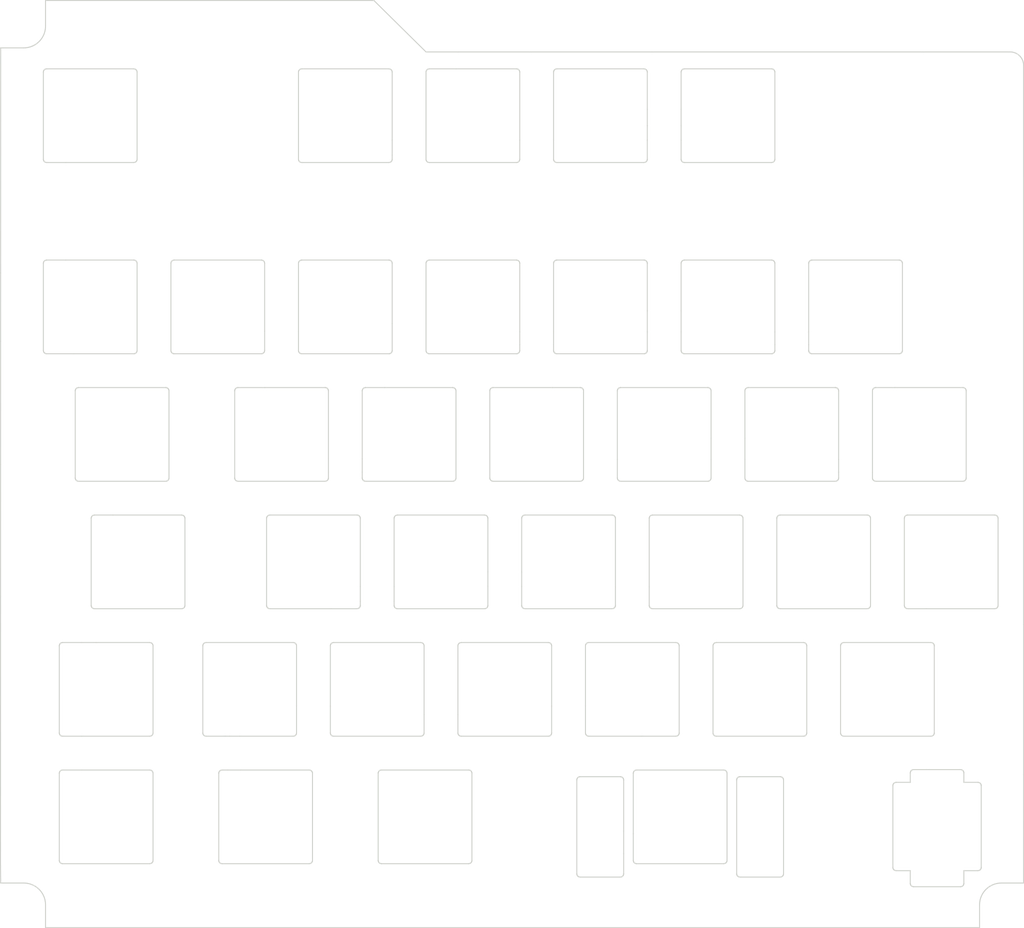
<source format=kicad_pcb>
(kicad_pcb (version 20221018) (generator pcbnew)
  (layers (0 "F.Cu" signal) (31 "B.Cu" signal) (34 "B.Paste" user) (35 "F.Paste" user) (36 "B.SilkS" user "B.Silkscreen") (37 "F.SilkS" user "F.Silkscreen") (38 "B.Mask" user) (39 "F.Mask" user) (44 "Edge.Cuts" user))
  (net 0 "")
  (gr_line (start 93.910143 117.444532) (end 93.85697 117.480451) (stroke (width 0.15)) (layer "Edge.Cuts"))
  (gr_line (start 174.693259 79.523916) (end 174.66429 79.581651) (stroke (width 0.15)) (layer "Edge.Cuts"))
  (gr_line (start 112.751795 131.070898) (end 112.780768 131.128637) (stroke (width 0.15)) (layer "Edge.Cuts"))
  (gr_line (start 160.585135 98.394529) (end 160.531958 98.430448) (stroke (width 0.15)) (layer "Edge.Cuts"))
  (gr_line (start 178.667845 60.230837) (end 178.600005 60.22627) (stroke (width 0.15)) (layer "Edge.Cuts"))
  (gr_line (start 156.518721 137.926275) (end 156.514159 137.858427) (stroke (width 0.15)) (layer "Edge.Cuts"))
  (gr_line (start 86.036787 150.322096) (end 86.084807 150.279829) (stroke (width 0.15)) (layer "Edge.Cuts"))
  (gr_line (start 140.80554 31.755453) (end 140.752364 31.719534) (stroke (width 0.15)) (layer "Edge.Cuts"))
  (gr_line (start 113.017882 131.336988) (end 113.079584 131.358419) (stroke (width 0.15)) (layer "Edge.Cuts"))
  (gr_line (start 215.246985 29.394224) (end 215.422552 29.508238) (stroke (width 0.15)) (layer "Edge.Cuts"))
  (gr_line (start 164.807951 130.944113) (end 164.812506 130.876272) (stroke (width 0.15)) (layer "Edge.Cuts"))
  (gr_line (start 158.060904 150.231817) (end 158.103171 150.279836) (stroke (width 0.15)) (layer "Edge.Cuts"))
  (gr_line (start 196.969916 138.338804) (end 196.916739 138.374723) (stroke (width 0.15)) (layer "Edge.Cuts"))
  (gr_line (start 207.245627 136.595953) (end 207.279822 136.65856) (stroke (width 0.15)) (layer "Edge.Cuts"))
  (gr_line (start 165.204176 31.845739) (end 165.168257 31.898916) (stroke (width 0.15)) (layer "Edge.Cuts"))
  (gr_line (start 112.906969 131.2721) (end 112.960146 131.308019) (stroke (width 0.15)) (layer "Edge.Cuts"))
  (gr_line (start 150.851797 131.070898) (end 150.880766 131.128637) (stroke (width 0.15)) (layer "Edge.Cuts"))
  (gr_line (start 126.694643 131.009184) (end 126.707938 130.944113) (stroke (width 0.15)) (layer "Edge.Cuts"))
  (gr_line (start 121.845824 60.420736) (end 121.803557 60.372721) (stroke (width 0.15)) (layer "Edge.Cuts"))
  (gr_line (start 119.924517 136.673918) (end 119.895544 136.731657) (stroke (width 0.15)) (layer "Edge.Cuts"))
  (gr_line (start 112.177359 79.344538) (end 112.119624 79.315565) (stroke (width 0.15)) (layer "Edge.Cuts"))
  (gr_line (start 150.817068 130.94412) (end 150.830366 131.009191) (stroke (width 0.15)) (layer "Edge.Cuts"))
  (gr_line (start 179.887503 112.326269) (end 192.887503 112.326269) (stroke (width 0.15)) (layer "Edge.Cuts"))
  (gr_line (start 131.762503 117.876272) (end 131.762503 128.123731) (stroke (width 0.15)) (layer "Edge.Cuts"))
  (gr_line (start 157.961287 149.994123) (end 157.974585 150.059194) (stroke (width 0.15)) (layer "Edge.Cuts"))
  (gr_line (start 77.097933 112.131811) (end 77.1402 112.17983) (stroke (width 0.15)) (layer "Edge.Cuts"))
  (gr_line (start 93.85697 117.480451) (end 93.808951 117.522718) (stroke (width 0.15)) (layer "Edge.Cuts"))
  (gr_line (start 127.500002 60.22627) (end 127.432154 60.230837) (stroke (width 0.15)) (layer "Edge.Cuts"))
  (gr_line (start 140.931753 73.978628) (end 140.960722 73.920893) (stroke (width 0.15)) (layer "Edge.Cuts"))
  (gr_line (start 133.788 150.178633) (end 133.816969 150.120893) (stroke (width 0.15)) (layer "Edge.Cuts"))
  (gr_line (start 83.602362 74.158006) (end 83.655539 74.122091) (stroke (width 0.15)) (layer "Edge.Cuts"))
  (gr_line (start 63.450049 148.566641) (end 63.454047 129.366644) (stroke (width 0.15)) (layer "Edge.Cuts"))
  (gr_line (start 179.082144 32.018354) (end 179.060713 31.956648) (stroke (width 0.15)) (layer "Edge.Cuts"))
  (gr_line (start 72.598334 150.408422) (end 72.663405 150.42172) (stroke (width 0.15)) (layer "Edge.Cuts"))
  (gr_line (start 131.227362 93.208013) (end 131.280539 93.172094) (stroke (width 0.15)) (layer "Edge.Cuts"))
  (gr_line (start 174.3375 111.826269) (end 174.3375 98.826269) (stroke (width 0.15)) (layer "Edge.Cuts"))
  (gr_line (start 72.231253 130.876272) (end 72.235815 130.94412) (stroke (width 0.15)) (layer "Edge.Cuts"))
  (gr_line (start 154.855345 98.330824) (end 154.787505 98.326269) (stroke (width 0.15)) (layer "Edge.Cuts"))
  (gr_line (start 70.217085 45.633413) (end 70.282156 45.646707) (stroke (width 0.15)) (layer "Edge.Cuts"))
  (gr_line (start 119.856253 136.926275) (end 119.856253 149.926275) (stroke (width 0.15)) (layer "Edge.Cuts"))
  (gr_line (start 131.042853 93.271711) (end 130.975005 93.276274) (stroke (width 0.15)) (layer "Edge.Cuts"))
  (gr_line (start 88.90457 60.658426) (end 88.900004 60.72627) (stroke (width 0.15)) (layer "Edge.Cuts"))
  (gr_line (start 150.157912 79.294134) (end 150.092841 79.28084) (stroke (width 0.15)) (layer "Edge.Cuts"))
  (gr_line (start 160.769659 112.321714) (end 160.8375 112.326269) (stroke (width 0.15)) (layer "Edge.Cuts"))
  (gr_line (start 107.950003 70.879442) (end 107.950003 60.72627) (stroke (width 0.15)) (layer "Edge.Cuts"))
  (gr_line (start 173.70059 152.386991) (end 173.762297 152.408422) (stroke (width 0.15)) (layer "Edge.Cuts"))
  (gr_line (start 209.920401 155.322553) (end 209.832083 155.561971) (stroke (width 0.15)) (layer "Edge.Cuts"))
  (gr_line (start 160.405753 98.573911) (end 160.376784 98.631651) (stroke (width 0.15)) (layer "Edge.Cuts"))
  (gr_line (start 102.83174 73.978628) (end 102.860712 73.920893) (stroke (width 0.15)) (layer "Edge.Cuts"))
  (gr_line (start 198.869665 98.330831) (end 198.804587 98.344129) (stroke (width 0.15)) (layer "Edge.Cuts"))
  (gr_line (start 159.802367 74.158006) (end 159.855543 74.122091) (stroke (width 0.15)) (layer "Edge.Cuts"))
  (gr_line (start 145.395422 131.358412) (end 145.330351 131.37171) (stroke (width 0.15)) (layer "Edge.Cuts"))
  (gr_line (start 211.93801 112.326269) (end 201.690543 112.326269) (stroke (width 0.15)) (layer "Edge.Cuts"))
  (gr_line (start 141.355757 98.573911) (end 141.326788 98.631651) (stroke (width 0.15)) (layer "Edge.Cuts"))
  (gr_line (start 122.431967 112.222097) (end 122.485144 112.258016) (stroke (width 0.15)) (layer "Edge.Cuts"))
  (gr_line (start 136.719466 93.172094) (end 136.772642 93.208013) (stroke (width 0.15)) (layer "Edge.Cuts"))
  (gr_line (start 141.654593 112.308416) (end 141.719664 112.321714) (stroke (width 0.15)) (layer "Edge.Cuts"))
  (gr_line (start 199.6173 153.821089) (end 199.554678 153.786894) (stroke (width 0.15)) (layer "Edge.Cuts"))
  (gr_line (start 165.532164 74.221704) (end 165.600005 74.22627) (stroke (width 0.15)) (layer "Edge.Cuts"))
  (gr_line (start 202.766043 117.522711) (end 202.718024 117.480444) (stroke (width 0.15)) (layer "Edge.Cuts"))
  (gr_line (start 160.050001 32.151274) (end 160.050001 37.690725) (stroke (width 0.15)) (layer "Edge.Cuts"))
  (gr_line (start 212.369238 98.573904) (end 212.333319 98.520727) (stroke (width 0.15)) (layer "Edge.Cuts"))
  (gr_line (start 96.147936 150.231817) (end 96.190199 150.279836) (stroke (width 0.15)) (layer "Edge.Cuts"))
  (gr_line (start 127.30538 60.265566) (end 127.247645 60.294538) (stroke (width 0.15)) (layer "Edge.Cuts"))
  (gr_line (start 179.895209 137.426275) (end 173.895209 137.426275) (stroke (width 0.15)) (layer "Edge.Cuts"))
  (gr_line (start 70.174345 156.566274) (end 70.174345 159.978277) (stroke (width 0.15)) (layer "Edge.Cuts"))
  (gr_line (start 150.018721 152.426275) (end 149.95088 152.42172) (stroke (width 0.15)) (layer "Edge.Cuts"))
  (gr_line (start 86.213393 150.059187) (end 86.226691 149.994116) (stroke (width 0.15)) (layer "Edge.Cuts"))
  (gr_line (start 183.716063 131.229826) (end 183.75833 131.181806) (stroke (width 0.15)) (layer "Edge.Cuts"))
  (gr_line (start 165.246443 60.372721) (end 165.204176 60.420736) (stroke (width 0.15)) (layer "Edge.Cuts"))
  (gr_line (start 212.189856 98.394522) (end 212.132117 98.365553) (stroke (width 0.15)) (layer "Edge.Cuts"))
  (gr_line (start 165.168265 45.403631) (end 165.204184 45.456808) (stroke (width 0.15)) (layer "Edge.Cuts"))
  (gr_line (start 210.293707 154.655973) (end 210.151923 154.868154) (stroke (width 0.15)) (layer "Edge.Cuts"))
  (gr_line (start 160.704581 98.344129) (end 160.642874 98.36556) (stroke (width 0.15)) (layer "Edge.Cuts"))
  (gr_line (start 179.095442 32.083425) (end 179.100005 32.151274) (stroke (width 0.15)) (layer "Edge.Cuts"))
  (gr_line (start 74.612501 92.776274) (end 74.617071 92.844122) (stroke (width 0.15)) (layer "Edge.Cuts"))
  (gr_line (start 126.407126 117.415556) (end 126.345423 117.394125) (stroke (width 0.15)) (layer "Edge.Cuts"))
  (gr_line (start 96.291396 150.358022) (end 96.349131 150.386991) (stroke (width 0.15)) (layer "Edge.Cuts"))
  (gr_line (start 174.930388 93.236982) (end 174.992094 93.258413) (stroke (width 0.15)) (layer "Edge.Cuts"))
  (gr_line (start 159.945822 31.845739) (end 159.903555 31.79772) (stroke (width 0.15)) (layer "Edge.Cuts"))
  (gr_line (start 117.621451 93.129827) (end 117.66947 93.172094) (stroke (width 0.15)) (layer "Edge.Cuts"))
  (gr_line (start 88.18035 79.28084) (end 88.112501 79.276274) (stroke (width 0.15)) (layer "Edge.Cuts"))
  (gr_line (start 141.592879 98.36556) (end 141.535139 98.394529) (stroke (width 0.15)) (layer "Edge.Cuts"))
  (gr_line (start 83.602362 31.719534) (end 83.544623 31.690565) (stroke (width 0.15)) (layer "Edge.Cuts"))
  (gr_line (start 193.319243 98.573904) (end 193.283324 98.520727) (stroke (width 0.15)) (layer "Edge.Cuts"))
  (gr_line (start 75.044653 93.271711) (end 75.112501 93.276274) (stroke (width 0.15)) (layer "Edge.Cuts"))
  (gr_line (start 116.820422 112.308409) (end 116.882124 112.286978) (stroke (width 0.15)) (layer "Edge.Cuts"))
  (gr_line (start 140.567854 45.646707) (end 140.500006 45.651274) (stroke (width 0.15)) (layer "Edge.Cuts"))
  (gr_line (start 96.410834 150.408422) (end 96.475905 150.42172) (stroke (width 0.15)) (layer "Edge.Cuts"))
  (gr_line (start 206.896155 136.371359) (end 206.965872 136.386526) (stroke (width 0.15)) (layer "Edge.Cuts"))
  (gr_line (start 141.000006 42.304441) (end 141.000006 32.151274) (stroke (width 0.15)) (layer "Edge.Cuts"))
  (gr_line (start 173.589667 137.530454) (end 173.541647 137.572721) (stroke (width 0.15)) (layer "Edge.Cuts"))
  (gr_line (start 164.66606 117.522711) (end 164.61804 117.480444) (stroke (width 0.15)) (layer "Edge.Cuts"))
  (gr_line (start 83.832144 45.284193) (end 83.845438 45.219118) (stroke (width 0.15)) (layer "Edge.Cuts"))
  (gr_line (start 199.554678 153.786894) (end 199.49758 153.744146) (stroke (width 0.15)) (layer "Edge.Cuts"))
  (gr_line (start 68.168066 153.563665) (end 68.399809 153.6705) (stroke (width 0.15)) (layer "Edge.Cuts"))
  (gr_line (start 72.335432 136.620741) (end 72.299521 136.673918) (stroke (width 0.15)) (layer "Edge.Cuts"))
  (gr_line (start 164.708327 117.57073) (end 164.66606 117.522711) (stroke (width 0.15)) (layer "Edge.Cuts"))
  (gr_line (start 117.479571 92.844122) (end 117.492865 92.909193) (stroke (width 0.15)) (layer "Edge.Cuts"))
  (gr_line (start 160.483939 98.472715) (end 160.441672 98.520735) (stroke (width 0.15)) (layer "Edge.Cuts"))
  (gr_line (start 180.147574 152.358015) (end 180.200751 152.322096) (stroke (width 0.15)) (layer "Edge.Cuts"))
  (gr_line (start 198.631964 98.430448) (end 198.583945 98.472715) (stroke (width 0.15)) (layer "Edge.Cuts"))
  (gr_line (start 86.226691 136.858427) (end 86.231253 136.926275) (stroke (width 0.15)) (layer "Edge.Cuts"))
  (gr_line (start 90.989188 111.89411) (end 90.993754 111.826269) (stroke (width 0.15)) (layer "Edge.Cuts"))
  (gr_line (start 107.644644 131.009184) (end 107.657938 130.944113) (stroke (width 0.15)) (layer "Edge.Cuts"))
  (gr_line (start 170.167876 117.415563) (end 170.110136 117.444532) (stroke (width 0.15)) (layer "Edge.Cuts"))
  (gr_line (start 171.456724 136.426275) (end 158.456724 136.426275) (stroke (width 0.15)) (layer "Edge.Cuts"))
  (gr_line (start 173.434492 137.731657) (end 173.457327 137.68614) (stroke (width 0.15)) (layer "Edge.Cuts"))
  (gr_line (start 83.417849 74.221704) (end 83.350005 74.22627) (stroke (width 0.15)) (layer "Edge.Cuts"))
  (gr_line (start 165.204184 74.031805) (end 165.246451 74.079824) (stroke (width 0.15)) (layer "Edge.Cuts"))
  (gr_line (start 159.802359 60.294538) (end 159.74462 60.265566) (stroke (width 0.15)) (layer "Edge.Cuts"))
  (gr_line (start 72.249113 136.793363) (end 72.235815 136.858434) (stroke (width 0.15)) (layer "Edge.Cuts"))
  (gr_line (start 97.391157 136.426275) (end 99.296294 136.426275) (stroke (width 0.15)) (layer "Edge.Cuts"))
  (gr_line (start 136.169249 112.078626) (end 136.198218 112.020887) (stroke (width 0.15)) (layer "Edge.Cuts"))
  (gr_line (start 72.270544 131.070898) (end 72.299521 131.128637) (stroke (width 0.15)) (layer "Edge.Cuts"))
  (gr_line (start 108.382155 31.655836) (end 108.450003 31.651274) (stroke (width 0.15)) (layer "Edge.Cuts"))
  (gr_line (start 193.743262 93.028631) (end 193.779181 93.081808) (stroke (width 0.15)) (layer "Edge.Cuts"))
  (gr_line (start 174.143034 98.430441) (end 174.089857 98.394522) (stroke (width 0.15)) (layer "Edge.Cuts"))
  (gr_line (start 193.382941 98.758421) (end 193.369643 98.69335) (stroke (width 0.15)) (layer "Edge.Cuts"))
  (gr_line (start 140.995444 60.658426) (end 140.982146 60.593351) (stroke (width 0.15)) (layer "Edge.Cuts"))
  (gr_line (start 192.955344 98.330824) (end 193.020415 98.344122) (stroke (width 0.15)) (layer "Edge.Cuts"))
  (gr_line (start 117.780382 93.236982) (end 117.842085 93.258413) (stroke (width 0.15)) (layer "Edge.Cuts"))
  (gr_line (start 169.557143 79.643354) (end 169.535712 79.581651) (stroke (width 0.15)) (layer "Edge.Cuts"))
  (gr_line (start 189.058943 117.522718) (end 189.016676 117.570738) (stroke (width 0.15)) (layer "Edge.Cuts"))
  (gr_line (start 209.817374 138.465002) (end 209.775107 138.416982) (stroke (width 0.15)) (layer "Edge.Cuts"))
  (gr_line (start 202.808325 131.181806) (end 202.844244 131.128629) (stroke (width 0.15)) (layer "Edge.Cuts"))
  (gr_line (start 131.435713 79.581651) (end 131.406744 79.523916) (stroke (width 0.15)) (layer "Edge.Cuts"))
  (gr_line (start 165.100005 60.72627) (end 165.100005 67.818922) (stroke (width 0.15)) (layer "Edge.Cuts"))
  (gr_line (start 145.744643 117.743353) (end 145.723212 117.681646) (stroke (width 0.15)) (layer "Edge.Cuts"))
  (gr_line (start 86.213393 131.009184) (end 86.226691 130.944113) (stroke (width 0.15)) (layer "Edge.Cuts"))
  (gr_line (start 169.867064 130.94412) (end 169.880362 131.009191) (stroke (width 0.15)) (layer "Edge.Cuts"))
  (gr_line (start 149.518721 137.926275) (end 149.523276 137.858434) (stroke (width 0.15)) (layer "Edge.Cuts"))
  (gr_line (start 98.442862 92.909193) (end 98.464297 92.970896) (stroke (width 0.15)) (layer "Edge.Cuts"))
  (gr_line (start 164.773222 131.07089) (end 164.794653 131.009184) (stroke (width 0.15)) (layer "Edge.Cuts"))
  (gr_line (start 127.247645 74.158006) (end 127.30538 74.186979) (stroke (width 0.15)) (layer "Edge.Cuts"))
  (gr_line (start 196.868719 138.41699) (end 196.826453 138.465009) (stroke (width 0.15)) (layer "Edge.Cuts"))
  (gr_line (start 141.787505 112.326269) (end 154.787505 112.326269) (stroke (width 0.15)) (layer "Edge.Cuts"))
  (gr_line (start 72.478896 136.494535) (end 72.425719 136.530454) (stroke (width 0.15)) (layer "Edge.Cuts"))
  (gr_line (start 188.319632 93.236982) (end 188.377371 93.208013) (stroke (width 0.15)) (layer "Edge.Cuts"))
  (gr_line (start 151.006964 117.480451) (end 150.958945 117.522718) (stroke (width 0.15)) (layer "Edge.Cuts"))
  (gr_line (start 146.196448 74.079824) (end 146.244467 74.122091) (stroke (width 0.15)) (layer "Edge.Cuts"))
  (gr_line (start 169.862501 130.876272) (end 169.867064 130.94412) (stroke (width 0.15)) (layer "Edge.Cuts"))
  (gr_line (start 207.279822 136.65856) (end 207.304755 136.725401) (stroke (width 0.15)) (layer "Edge.Cuts"))
  (gr_line (start 155.579558 79.708425) (end 155.575003 79.776274) (stroke (width 0.15)) (layer "Edge.Cuts"))
  (gr_line (start 131.370825 79.470739) (end 131.328558 79.42272) (stroke (width 0.15)) (layer "Edge.Cuts"))
  (gr_line (start 184.582152 60.230837) (end 184.65 60.22627) (stroke (width 0.15)) (layer "Edge.Cuts"))
  (gr_line (start 88.466055 93.129827) (end 88.508322 93.081808) (stroke (width 0.15)) (layer "Edge.Cuts"))
  (gr_line (start 174.032126 112.286978) (end 174.089865 112.258009) (stroke (width 0.15)) (layer "Edge.Cuts"))
  (gr_line (start 188.912505 117.876272) (end 188.912505 130.876272) (stroke (width 0.15)) (layer "Edge.Cuts"))
  (gr_line (start 119.217104 21.439543) (end 70.174345 21.439543) (stroke (width 0.15)) (layer "Edge.Cuts"))
  (gr_line (start 193.743254 79.523916) (end 193.714285 79.581651) (stroke (width 0.15)) (layer "Edge.Cuts"))
  (gr_line (start 212.92301 153.316274) (end 212.668021 153.326292) (stroke (width 0.15)) (layer "Edge.Cuts"))
  (gr_line (start 119.924517 150.17864) (end 119.960432 150.231817) (stroke (width 0.15)) (layer "Edge.Cuts"))
  (gr_line (start 109.849287 136.530447) (end 109.79611 136.494528) (stroke (width 0.15)) (layer "Edge.Cuts"))
  (gr_line (start 68.622465 153.795194) (end 68.834647 153.936971) (stroke (width 0.15)) (layer "Edge.Cuts"))
  (gr_line (start 165.467085 31.669134) (end 165.405379 31.690565) (stroke (width 0.15)) (layer "Edge.Cuts"))
  (gr_line (start 122.255362 111.959188) (end 122.276793 112.020895) (stroke (width 0.15)) (layer "Edge.Cuts"))
  (gr_line (start 136.043043 112.22209) (end 136.091063 112.179823) (stroke (width 0.15)) (layer "Edge.Cuts"))
  (gr_line (start 121.644625 45.611978) (end 121.70236 45.583006) (stroke (width 0.15)) (layer "Edge.Cuts"))
  (gr_line (start 109.939574 150.231809) (end 109.975489 150.178633) (stroke (width 0.15)) (layer "Edge.Cuts"))
  (gr_line (start 127.500002 45.651274) (end 140.500006 45.651274) (stroke (width 0.15)) (layer "Edge.Cuts"))
  (gr_line (start 156.007155 79.28084) (end 156.075003 79.276274) (stroke (width 0.15)) (layer "Edge.Cuts"))
  (gr_line (start 94.029585 131.358419) (end 94.094656 131.371717) (stroke (width 0.15)) (layer "Edge.Cuts"))
  (gr_line (start 202.907935 117.808424) (end 202.894644 117.743353) (stroke (width 0.15)) (layer "Edge.Cuts"))
  (gr_line (start 150.485716 92.970896) (end 150.507147 92.909193) (stroke (width 0.15)) (layer "Edge.Cuts"))
  (gr_line (start 85.799101 136.43083) (end 85.731253 136.426275) (stroke (width 0.15)) (layer "Edge.Cuts"))
  (gr_line (start 165.405386 74.186979) (end 165.467093 74.20841) (stroke (width 0.15)) (layer "Edge.Cuts"))
  (gr_line (start 145.395415 117.394125) (end 145.330344 117.380827) (stroke (width 0.15)) (layer "Edge.Cuts"))
  (gr_line (start 183.794241 117.623907) (end 183.758322 117.57073) (stroke (width 0.15)) (layer "Edge.Cuts"))
  (gr_line (start 69.854567 32.083425) (end 69.850005 32.151274) (stroke (width 0.15)) (layer "Edge.Cuts"))
  (gr_line (start 197.844611 60.265566) (end 197.782904 60.244131) (stroke (width 0.15)) (layer "Edge.Cuts"))
  (gr_line (start 164.794646 117.743353) (end 164.773215 117.681646) (stroke (width 0.15)) (layer "Edge.Cuts"))
  (gr_line (start 70.097647 74.158006) (end 70.155379 74.186979) (stroke (width 0.15)) (layer "Edge.Cuts"))
  (gr_line (start 136.043036 98.430441) (end 135.989859 98.394522) (stroke (width 0.15)) (layer "Edge.Cuts"))
  (gr_line (start 103.333948 98.472715) (end 103.291682 98.520735) (stroke (width 0.15)) (layer "Edge.Cuts"))
  (gr_line (start 136.529562 92.844122) (end 136.54286 92.909193) (stroke (width 0.15)) (layer "Edge.Cuts"))
  (gr_line (start 193.679556 79.708425) (end 193.675001 79.776274) (stroke (width 0.15)) (layer "Edge.Cuts"))
  (gr_line (start 146.089285 31.956648) (end 146.067854 32.018354) (stroke (width 0.15)) (layer "Edge.Cuts"))
  (gr_line (start 131.908949 131.229833) (end 131.956969 131.2721) (stroke (width 0.15)) (layer "Edge.Cuts"))
  (gr_line (start 202.480337 131.37171) (end 202.545416 131.358412) (stroke (width 0.15)) (layer "Edge.Cuts"))
  (gr_line (start 140.632925 74.20841) (end 140.694632 74.186979) (stroke (width 0.15)) (layer "Edge.Cuts"))
  (gr_line (start 72.270544 117.681654) (end 72.249113 117.74336) (stroke (width 0.15)) (layer "Edge.Cuts"))
  (gr_line (start 116.882124 98.365553) (end 116.820422 98.344122) (stroke (width 0.15)) (layer "Edge.Cuts"))
  (gr_line (start 199.345251 136.725401) (end 199.370184 136.65856) (stroke (width 0.15)) (layer "Edge.Cuts"))
  (gr_line (start 72.231253 117.876272) (end 72.235815 117.808431) (stroke (width 0.15)) (layer "Edge.Cuts"))
  (gr_line (start 133.787993 136.67391) (end 133.752074 136.620733) (stroke (width 0.15)) (layer "Edge.Cuts"))
  (gr_line (start 117.842085 79.294134) (end 117.780382 79.315565) (stroke (width 0.15)) (layer "Edge.Cuts"))
  (gr_line (start 198.455359 111.959188) (end 198.476797 112.020895) (stroke (width 0.15)) (layer "Edge.Cuts"))
  (gr_line (start 112.712504 126.874059) (end 112.712504 130.876272) (stroke (width 0.15)) (layer "Edge.Cuts"))
  (gr_line (start 160.045447 45.219118) (end 160.050001 45.151274) (stroke (width 0.15)) (layer "Edge.Cuts"))
  (gr_line (start 160.3375 111.826269) (end 160.342062 111.894117) (stroke (width 0.15)) (layer "Edge.Cuts"))
  (gr_line (start 215.865027 29.950704) (end 215.97904 30.126272) (stroke (width 0.15)) (layer "Edge.Cuts"))
  (gr_line (start 127.367083 74.20841) (end 127.432154 74.221704) (stroke (width 0.15)) (layer "Edge.Cuts"))
  (gr_line (start 88.307127 93.236982) (end 88.364863 93.208013) (stroke (width 0.15)) (layer "Edge.Cuts"))
  (gr_line (start 83.544623 60.265566) (end 83.482924 60.244131) (stroke (width 0.15)) (layer "Edge.Cuts"))
  (gr_line (start 111.99285 79.28084) (end 111.925001 79.276274) (stroke (width 0.15)) (layer "Edge.Cuts"))
  (gr_line (start 140.567847 31.655836) (end 140.500006 31.651274) (stroke (width 0.15)) (layer "Edge.Cuts"))
  (gr_line (start 184.296439 60.372721) (end 184.254172 60.420736) (stroke (width 0.15)) (layer "Edge.Cuts"))
  (gr_line (start 156.271086 152.358015) (end 156.324263 152.322096) (stroke (width 0.15)) (layer "Edge.Cuts"))
  (gr_line (start 85.799101 150.421713) (end 85.731253 150.426275) (stroke (width 0.15)) (layer "Edge.Cuts"))
  (gr_line (start 83.417849 31.655836) (end 83.350005 31.651274) (stroke (width 0.15)) (layer "Edge.Cuts"))
  (gr_line (start 77.425906 98.330831) (end 77.360831 98.344129) (stroke (width 0.15)) (layer "Edge.Cuts"))
  (gr_line (start 140.960722 45.345892) (end 140.982153 45.284193) (stroke (width 0.15)) (layer "Edge.Cuts"))
  (gr_line (start 202.545401 117.394125) (end 202.480322 117.380827) (stroke (width 0.15)) (layer "Edge.Cuts"))
  (gr_line (start 199.325003 138.270544) (end 199.325003 136.86627) (stroke (width 0.15)) (layer "Edge.Cuts"))
  (gr_line (start 103.435145 98.394529) (end 103.381968 98.430448) (stroke (width 0.15)) (layer "Edge.Cuts"))
  (gr_line (start 209.713019 156.057859) (end 209.683035 156.311285) (stroke (width 0.15)) (layer "Edge.Cuts"))
  (gr_line (start 171.956724 136.926275) (end 171.956724 149.926275) (stroke (width 0.15)) (layer "Edge.Cuts"))
  (gr_line (start 96.043753 136.926275) (end 96.043753 149.926275) (stroke (width 0.15)) (layer "Edge.Cuts"))
  (gr_line (start 159.74462 60.265566) (end 159.682913 60.244131) (stroke (width 0.15)) (layer "Edge.Cuts"))
  (gr_line (start 66.924345 153.316274) (end 63.47605 153.316274) (stroke (width 0.15)) (layer "Edge.Cuts"))
  (gr_line (start 145.616057 117.522711) (end 145.568037 117.480444) (stroke (width 0.15)) (layer "Edge.Cuts"))
  (gr_line (start 209.882284 151.164511) (end 209.903723 151.102804) (stroke (width 0.15)) (layer "Edge.Cuts"))
  (gr_line (start 198.869681 112.321714) (end 198.93801 112.326269) (stroke (width 0.15)) (layer "Edge.Cuts"))
  (gr_line (start 188.430548 93.172094) (end 188.478567 93.129827) (stroke (width 0.15)) (layer "Edge.Cuts"))
  (gr_line (start 122.604582 112.308416) (end 122.669653 112.321714) (stroke (width 0.15)) (layer "Edge.Cuts"))
  (gr_line (start 102.795824 60.420736) (end 102.753558 60.372721) (stroke (width 0.15)) (layer "Edge.Cuts"))
  (gr_line (start 127.432154 45.646707) (end 127.500002 45.651274) (stroke (width 0.15)) (layer "Edge.Cuts"))
  (gr_line (start 150.219618 79.315565) (end 150.157912 79.294134) (stroke (width 0.15)) (layer "Edge.Cuts"))
  (gr_line (start 85.799101 150.421713) (end 85.864172 150.408415) (stroke (width 0.15)) (layer "Edge.Cuts"))
  (gr_line (start 96.238219 150.322103) (end 96.291396 150.358022) (stroke (width 0.15)) (layer "Edge.Cuts"))
  (gr_line (start 141.433951 112.17983) (end 141.48197 112.222097) (stroke (width 0.15)) (layer "Edge.Cuts"))
  (gr_line (start 83.745818 45.456808) (end 83.781737 45.403631) (stroke (width 0.15)) (layer "Edge.Cuts"))
  (gr_line (start 113.017882 117.415563) (end 112.960146 117.444532) (stroke (width 0.15)) (layer "Edge.Cuts"))
  (gr_line (start 89.004187 74.031805) (end 89.046454 74.079824) (stroke (width 0.15)) (layer "Edge.Cuts"))
  (gr_line (start 83.781737 73.978628) (end 83.810709 73.920893) (stroke (width 0.15)) (layer "Edge.Cuts"))
  (gr_line (start 72.663405 117.380834) (end 72.731253 117.376272) (stroke (width 0.15)) (layer "Edge.Cuts"))
  (gr_line (start 156.018721 152.426275) (end 150.018721 152.426275) (stroke (width 0.15)) (layer "Edge.Cuts"))
  (gr_line (start 174.298209 98.631643) (end 174.26924 98.573904) (stroke (width 0.15)) (layer "Edge.Cuts"))
  (gr_line (start 179.387503 111.826269) (end 179.387503 98.826269) (stroke (width 0.15)) (layer "Edge.Cuts"))
  (gr_line (start 202.664862 131.308012) (end 202.718039 131.272093) (stroke (width 0.15)) (layer "Edge.Cuts"))
  (gr_line (start 127.000002 69.724058) (end 127.000002 60.72627) (stroke (width 0.15)) (layer "Edge.Cuts"))
  (gr_line (start 155.282942 98.758421) (end 155.287505 98.826269) (stroke (width 0.15)) (layer "Edge.Cuts"))
  (gr_line (start 155.769469 93.172094) (end 155.822646 93.208013) (stroke (width 0.15)) (layer "Edge.Cuts"))
  (gr_line (start 165.532156 60.230837) (end 165.467085 60.244131) (stroke (width 0.15)) (layer "Edge.Cuts"))
  (gr_line (start 70.097647 60.294538) (end 70.04447 60.330457) (stroke (width 0.15)) (layer "Edge.Cuts"))
  (gr_line (start 96.349131 136.465566) (end 96.291396 136.494535) (stroke (width 0.15)) (layer "Edge.Cuts"))
  (gr_line (start 180.395209 151.926275) (end 180.395209 137.926275) (stroke (width 0.15)) (layer "Edge.Cuts"))
  (gr_line (start 110.039187 136.858427) (end 110.025893 136.793356) (stroke (width 0.15)) (layer "Edge.Cuts"))
  (gr_line (start 126.280352 131.37171) (end 126.212504 131.376272) (stroke (width 0.15)) (layer "Edge.Cuts"))
  (gr_line (start 132.194655 117.380834) (end 132.129584 117.394132) (stroke (width 0.15)) (layer "Edge.Cuts"))
  (gr_line (start 150.880759 117.623915) (end 150.85179 117.681654) (stroke (width 0.15)) (layer "Edge.Cuts"))
  (gr_line (start 165.246443 31.79772) (end 165.204176 31.845739) (stroke (width 0.15)) (layer "Edge.Cuts"))
  (gr_line (start 171.651343 136.465559) (end 171.589636 136.444128) (stroke (width 0.15)) (layer "Edge.Cuts"))
  (gr_line (start 67.179335 153.326292) (end 66.924345 153.316274) (stroke (width 0.15)) (layer "Edge.Cuts"))
  (gr_line (start 174.089865 112.258009) (end 174.143042 112.22209) (stroke (width 0.15)) (layer "Edge.Cuts"))
  (gr_line (start 86.162985 136.67391) (end 86.12707 136.620733) (stroke (width 0.15)) (layer "Edge.Cuts"))
  (gr_line (start 145.262503 131.376272) (end 145.330351 131.37171) (stroke (width 0.15)) (layer "Edge.Cuts"))
  (gr_line (start 173.827368 152.42172) (end 173.895209 152.426275) (stroke (width 0.15)) (layer "Edge.Cuts"))
  (gr_line (start 121.932143 60.593351) (end 121.910712 60.531652) (stroke (width 0.15)) (layer "Edge.Cuts"))
  (gr_line (start 169.50675 93.028631) (end 169.535719 92.970896) (stroke (width 0.15)) (layer "Edge.Cuts"))
  (gr_line (start 160.3375 109.073728) (end 160.3375 111.826269) (stroke (width 0.15)) (layer "Edge.Cuts"))
  (gr_line (start 140.982146 60.593351) (end 140.960715 60.531652) (stroke (width 0.15)) (layer "Edge.Cuts"))
  (gr_line (start 184.344458 60.330457) (end 184.296439 60.372721) (stroke (width 0.15)) (layer "Edge.Cuts"))
  (gr_line (start 72.335432 117.570738) (end 72.299521 117.623915) (stroke (width 0.15)) (layer "Edge.Cuts"))
  (gr_line (start 155.141058 98.472708) (end 155.093039 98.430441) (stroke (width 0.15)) (layer "Edge.Cuts"))
  (gr_line (start 199.370184 136.65856) (end 199.404379 136.595953) (stroke (width 0.15)) (layer "Edge.Cuts"))
  (gr_line (start 133.550879 150.386984) (end 133.608618 150.358015) (stroke (width 0.15)) (layer "Edge.Cuts"))
  (gr_line (start 89.400004 74.22627) (end 102.400004 74.22627) (stroke (width 0.15)) (layer "Edge.Cuts"))
  (gr_line (start 160.376791 112.020895) (end 160.40576 112.078634) (stroke (width 0.15)) (layer "Edge.Cuts"))
  (gr_line (start 198.476782 98.631651) (end 198.455344 98.693357) (stroke (width 0.15)) (layer "Edge.Cuts"))
  (gr_line (start 141.535147 112.258016) (end 141.592886 112.286985) (stroke (width 0.15)) (layer "Edge.Cuts"))
  (gr_line (start 140.567854 45.646707) (end 140.632925 45.633413) (stroke (width 0.15)) (layer "Edge.Cuts"))
  (gr_line (start 165.104559 60.658426) (end 165.100005 60.72627) (stroke (width 0.15)) (layer "Edge.Cuts"))
  (gr_line (start 116.75535 98.330824) (end 116.687502 98.326269) (stroke (width 0.15)) (layer "Edge.Cuts"))
  (gr_line (start 174.729178 79.470739) (end 174.693259 79.523916) (stroke (width 0.15)) (layer "Edge.Cuts"))
  (gr_line (start 108.096449 74.079824) (end 108.144469 74.122091) (stroke (width 0.15)) (layer "Edge.Cuts"))
  (gr_line (start 169.862501 117.876272) (end 169.862501 130.876272) (stroke (width 0.15)) (layer "Edge.Cuts"))
  (gr_line (start 110.025893 136.793356) (end 110.004462 136.731649) (stroke (width 0.15)) (layer "Edge.Cuts"))
  (gr_line (start 207.304755 136.725401) (end 207.319907 136.795111) (stroke (width 0.15)) (layer "Edge.Cuts"))
  (gr_line (start 196.740118 138.637632) (end 196.726828 138.702703) (stroke (width 0.15)) (layer "Edge.Cuts"))
  (gr_line (start 188.625006 92.776274) (end 188.625006 91.928869) (stroke (width 0.15)) (layer "Edge.Cuts"))
  (gr_line (start 164.618048 131.272093) (end 164.666067 131.229826) (stroke (width 0.15)) (layer "Edge.Cuts"))
  (gr_line (start 154.98213 112.286978) (end 155.03987 112.258009) (stroke (width 0.15)) (layer "Edge.Cuts"))
  (gr_line (start 77.360834 112.308416) (end 77.425906 112.321714) (stroke (width 0.15)) (layer "Edge.Cuts"))
  (gr_line (start 70.282156 74.221704) (end 70.217085 74.20841) (stroke (width 0.15)) (layer "Edge.Cuts"))
  (gr_line (start 72.231253 149.926275) (end 72.235815 149.994123) (stroke (width 0.15)) (layer "Edge.Cuts"))
  (gr_line (start 151.312506 117.376272) (end 164.312506 117.376272) (stroke (width 0.15)) (layer "Edge.Cuts"))
  (gr_line (start 183.823218 131.07089) (end 183.794249 131.128629) (stroke (width 0.15)) (layer "Edge.Cuts"))
  (gr_line (start 131.107924 79.294134) (end 131.042853 79.28084) (stroke (width 0.15)) (layer "Edge.Cuts"))
  (gr_line (start 155.183333 112.131803) (end 155.219252 112.078626) (stroke (width 0.15)) (layer "Edge.Cuts"))
  (gr_line (start 90.746115 112.258009) (end 90.799288 112.22209) (stroke (width 0.15)) (layer "Edge.Cuts"))
  (gr_line (start 77.959334 93.276274) (end 80.109103 93.276274) (stroke (width 0.15)) (layer "Edge.Cuts"))
  (gr_line (start 70.282156 45.646707) (end 70.350005 45.651274) (stroke (width 0.15)) (layer "Edge.Cuts"))
  (gr_line (start 198.631979 112.222097) (end 198.685156 112.258016) (stroke (width 0.15)) (layer "Edge.Cuts"))
  (gr_line (start 70.01528 26.271414) (end 69.926955 26.510832) (stroke (width 0.15)) (layer "Edge.Cuts"))
  (gr_line (start 132.067885 131.336988) (end 132.129591 131.358419) (stroke (width 0.15)) (layer "Edge.Cuts"))
  (gr_line (start 98.442862 79.643354) (end 98.429568 79.708425) (stroke (width 0.15)) (layer "Edge.Cuts"))
  (gr_line (start 165.117857 60.593351) (end 165.104559 60.658426) (stroke (width 0.15)) (layer "Edge.Cuts"))
  (gr_line (start 140.694624 60.265566) (end 140.632918 60.244131) (stroke (width 0.15)) (layer "Edge.Cuts"))
  (gr_line (start 178.732924 45.633413) (end 178.79463 45.611978) (stroke (width 0.15)) (layer "Edge.Cuts"))
  (gr_line (start 216.245001 153.316274) (end 213.626395 153.316274) (stroke (width 0.15)) (layer "Edge.Cuts"))
  (gr_line (start 127.194468 45.547087) (end 127.247645 45.583006) (stroke (width 0.15)) (layer "Edge.Cuts"))
  (gr_line (start 70.04447 74.122091) (end 70.097647 74.158006) (stroke (width 0.15)) (layer "Edge.Cuts"))
  (gr_line (start 140.85356 60.372721) (end 140.80554 60.330457) (stroke (width 0.15)) (layer "Edge.Cuts"))
  (gr_line (start 165.100005 70.97373) (end 165.100005 67.818922) (stroke (width 0.15)) (layer "Edge.Cuts"))
  (gr_line (start 171.852545 136.620733) (end 171.810278 136.572714) (stroke (width 0.15)) (layer "Edge.Cuts"))
  (gr_line (start 178.600005 31.651274) (end 178.667845 31.655836) (stroke (width 0.15)) (layer "Edge.Cuts"))
  (gr_line (start 89.400004 60.22627) (end 102.400004 60.22627) (stroke (width 0.15)) (layer "Edge.Cuts"))
  (gr_line (start 159.903555 60.372721) (end 159.855536 60.330457) (stroke (width 0.15)) (layer "Edge.Cuts"))
  (gr_line (start 127.30538 45.611978) (end 127.367083 45.633413) (stroke (width 0.15)) (layer "Edge.Cuts"))
  (gr_line (start 131.457144 79.643354) (end 131.435713 79.581651) (stroke (width 0.15)) (layer "Edge.Cuts"))
  (gr_line (start 68.168066 28.26972) (end 67.928648 28.358045) (stroke (width 0.15)) (layer "Edge.Cuts"))
  (gr_line (start 211.679282 153.563665) (end 211.447546 153.6705) (stroke (width 0.15)) (layer "Edge.Cuts"))
  (gr_line (start 160.050001 70.97373) (end 160.050001 67.818922) (stroke (width 0.15)) (layer "Edge.Cuts"))
  (gr_line (start 85.799101 131.37171) (end 85.731253 131.376272) (stroke (width 0.15)) (layer "Edge.Cuts"))
  (gr_line (start 116.75535 112.321707) (end 116.687502 112.326269) (stroke (width 0.15)) (layer "Edge.Cuts"))
  (gr_line (start 98.429568 92.844122) (end 98.425001 92.776274) (stroke (width 0.15)) (layer "Edge.Cuts"))
  (gr_line (start 112.712504 126.874059) (end 112.712504 117.876272) (stroke (width 0.15)) (layer "Edge.Cuts"))
  (gr_line (start 183.82321 117.681646) (end 183.794241 117.623907) (stroke (width 0.15)) (layer "Edge.Cuts"))
  (gr_line (start 75.044653 79.28084) (end 74.979582 79.294134) (stroke (width 0.15)) (layer "Edge.Cuts"))
  (gr_line (start 88.939299 73.920893) (end 88.968268 73.978628) (stroke (width 0.15)) (layer "Edge.Cuts"))
  (gr_line (start 171.917441 150.120893) (end 171.938872 150.059187) (stroke (width 0.15)) (layer "Edge.Cuts"))
  (gr_line (start 209.616171 138.309828) (end 209.554465 138.288397) (stroke (width 0.15)) (layer "Edge.Cuts"))
  (gr_line (start 196.868735 151.323454) (end 196.916754 151.365721) (stroke (width 0.15)) (layer "Edge.Cuts"))
  (gr_line (start 157.961287 149.994123) (end 157.956724 149.926275) (stroke (width 0.15)) (layer "Edge.Cuts"))
  (gr_line (start 169.880362 131.009191) (end 169.901793 131.070898) (stroke (width 0.15)) (layer "Edge.Cuts"))
  (gr_line (start 150.330542 93.172094) (end 150.378561 93.129827) (stroke (width 0.15)) (layer "Edge.Cuts"))
  (gr_line (start 112.38571 92.970896) (end 112.407141 92.909193) (stroke (width 0.15)) (layer "Edge.Cuts"))
  (gr_line (start 202.427359 131.375273) (end 202.412497 131.376272) (stroke (width 0.15)) (layer "Edge.Cuts"))
  (gr_line (start 140.632925 45.633413) (end 140.694632 45.611978) (stroke (width 0.15)) (layer "Edge.Cuts"))
  (gr_line (start 88.968268 60.473913) (end 88.939299 60.531652) (stroke (width 0.15)) (layer "Edge.Cuts"))
  (gr_line (start 102.705538 74.122091) (end 102.753558 74.079824) (stroke (width 0.15)) (layer "Edge.Cuts"))
  (gr_line (start 90.989188 98.758421) (end 90.993754 98.826269) (stroke (width 0.15)) (layer "Edge.Cuts"))
  (gr_line (start 70.04447 31.755453) (end 69.996451 31.79772) (stroke (width 0.15)) (layer "Edge.Cuts"))
  (gr_line (start 160.8375 112.326269) (end 173.8375 112.326269) (stroke (width 0.15)) (layer "Edge.Cuts"))
  (gr_line (start 145.262503 131.376272) (end 132.262503 131.376272) (stroke (width 0.15)) (layer "Edge.Cuts"))
  (gr_line (start 67.928648 153.47534) (end 68.168066 153.563665) (stroke (width 0.15)) (layer "Edge.Cuts"))
  (gr_line (start 108.144469 31.755453) (end 108.096449 31.79772) (stroke (width 0.15)) (layer "Edge.Cuts"))
  (gr_line (start 69.918265 60.473913) (end 69.889296 60.531652) (stroke (width 0.15)) (layer "Edge.Cuts"))
  (gr_line (start 157.961279 136.858434) (end 157.956724 136.926275) (stroke (width 0.15)) (layer "Edge.Cuts"))
  (gr_line (start 169.142844 79.28084) (end 169.207915 79.294134) (stroke (width 0.15)) (layer "Edge.Cuts"))
  (gr_line (start 132.129584 117.394132) (end 132.067877 117.415563) (stroke (width 0.15)) (layer "Edge.Cuts"))
  (gr_line (start 183.55712 117.415556) (end 183.495413 117.394125) (stroke (width 0.15)) (layer "Edge.Cuts"))
  (gr_line (start 169.075003 93.276274) (end 169.142851 93.271711) (stroke (width 0.15)) (layer "Edge.Cuts"))
  (gr_line (start 198.132162 73.85919) (end 198.145453 73.794119) (stroke (width 0.15)) (layer "Edge.Cuts"))
  (gr_line (start 170.294653 117.380834) (end 170.229582 117.394132) (stroke (width 0.15)) (layer "Edge.Cuts"))
  (gr_line (start 158.262099 136.465566) (end 158.204359 136.494535) (stroke (width 0.15)) (layer "Edge.Cuts"))
  (gr_line (start 121.803557 31.79772) (end 121.755537 31.755453) (stroke (width 0.15)) (layer "Edge.Cuts"))
  (gr_line (start 160.3375 98.826269) (end 160.342055 98.758428) (stroke (width 0.15)) (layer "Edge.Cuts"))
  (gr_line (start 196.726828 138.702703) (end 196.722281 138.770544) (stroke (width 0.15)) (layer "Edge.Cuts"))
  (gr_line (start 174.191054 98.472708) (end 174.143034 98.430441) (stroke (width 0.15)) (layer "Edge.Cuts"))
  (gr_line (start 117.543269 93.028631) (end 117.579184 93.081808) (stroke (width 0.15)) (layer "Edge.Cuts"))
  (gr_line (start 180.326956 152.178633) (end 180.355925 152.120893) (stroke (width 0.15)) (layer "Edge.Cuts"))
  (gr_line (start 212.39823 112.020887) (end 212.419669 111.959181) (stroke (width 0.15)) (layer "Edge.Cuts"))
  (gr_line (start 207.307928 93.258413) (end 207.369635 93.236982) (stroke (width 0.15)) (layer "Edge.Cuts"))
  (gr_line (start 155.282942 98.758421) (end 155.269644 98.69335) (stroke (width 0.15)) (layer "Edge.Cuts"))
  (gr_line (start 165.104567 73.794119) (end 165.117865 73.85919) (stroke (width 0.15)) (layer "Edge.Cuts"))
  (gr_line (start 149.665167 152.279836) (end 149.713187 152.322103) (stroke (width 0.15)) (layer "Edge.Cuts"))
  (gr_line (start 193.082121 98.365553) (end 193.020415 98.344122) (stroke (width 0.15)) (layer "Edge.Cuts"))
  (gr_line (start 121.755537 45.547087) (end 121.803557 45.504823) (stroke (width 0.15)) (layer "Edge.Cuts"))
  (gr_line (start 169.506743 79.523916) (end 169.470824 79.470739) (stroke (width 0.15)) (layer "Edge.Cuts"))
  (gr_line (start 122.485144 112.258016) (end 122.542879 112.286985) (stroke (width 0.15)) (layer "Edge.Cuts"))
  (gr_line (start 146.050001 45.151274) (end 146.050001 42.304441) (stroke (width 0.15)) (layer "Edge.Cuts"))
  (gr_line (start 83.350005 60.22627) (end 83.417849 60.230837) (stroke (width 0.15)) (layer "Edge.Cuts"))
  (gr_line (start 74.758948 79.42272) (end 74.716681 79.470739) (stroke (width 0.15)) (layer "Edge.Cuts"))
  (gr_line (start 132.067877 117.415563) (end 132.010138 117.444532) (stroke (width 0.15)) (layer "Edge.Cuts"))
  (gr_line (start 165.117857 32.018354) (end 165.104559 32.083425) (stroke (width 0.15)) (layer "Edge.Cuts"))
  (gr_line (start 179.405356 98.693357) (end 179.392058 98.758428) (stroke (width 0.15)) (layer "Edge.Cuts"))
  (gr_line (start 146.244459 31.755453) (end 146.19644 31.79772) (stroke (width 0.15)) (layer "Edge.Cuts"))
  (gr_line (start 90.561598 112.321707) (end 90.626673 112.308409) (stroke (width 0.15)) (layer "Edge.Cuts"))
  (gr_line (start 112.730364 117.74336) (end 112.71707 117.808431) (stroke (width 0.15)) (layer "Edge.Cuts"))
  (gr_line (start 107.357127 117.415556) (end 107.295424 117.394125) (stroke (width 0.15)) (layer "Edge.Cuts"))
  (gr_line (start 88.466055 79.42272) (end 88.418036 79.380453) (stroke (width 0.15)) (layer "Edge.Cuts"))
  (gr_line (start 90.954459 112.020887) (end 90.975893 111.959181) (stroke (width 0.15)) (layer "Edge.Cuts"))
  (gr_line (start 188.556753 93.028631) (end 188.585722 92.970896) (stroke (width 0.15)) (layer "Edge.Cuts"))
  (gr_line (start 86.084807 131.229826) (end 86.12707 131.181806) (stroke (width 0.15)) (layer "Edge.Cuts"))
  (gr_line (start 171.456724 136.426275) (end 171.510199 136.429868) (stroke (width 0.15)) (layer "Edge.Cuts"))
  (gr_line (start 96.048315 136.858434) (end 96.043753 136.926275) (stroke (width 0.15)) (layer "Edge.Cuts"))
  (gr_line (start 196.790549 151.222257) (end 196.826468 151.275434) (stroke (width 0.15)) (layer "Edge.Cuts"))
  (gr_line (start 165.467085 60.244131) (end 165.405379 60.265566) (stroke (width 0.15)) (layer "Edge.Cuts"))
  (gr_line (start 145.757941 117.808424) (end 145.744643 117.743353) (stroke (width 0.15)) (layer "Edge.Cuts"))
  (gr_line (start 127.004568 45.219118) (end 127.017863 45.284193) (stroke (width 0.15)) (layer "Edge.Cuts"))
  (gr_line (start 184.154562 73.794119) (end 184.16786 73.85919) (stroke (width 0.15)) (layer "Edge.Cuts"))
  (gr_line (start 150.880766 131.128637) (end 150.916685 131.181814) (stroke (width 0.15)) (layer "Edge.Cuts"))
  (gr_line (start 160.642882 112.286985) (end 160.704588 112.308416) (stroke (width 0.15)) (layer "Edge.Cuts"))
  (gr_line (start 69.954184 60.420736) (end 69.918265 60.473913) (stroke (width 0.15)) (layer "Edge.Cuts"))
  (gr_line (start 112.356737 93.028631) (end 112.38571 92.970896) (stroke (width 0.15)) (layer "Edge.Cuts"))
  (gr_line (start 108.054182 45.456808) (end 108.096449 45.504823) (stroke (width 0.15)) (layer "Edge.Cuts"))
  (gr_line (start 141.292067 111.894117) (end 141.287505 111.826269) (stroke (width 0.15)) (layer "Edge.Cuts"))
  (gr_line (start 174.93038 79.315565) (end 174.872641 79.344538) (stroke (width 0.15)) (layer "Edge.Cuts"))
  (gr_line (start 209.917013 151.037733) (end 209.921561 150.969892) (stroke (width 0.15)) (layer "Edge.Cuts"))
  (gr_line (start 72.377699 150.279836) (end 72.387869 150.288786) (stroke (width 0.15)) (layer "Edge.Cuts"))
  (gr_line (start 209.554465 138.288397) (end 209.489386 138.275099) (stroke (width 0.15)) (layer "Edge.Cuts"))
  (gr_line (start 126.712504 130.876272) (end 126.707938 130.944113) (stroke (width 0.15)) (layer "Edge.Cuts"))
  (gr_line (start 156.479437 152.120893) (end 156.500868 152.059187) (stroke (width 0.15)) (layer "Edge.Cuts"))
  (gr_line (start 196.826468 151.275434) (end 196.868735 151.323454) (stroke (width 0.15)) (layer "Edge.Cuts"))
  (gr_line (start 165.139296 45.345892) (end 165.168265 45.403631) (stroke (width 0.15)) (layer "Edge.Cuts"))
  (gr_line (start 202.873206 117.681646) (end 202.844229 117.623907) (stroke (width 0.15)) (layer "Edge.Cuts"))
  (gr_line (start 103.205363 98.693357) (end 103.192068 98.758428) (stroke (width 0.15)) (layer "Edge.Cuts"))
  (gr_line (start 96.112021 150.17864) (end 96.147936 150.231817) (stroke (width 0.15)) (layer "Edge.Cuts"))
  (gr_line (start 98.571452 93.129827) (end 98.619467 93.172094) (stroke (width 0.15)) (layer "Edge.Cuts"))
  (gr_line (start 98.493269 79.523916) (end 98.464297 79.581651) (stroke (width 0.15)) (layer "Edge.Cuts"))
  (gr_line (start 126.707938 117.808424) (end 126.694643 117.743353) (stroke (width 0.15)) (layer "Edge.Cuts"))
  (gr_line (start 107.954569 73.794119) (end 107.967863 73.85919) (stroke (width 0.15)) (layer "Edge.Cuts"))
  (gr_line (start 178.953566 74.079824) (end 178.995833 74.031805) (stroke (width 0.15)) (layer "Edge.Cuts"))
  (gr_line (start 70.350005 74.22627) (end 70.282156 74.221704) (stroke (width 0.15)) (layer "Edge.Cuts"))
  (gr_line (start 122.383948 98.472715) (end 122.341681 98.520735) (stroke (width 0.15)) (layer "Edge.Cuts"))
  (gr_line (start 131.470442 79.708425) (end 131.475005 79.776274) (stroke (width 0.15)) (layer "Edge.Cuts"))
  (gr_line (start 133.709807 136.572714) (end 133.661787 136.530447) (stroke (width 0.15)) (layer "Edge.Cuts"))
  (gr_line (start 140.805548 74.122091) (end 140.853567 74.079824) (stroke (width 0.15)) (layer "Edge.Cuts"))
  (gr_line (start 164.507132 131.336981) (end 164.564871 131.308012) (stroke (width 0.15)) (layer "Edge.Cuts"))
  (gr_line (start 179.426794 112.020895) (end 179.455763 112.078634) (stroke (width 0.15)) (layer "Edge.Cuts"))
  (gr_line (start 184.296446 74.079824) (end 184.344466 74.122091) (stroke (width 0.15)) (layer "Edge.Cuts"))
  (gr_line (start 158.456724 150.426275) (end 158.388884 150.42172) (stroke (width 0.15)) (layer "Edge.Cuts"))
  (gr_line (start 193.675001 92.776274) (end 193.675001 91.928869) (stroke (width 0.15)) (layer "Edge.Cuts"))
  (gr_line (start 74.716681 93.081808) (end 74.758948 93.129827) (stroke (width 0.15)) (layer "Edge.Cuts"))
  (gr_line (start 107.657938 130.944113) (end 107.662505 130.876272) (stroke (width 0.15)) (layer "Edge.Cuts"))
  (gr_line (start 122.276793 112.020895) (end 122.305765 112.078634) (stroke (width 0.15)) (layer "Edge.Cuts"))
  (gr_line (start 88.57321 92.970896) (end 88.544237 93.028631) (stroke (width 0.15)) (layer "Edge.Cuts"))
  (gr_line (start 207.657172 92.909193) (end 207.670462 92.844122) (stroke (width 0.15)) (layer "Edge.Cuts"))
  (gr_line (start 119.860819 149.994123) (end 119.874113 150.059194) (stroke (width 0.15)) (layer "Edge.Cuts"))
  (gr_line (start 202.844244 131.128629) (end 202.873221 131.07089) (stroke (width 0.15)) (layer "Edge.Cuts"))
  (gr_line (start 146.355376 60.265566) (end 146.297636 60.294538) (stroke (width 0.15)) (layer "Edge.Cuts"))
  (gr_line (start 165.139296 73.920893) (end 165.168265 73.978628) (stroke (width 0.15)) (layer "Edge.Cuts"))
  (gr_line (start 70.282156 31.655836) (end 70.350005 31.651274) (stroke (width 0.15)) (layer "Edge.Cuts"))
  (gr_line (start 112.425001 92.776274) (end 112.420435 92.844122) (stroke (width 0.15)) (layer "Edge.Cuts"))
  (gr_line (start 212.419653 98.69335) (end 212.398215 98.631643) (stroke (width 0.15)) (layer "Edge.Cuts"))
  (gr_line (start 209.55448 151.452032) (end 209.616186 151.430601) (stroke (width 0.15)) (layer "Edge.Cuts"))
  (gr_line (start 63.449644 150.225637) (end 63.47605 153.316274) (stroke (width 0.15)) (layer "Edge.Cuts"))
  (gr_line (start 131.227362 79.344538) (end 131.169627 79.315565) (stroke (width 0.15)) (layer "Edge.Cuts"))
  (gr_line (start 184.16786 73.85919) (end 184.189291 73.920893) (stroke (width 0.15)) (layer "Edge.Cuts"))
  (gr_line (start 85.925875 136.465559) (end 85.864172 136.444128) (stroke (width 0.15)) (layer "Edge.Cuts"))
  (gr_line (start 108.450003 74.22627) (end 108.382155 74.221704) (stroke (width 0.15)) (layer "Edge.Cuts"))
  (gr_line (start 179.100005 60.72627) (end 179.100005 70.97373) (stroke (width 0.15)) (layer "Edge.Cuts"))
  (gr_line (start 146.154173 60.420736) (end 146.118254 60.473913) (stroke (width 0.15)) (layer "Edge.Cuts"))
  (gr_line (start 69.850005 60.72627) (end 69.854567 60.658426) (stroke (width 0.15)) (layer "Edge.Cuts"))
  (gr_line (start 107.950003 60.72627) (end 107.954569 60.658426) (stroke (width 0.15)) (layer "Edge.Cuts"))
  (gr_line (start 165.600005 74.22627) (end 178.600005 74.22627) (stroke (width 0.15)) (layer "Edge.Cuts"))
  (gr_line (start 164.807944 117.808424) (end 164.794646 117.743353) (stroke (width 0.15)) (layer "Edge.Cuts"))
  (gr_line (start 206.965872 153.846014) (end 206.896155 153.861181) (stroke (width 0.15)) (layer "Edge.Cuts"))
  (gr_line (start 90.92549 98.573904) (end 90.889571 98.520727) (stroke (width 0.15)) (layer "Edge.Cuts"))
  (gr_line (start 72.377699 117.522718) (end 72.335432 117.570738) (stroke (width 0.15)) (layer "Edge.Cuts"))
  (gr_line (start 207.175009 79.276274) (end 197.021826 79.276274) (stroke (width 0.15)) (layer "Edge.Cuts"))
  (gr_line (start 184.189291 73.920893) (end 184.21826 73.978628) (stroke (width 0.15)) (layer "Edge.Cuts"))
  (gr_line (start 198.93801 98.326269) (end 211.93801 98.326269) (stroke (width 0.15)) (layer "Edge.Cuts"))
  (gr_line (start 150.812506 130.876272) (end 150.812506 126.874059) (stroke (width 0.15)) (layer "Edge.Cuts"))
  (gr_line (start 85.864172 131.358412) (end 85.925875 131.336981) (stroke (width 0.15)) (layer "Edge.Cuts"))
  (gr_line (start 164.380354 131.37171) (end 164.445425 131.358412) (stroke (width 0.15)) (layer "Edge.Cuts"))
  (gr_line (start 207.325003 136.86627) (end 207.325003 138.270544) (stroke (width 0.15)) (layer "Edge.Cuts"))
  (gr_line (start 126.999514 29.126272) (end 119.217104 21.439543) (stroke (width 0.15)) (layer "Edge.Cuts"))
  (gr_line (start 127.000002 60.72627) (end 127.004568 60.658426) (stroke (width 0.15)) (layer "Edge.Cuts"))
  (gr_line (start 215.585257 29.639982) (end 215.733282 29.788008) (stroke (width 0.15)) (layer "Edge.Cuts"))
  (gr_line (start 178.667853 74.221704) (end 178.732924 74.20841) (stroke (width 0.15)) (layer "Edge.Cuts"))
  (gr_line (start 98.464297 79.581651) (end 98.442862 79.643354) (stroke (width 0.15)) (layer "Edge.Cuts"))
  (gr_line (start 160.050001 70.97373) (end 160.050001 73.72627) (stroke (width 0.15)) (layer "Edge.Cuts"))
  (gr_line (start 69.996451 45.504823) (end 70.04447 45.547087) (stroke (width 0.15)) (layer "Edge.Cuts"))
  (gr_line (start 127.367083 45.633413) (end 127.432154 45.646707) (stroke (width 0.15)) (layer "Edge.Cuts"))
  (gr_line (start 85.98361 117.444525) (end 85.925875 117.415556) (stroke (width 0.15)) (layer "Edge.Cuts"))
  (gr_line (start 107.950003 32.151274) (end 107.950003 45.151274) (stroke (width 0.15)) (layer "Edge.Cuts"))
  (gr_line (start 207.202872 153.693701) (end 207.152426 153.744146) (stroke (width 0.15)) (layer "Edge.Cuts"))
  (gr_line (start 146.054564 73.794119) (end 146.050001 73.72627) (stroke (width 0.15)) (layer "Edge.Cuts"))
  (gr_line (start 83.482924 45.633413) (end 83.544623 45.611978) (stroke (width 0.15)) (layer "Edge.Cuts"))
  (gr_line (start 136.525 79.776274) (end 136.525 92.776274) (stroke (width 0.15)) (layer "Edge.Cuts"))
  (gr_line (start 170.22959 131.358419) (end 170.294661 131.371717) (stroke (width 0.15)) (layer "Edge.Cuts"))
  (gr_line (start 198.442068 111.894117) (end 198.437506 111.826269) (stroke (width 0.15)) (layer "Edge.Cuts"))
  (gr_line (start 184.455374 60.265566) (end 184.397635 60.294538) (stroke (width 0.15)) (layer "Edge.Cuts"))
  (gr_line (start 75.044653 79.28084) (end 75.112501 79.276274) (stroke (width 0.15)) (layer "Edge.Cuts"))
  (gr_line (start 207.675009 79.776274) (end 207.675009 92.776274) (stroke (width 0.15)) (layer "Edge.Cuts"))
  (gr_line (start 121.450003 74.22627) (end 121.517851 74.221704) (stroke (width 0.15)) (layer "Edge.Cuts"))
  (gr_line (start 72.387869 150.288786) (end 72.425719 150.322103) (stroke (width 0.15)) (layer "Edge.Cuts"))
  (gr_line (start 85.864172 117.394125) (end 85.799101 117.380827) (stroke (width 0.15)) (layer "Edge.Cuts"))
  (gr_line (start 83.655539 45.547087) (end 83.703554 45.504823) (stroke (width 0.15)) (layer "Edge.Cuts"))
  (gr_line (start 116.93986 98.394522) (end 116.882124 98.365553) (stroke (width 0.15)) (layer "Edge.Cuts"))
  (gr_line (start 140.752371 45.583006) (end 140.805548 45.547087) (stroke (width 0.15)) (layer "Edge.Cuts"))
  (gr_line (start 183.495421 131.358412) (end 183.557127 131.336981) (stroke (width 0.15)) (layer "Edge.Cuts"))
  (gr_line (start 93.667067 130.94412) (end 93.680365 131.009191) (stroke (width 0.15)) (layer "Edge.Cuts"))
  (gr_line (start 108.450003 45.651274) (end 121.450003 45.651274) (stroke (width 0.15)) (layer "Edge.Cuts"))
  (gr_line (start 173.895209 137.426275) (end 173.82736 137.430837) (stroke (width 0.15)) (layer "Edge.Cuts"))
  (gr_line (start 173.762297 152.408422) (end 173.827368 152.42172) (stroke (width 0.15)) (layer "Edge.Cuts"))
  (gr_line (start 90.688376 112.286978) (end 90.746115 112.258009) (stroke (width 0.15)) (layer "Edge.Cuts"))
  (gr_line (start 96.291396 136.494535) (end 96.238219 136.530454) (stroke (width 0.15)) (layer "Edge.Cuts"))
  (gr_line (start 180.355925 152.120893) (end 180.377356 152.059187) (stroke (width 0.15)) (layer "Edge.Cuts"))
  (gr_line (start 70.04447 60.330457) (end 69.996451 60.372721) (stroke (width 0.15)) (layer "Edge.Cuts"))
  (gr_line (start 93.701796 117.681654) (end 93.680365 117.74336) (stroke (width 0.15)) (layer "Edge.Cuts"))
  (gr_line (start 119.860819 149.994123) (end 119.856253 149.926275) (stroke (width 0.15)) (layer "Edge.Cuts"))
  (gr_line (start 212.419669 111.959181) (end 212.432959 111.89411) (stroke (width 0.15)) (layer "Edge.Cuts"))
  (gr_line (start 178.600005 60.22627) (end 165.600005 60.22627) (stroke (width 0.15)) (layer "Edge.Cuts"))
  (gr_line (start 150.916685 131.181814) (end 150.958952 131.229833) (stroke (width 0.15)) (layer "Edge.Cuts"))
  (gr_line (start 207.675009 92.776274) (end 207.670462 92.844122) (stroke (width 0.15)) (layer "Edge.Cuts"))
  (gr_line (start 198.437506 98.826269) (end 198.437506 111.826269) (stroke (width 0.15)) (layer "Edge.Cuts"))
  (gr_line (start 70.155379 45.611978) (end 70.217085 45.633413) (stroke (width 0.15)) (layer "Edge.Cuts"))
  (gr_line (start 145.616064 131.229826) (end 145.658331 131.181806) (stroke (width 0.15)) (layer "Edge.Cuts"))
  (gr_line (start 103.333948 112.17983) (end 103.381968 112.222097) (stroke (width 0.15)) (layer "Edge.Cuts"))
  (gr_line (start 178.667853 45.646707) (end 178.600005 45.651274) (stroke (width 0.15)) (layer "Edge.Cuts"))
  (gr_line (start 121.582922 45.633413) (end 121.644625 45.611978) (stroke (width 0.15)) (layer "Edge.Cuts"))
  (gr_line (start 180.395209 137.926275) (end 180.390646 137.858427) (stroke (width 0.15)) (layer "Edge.Cuts"))
  (gr_line (start 183.857947 130.944113) (end 183.862501 130.876272) (stroke (width 0.15)) (layer "Edge.Cuts"))
  (gr_line (start 108.255381 74.186979) (end 108.317084 74.20841) (stroke (width 0.15)) (layer "Edge.Cuts"))
  (gr_line (start 86.12707 136.620733) (end 86.084807 136.572714) (stroke (width 0.15)) (layer "Edge.Cuts"))
  (gr_line (start 112.38571 79.581651) (end 112.356737 79.523916) (stroke (width 0.15)) (layer "Edge.Cuts"))
  (gr_line (start 207.670447 79.708425) (end 207.657156 79.643354) (stroke (width 0.15)) (layer "Edge.Cuts"))
  (gr_line (start 150.025 93.276274) (end 137.025 93.276274) (stroke (width 0.15)) (layer "Edge.Cuts"))
  (gr_line (start 121.881739 60.473913) (end 121.845824 60.420736) (stroke (width 0.15)) (layer "Edge.Cuts"))
  (gr_line (start 207.325003 138.270544) (end 209.421561 138.270544) (stroke (width 0.15)) (layer "Edge.Cuts"))
  (gr_line (start 169.269629 93.236982) (end 169.327368 93.208013) (stroke (width 0.15)) (layer "Edge.Cuts"))
  (gr_line (start 69.222441 27.565206) (end 69.035048 27.738432) (stroke (width 0.15)) (layer "Edge.Cuts"))
  (gr_line (start 171.589636 136.444128) (end 171.524565 136.43083) (stroke (width 0.15)) (layer "Edge.Cuts"))
  (gr_line (start 136.232947 111.89411) (end 136.237501 111.826269) (stroke (width 0.15)) (layer "Edge.Cuts"))
  (gr_line (start 160.704588 112.308416) (end 160.769659 112.321714) (stroke (width 0.15)) (layer "Edge.Cuts"))
  (gr_line (start 70.282156 31.655836) (end 70.217085 31.669134) (stroke (width 0.15)) (layer "Edge.Cuts"))
  (gr_line (start 110.039187 149.994116) (end 110.043753 149.926275) (stroke (width 0.15)) (layer "Edge.Cuts"))
  (gr_line (start 197.717841 74.221704) (end 197.65 74.22627) (stroke (width 0.15)) (layer "Edge.Cuts"))
  (gr_line (start 199.753851 153.861181) (end 199.825003 153.86627) (stroke (width 0.15)) (layer "Edge.Cuts"))
  (gr_line (start 155.942084 79.294134) (end 155.880377 79.315565) (stroke (width 0.15)) (layer "Edge.Cuts"))
  (gr_line (start 136.593253 79.523916) (end 136.564284 79.581651) (stroke (width 0.15)) (layer "Edge.Cuts"))
  (gr_line (start 164.564864 117.444525) (end 164.507124 117.415556) (stroke (width 0.15)) (layer "Edge.Cuts"))
  (gr_line (start 77.062018 98.573911) (end 77.033045 98.631651) (stroke (width 0.15)) (layer "Edge.Cuts"))
  (gr_line (start 131.767065 130.94412) (end 131.780363 131.009191) (stroke (width 0.15)) (layer "Edge.Cuts"))
  (gr_line (start 141.535139 98.394529) (end 141.481963 98.430448) (stroke (width 0.15)) (layer "Edge.Cuts"))
  (gr_line (start 127.500002 74.22627) (end 140.500006 74.22627) (stroke (width 0.15)) (layer "Edge.Cuts"))
  (gr_line (start 132.194662 131.371717) (end 132.209517 131.372717) (stroke (width 0.15)) (layer "Edge.Cuts"))
  (gr_line (start 121.582922 31.669134) (end 121.517851 31.655836) (stroke (width 0.15)) (layer "Edge.Cuts"))
  (gr_line (start 184.65 74.22627) (end 197.65 74.22627) (stroke (width 0.15)) (layer "Edge.Cuts"))
  (gr_line (start 102.882143 60.593351) (end 102.860712 60.531652) (stroke (width 0.15)) (layer "Edge.Cuts"))
  (gr_line (start 189.10697 131.2721) (end 189.160147 131.308019) (stroke (width 0.15)) (layer "Edge.Cuts"))
  (gr_line (start 193.369643 98.69335) (end 193.348212 98.631643) (stroke (width 0.15)) (layer "Edge.Cuts"))
  (gr_line (start 131.328558 93.129827) (end 131.370825 93.081808) (stroke (width 0.15)) (layer "Edge.Cuts"))
  (gr_line (start 150.378554 79.42272) (end 150.330534 79.380453) (stroke (width 0.15)) (layer "Edge.Cuts"))
  (gr_line (start 160.483946 112.17983) (end 160.441679 112.131811) (stroke (width 0.15)) (layer "Edge.Cuts"))
  (gr_line (start 169.142844 79.28084) (end 169.075003 79.276274) (stroke (width 0.15)) (layer "Edge.Cuts"))
  (gr_line (start 150.378561 93.129827) (end 150.420828 93.081808) (stroke (width 0.15)) (layer "Edge.Cuts"))
  (gr_line (start 117.083323 112.131803) (end 117.119238 112.078626) (stroke (width 0.15)) (layer "Edge.Cuts"))
  (gr_line (start 169.901793 131.070898) (end 169.930762 131.128637) (stroke (width 0.15)) (layer "Edge.Cuts"))
  (gr_line (start 151.244658 117.380834) (end 151.312506 117.376272) (stroke (width 0.15)) (layer "Edge.Cuts"))
  (gr_line (start 179.082144 60.593351) (end 179.060713 60.531652) (stroke (width 0.15)) (layer "Edge.Cuts"))
  (gr_line (start 165.347647 45.583006) (end 165.405386 45.611978) (stroke (width 0.15)) (layer "Edge.Cuts"))
  (gr_line (start 68.399809 28.162885) (end 68.384703 28.169851) (stroke (width 0.15)) (layer "Edge.Cuts"))
  (gr_line (start 189.160139 117.444532) (end 189.106963 117.480451) (stroke (width 0.15)) (layer "Edge.Cuts"))
  (gr_line (start 178.953566 45.504823) (end 178.995833 45.456808) (stroke (width 0.15)) (layer "Edge.Cuts"))
  (gr_line (start 150.525 79.776274) (end 150.525 90.023733) (stroke (width 0.15)) (layer "Edge.Cuts"))
  (gr_line (start 112.780768 131.128637) (end 112.816683 131.181814) (stroke (width 0.15)) (layer "Edge.Cuts"))
  (gr_line (start 198.58396 112.17983) (end 198.631979 112.222097) (stroke (width 0.15)) (layer "Edge.Cuts"))
  (gr_line (start 127.194468 31.755453) (end 127.146448 31.79772) (stroke (width 0.15)) (layer "Edge.Cuts"))
  (gr_line (start 109.79611 150.358015) (end 109.849287 150.322096) (stroke (width 0.15)) (layer "Edge.Cuts"))
  (gr_line (start 107.594241 117.623907) (end 107.558325 117.57073) (stroke (width 0.15)) (layer "Edge.Cuts"))
  (gr_line (start 69.996451 60.372721) (end 69.954184 60.420736) (stroke (width 0.15)) (layer "Edge.Cuts"))
  (gr_line (start 198.15 60.72627) (end 198.145438 60.658426) (stroke (width 0.15)) (layer "Edge.Cuts"))
  (gr_line (start 88.364863 93.208013) (end 88.418036 93.172094) (stroke (width 0.15)) (layer "Edge.Cuts"))
  (gr_line (start 88.245421 93.258413) (end 88.307127 93.236982) (stroke (width 0.15)) (layer "Edge.Cuts"))
  (gr_line (start 133.661787 136.530447) (end 133.60861 136.494528) (stroke (width 0.15)) (layer "Edge.Cuts"))
  (gr_line (start 159.855543 45.547087) (end 159.903563 45.504823) (stroke (width 0.15)) (layer "Edge.Cuts"))
  (gr_line (start 89.267084 74.20841) (end 89.280863 74.211225) (stroke (width 0.15)) (layer "Edge.Cuts"))
  (gr_line (start 121.644625 74.186979) (end 121.70236 74.158006) (stroke (width 0.15)) (layer "Edge.Cuts"))
  (gr_line (start 198.742895 112.286985) (end 198.804602 112.308416) (stroke (width 0.15)) (layer "Edge.Cuts"))
  (gr_line (start 140.931746 60.473913) (end 140.895827 60.420736) (stroke (width 0.15)) (layer "Edge.Cuts"))
  (gr_line (start 112.356737 79.523916) (end 112.320822 79.470739) (stroke (width 0.15)) (layer "Edge.Cuts"))
  (gr_line (start 127.194468 74.122091) (end 127.247645 74.158006) (stroke (width 0.15)) (layer "Edge.Cuts"))
  (gr_line (start 145.723212 117.681646) (end 145.694243 117.623907) (stroke (width 0.15)) (layer "Edge.Cuts"))
  (gr_line (start 141.305365 111.959188) (end 141.326796 112.020895) (stroke (width 0.15)) (layer "Edge.Cuts"))
  (gr_line (start 169.535712 79.581651) (end 169.506743 79.523916) (stroke (width 0.15)) (layer "Edge.Cuts"))
  (gr_line (start 98.571452 79.42272) (end 98.619467 79.380453) (stroke (width 0.15)) (layer "Edge.Cuts"))
  (gr_line (start 90.993754 98.826269) (end 90.993754 111.826269) (stroke (width 0.15)) (layer "Edge.Cuts"))
  (gr_line (start 178.794623 31.690565) (end 178.732916 31.669134) (stroke (width 0.15)) (layer "Edge.Cuts"))
  (gr_line (start 86.213393 117.743353) (end 86.191962 117.681646) (stroke (width 0.15)) (layer "Edge.Cuts"))
  (gr_line (start 159.550001 74.22627) (end 159.61785 74.221704) (stroke (width 0.15)) (layer "Edge.Cuts"))
  (gr_line (start 119.960432 136.620741) (end 119.924517 136.673918) (stroke (width 0.15)) (layer "Edge.Cuts"))
  (gr_line (start 184.254179 74.031805) (end 184.296446 74.079824) (stroke (width 0.15)) (layer "Edge.Cuts"))
  (gr_line (start 165.104567 73.794119) (end 165.100005 73.72627) (stroke (width 0.15)) (layer "Edge.Cuts"))
  (gr_line (start 133.608618 150.358015) (end 133.661795 150.322096) (stroke (width 0.15)) (layer "Edge.Cuts"))
  (gr_line (start 150.025 79.276274) (end 145.917242 79.276274) (stroke (width 0.15)) (layer "Edge.Cuts"))
  (gr_line (start 63.454047 129.366644) (end 63.458151 110.466635) (stroke (width 0.15)) (layer "Edge.Cuts"))
  (gr_line (start 156.324263 152.322096) (end 156.372282 152.279829) (stroke (width 0.15)) (layer "Edge.Cuts"))
  (gr_line (start 72.235815 149.994123) (end 72.249113 150.059194) (stroke (width 0.15)) (layer "Edge.Cuts"))
  (gr_line (start 69.889296 31.956648) (end 69.867865 32.018354) (stroke (width 0.15)) (layer "Edge.Cuts"))
  (gr_line (start 149.558012 152.120901) (end 149.586981 152.17864) (stroke (width 0.15)) (layer "Edge.Cuts"))
  (gr_line (start 173.4345 152.120901) (end 173.463469 152.17864) (stroke (width 0.15)) (layer "Edge.Cuts"))
  (gr_line (start 90.799288 98.430441) (end 90.746115 98.394522) (stroke (width 0.15)) (layer "Edge.Cuts"))
  (gr_line (start 149.66516 137.572721) (end 149.622893 137.620741) (stroke (width 0.15)) (layer "Edge.Cuts"))
  (gr_line (start 70.097647 45.583006) (end 70.155379 45.611978) (stroke (width 0.15)) (layer "Edge.Cuts"))
  (gr_line (start 89.147642 74.158006) (end 89.205382 74.186979) (stroke (width 0.15)) (layer "Edge.Cuts"))
  (gr_line (start 72.377699 131.229833) (end 72.425719 131.2721) (stroke (width 0.15)) (layer "Edge.Cuts"))
  (gr_line (start 131.956961 117.480451) (end 131.908942 117.522718) (stroke (width 0.15)) (layer "Edge.Cuts"))
  (gr_line (start 173.642851 152.358022) (end 173.70059 152.386991) (stroke (width 0.15)) (layer "Edge.Cuts"))
  (gr_line (start 88.418036 79.380453) (end 88.364863 79.344538) (stroke (width 0.15)) (layer "Edge.Cuts"))
  (gr_line (start 146.067854 60.593351) (end 146.054556 60.658426) (stroke (width 0.15)) (layer "Edge.Cuts"))
  (gr_line (start 70.217085 31.669134) (end 70.155379 31.690565) (stroke (width 0.15)) (layer "Edge.Cuts"))
  (gr_line (start 72.663405 150.42172) (end 72.731253 150.426275) (stroke (width 0.15)) (layer "Edge.Cuts"))
  (gr_line (start 193.779181 93.081808) (end 193.821448 93.129827) (stroke (width 0.15)) (layer "Edge.Cuts"))
  (gr_line (start 98.619467 93.172094) (end 98.672644 93.208013) (stroke (width 0.15)) (layer "Edge.Cuts"))
  (gr_line (start 122.242068 111.894117) (end 122.255362 111.959188) (stroke (width 0.15)) (layer "Edge.Cuts"))
  (gr_line (start 140.995444 32.083425) (end 140.982146 32.018354) (stroke (width 0.15)) (layer "Edge.Cuts"))
  (gr_line (start 160.739241 29.126272) (end 201.248785 29.126272) (stroke (width 0.15)) (layer "Edge.Cuts"))
  (gr_line (start 117.975005 93.276274) (end 117.907156 93.271711) (stroke (width 0.15)) (layer "Edge.Cuts"))
  (gr_line (start 189.160147 131.308019) (end 189.217886 131.336988) (stroke (width 0.15)) (layer "Edge.Cuts"))
  (gr_line (start 197.089362 138.288404) (end 197.027655 138.309835) (stroke (width 0.15)) (layer "Edge.Cuts"))
  (gr_line (start 174.625006 86.868925) (end 174.625006 79.776274) (stroke (width 0.15)) (layer "Edge.Cuts"))
  (gr_line (start 127.247645 60.294538) (end 127.194468 60.330457) (stroke (width 0.15)) (layer "Edge.Cuts"))
  (gr_line (start 155.269644 98.69335) (end 155.248213 98.631643) (stroke (width 0.15)) (layer "Edge.Cuts"))
  (gr_line (start 212.189871 112.258009) (end 212.243048 112.22209) (stroke (width 0.15)) (layer "Edge.Cuts"))
  (gr_line (start 174.269247 112.078626) (end 174.298216 112.020887) (stroke (width 0.15)) (layer "Edge.Cuts"))
  (gr_line (start 93.680365 117.74336) (end 93.667067 117.808431) (stroke (width 0.15)) (layer "Edge.Cuts"))
  (gr_line (start 179.963057 152.421713) (end 180.028128 152.408415) (stroke (width 0.15)) (layer "Edge.Cuts"))
  (gr_line (start 136.830382 93.236982) (end 136.892088 93.258413) (stroke (width 0.15)) (layer "Edge.Cuts"))
  (gr_line (start 160.769652 98.330831) (end 160.8375 98.326269) (stroke (width 0.15)) (layer "Edge.Cuts"))
  (gr_line (start 188.520827 79.470739) (end 188.47856 79.42272) (stroke (width 0.15)) (layer "Edge.Cuts"))
  (gr_line (start 67.179335 28.507093) (end 66.924345 28.517111) (stroke (width 0.15)) (layer "Edge.Cuts"))
  (gr_line (start 131.169627 93.236982) (end 131.227362 93.208013) (stroke (width 0.15)) (layer "Edge.Cuts"))
  (gr_line (start 189.279585 117.394132) (end 189.217879 117.415563) (stroke (width 0.15)) (layer "Edge.Cuts"))
  (gr_line (start 158.103163 136.572721) (end 158.060896 136.620741) (stroke (width 0.15)) (layer "Edge.Cuts"))
  (gr_line (start 122.737501 112.326269) (end 122.669653 112.321714) (stroke (width 0.15)) (layer "Edge.Cuts"))
  (gr_line (start 188.47856 79.42272) (end 188.43054 79.380453) (stroke (width 0.15)) (layer "Edge.Cuts"))
  (gr_line (start 155.039862 98.394522) (end 154.982123 98.365553) (stroke (width 0.15)) (layer "Edge.Cuts"))
  (gr_line (start 183.844649 131.009184) (end 183.857947 130.944113) (stroke (width 0.15)) (layer "Edge.Cuts"))
  (gr_line (start 151.179594 131.358419) (end 151.244665 131.371717) (stroke (width 0.15)) (layer "Edge.Cuts"))
  (gr_line (start 160.050001 40.154672) (end 160.050001 37.690725) (stroke (width 0.15)) (layer "Edge.Cuts"))
  (gr_line (start 127.247645 45.583006) (end 127.30538 45.611978) (stroke (width 0.15)) (layer "Edge.Cuts"))
  (gr_line (start 83.544623 74.186979) (end 83.602362 74.158006) (stroke (width 0.15)) (layer "Edge.Cuts"))
  (gr_line (start 173.413061 137.793363) (end 173.399763 137.858434) (stroke (width 0.15)) (layer "Edge.Cuts"))
  (gr_line (start 180.291029 137.620733) (end 180.248762 137.572714) (stroke (width 0.15)) (layer "Edge.Cuts"))
  (gr_line (start 136.529562 92.844122) (end 136.525 92.776274) (stroke (width 0.15)) (layer "Edge.Cuts"))
  (gr_line (start 103.192068 111.894117) (end 103.205363 111.959188) (stroke (width 0.15)) (layer "Edge.Cuts"))
  (gr_line (start 188.980765 131.128637) (end 189.016684 131.181814) (stroke (width 0.15)) (layer "Edge.Cuts"))
  (gr_line (start 207.152426 136.488394) (end 207.202872 136.538839) (stroke (width 0.15)) (layer "Edge.Cuts"))
  (gr_line (start 86.231253 117.876272) (end 86.226691 117.808424) (stroke (width 0.15)) (layer "Edge.Cuts"))
  (gr_line (start 107.468039 131.272093) (end 107.516058 131.229826) (stroke (width 0.15)) (layer "Edge.Cuts"))
  (gr_line (start 131.908942 117.522718) (end 131.866675 117.570738) (stroke (width 0.15)) (layer "Edge.Cuts"))
  (gr_line (start 180.355917 137.731649) (end 180.326948 137.67391) (stroke (width 0.15)) (layer "Edge.Cuts"))
  (gr_line (start 127.000002 45.151274) (end 127.000002 44.548502) (stroke (width 0.15)) (layer "Edge.Cuts"))
  (gr_line (start 90.799288 112.22209) (end 90.847304 112.179823) (stroke (width 0.15)) (layer "Edge.Cuts"))
  (gr_line (start 169.207922 93.258413) (end 169.269629 93.236982) (stroke (width 0.15)) (layer "Edge.Cuts"))
  (gr_line (start 183.716055 117.522711) (end 183.668036 117.480444) (stroke (width 0.15)) (layer "Edge.Cuts"))
  (gr_line (start 116.882124 112.286978) (end 116.93986 112.258009) (stroke (width 0.15)) (layer "Edge.Cuts"))
  (gr_line (start 133.385161 136.428213) (end 133.398024 136.429075) (stroke (width 0.15)) (layer "Edge.Cuts"))
  (gr_line (start 131.470442 79.708425) (end 131.457144 79.643354) (stroke (width 0.15)) (layer "Edge.Cuts"))
  (gr_line (start 211.918707 153.47534) (end 211.679282 153.563665) (stroke (width 0.15)) (layer "Edge.Cuts"))
  (gr_line (start 173.463469 152.17864) (end 173.499388 152.231817) (stroke (width 0.15)) (layer "Edge.Cuts"))
  (gr_line (start 117.475005 91.899843) (end 117.475005 89.929445) (stroke (width 0.15)) (layer "Edge.Cuts"))
  (gr_line (start 199.6173 136.411451) (end 199.684134 136.386526) (stroke (width 0.15)) (layer "Edge.Cuts"))
  (gr_line (start 103.554583 112.308416) (end 103.619654 112.321714) (stroke (width 0.15)) (layer "Edge.Cuts"))
  (gr_line (start 196.761557 138.575926) (end 196.740118 138.637632) (stroke (width 0.15)) (layer "Edge.Cuts"))
  (gr_line (start 131.866682 131.181814) (end 131.908949 131.229833) (stroke (width 0.15)) (layer "Edge.Cuts"))
  (gr_line (start 107.967863 32.018354) (end 107.954569 32.083425) (stroke (width 0.15)) (layer "Edge.Cuts"))
  (gr_line (start 209.489401 151.46533) (end 209.55448 151.452032) (stroke (width 0.15)) (layer "Edge.Cuts"))
  (gr_line (start 136.133322 98.520727) (end 136.091055 98.472708) (stroke (width 0.15)) (layer "Edge.Cuts"))
  (gr_line (start 85.925875 131.336981) (end 85.98361 131.308012) (stroke (width 0.15)) (layer "Edge.Cuts"))
  (gr_line (start 165.246443 60.372721) (end 165.294463 60.330457) (stroke (width 0.15)) (layer "Edge.Cuts"))
  (gr_line (start 107.357127 131.336981) (end 107.295424 131.358412) (stroke (width 0.15)) (layer "Edge.Cuts"))
  (gr_line (start 197.902365 74.158006) (end 197.955542 74.122091) (stroke (width 0.15)) (layer "Edge.Cuts"))
  (gr_line (start 83.703554 60.372721) (end 83.655539 60.330457) (stroke (width 0.15)) (layer "Edge.Cuts"))
  (gr_line (start 155.093039 98.430441) (end 155.039862 98.394522) (stroke (width 0.15)) (layer "Edge.Cuts"))
  (gr_line (start 211.012701 153.936971) (end 210.812308 154.094953) (stroke (width 0.15)) (layer "Edge.Cuts"))
  (gr_line (start 131.866675 117.570738) (end 131.830756 117.623915) (stroke (width 0.15)) (layer "Edge.Cuts"))
  (gr_line (start 170.056959 117.480451) (end 170.00894 117.522718) (stroke (width 0.15)) (layer "Edge.Cuts"))
  (gr_line (start 88.231173 79.291223) (end 88.242403 79.293516) (stroke (width 0.15)) (layer "Edge.Cuts"))
  (gr_line (start 108.197646 45.583006) (end 108.255381 45.611978) (stroke (width 0.15)) (layer "Edge.Cuts"))
  (gr_line (start 169.930754 117.623915) (end 169.901785 117.681654) (stroke (width 0.15)) (layer "Edge.Cuts"))
  (gr_line (start 140.694632 74.186979) (end 140.752371 74.158006) (stroke (width 0.15)) (layer "Edge.Cuts"))
  (gr_line (start 121.932143 45.284193) (end 121.945437 45.219118) (stroke (width 0.15)) (layer "Edge.Cuts"))
  (gr_line (start 69.867865 45.284193) (end 69.889296 45.345892) (stroke (width 0.15)) (layer "Edge.Cuts"))
  (gr_line (start 180.326948 137.67391) (end 180.291029 137.620733) (stroke (width 0.15)) (layer "Edge.Cuts"))
  (gr_line (start 173.395209 151.926275) (end 173.395209 137.926275) (stroke (width 0.15)) (layer "Edge.Cuts"))
  (gr_line (start 145.51486 117.444525) (end 145.457121 117.415556) (stroke (width 0.15)) (layer "Edge.Cuts"))
  (gr_line (start 169.575003 90.023733) (end 169.575003 92.776274) (stroke (width 0.15)) (layer "Edge.Cuts"))
  (gr_line (start 102.467852 60.230837) (end 102.400004 60.22627) (stroke (width 0.15)) (layer "Edge.Cuts"))
  (gr_line (start 102.652361 60.294538) (end 102.594626 60.265566) (stroke (width 0.15)) (layer "Edge.Cuts"))
  (gr_line (start 157.956724 136.926275) (end 157.956724 145.924063) (stroke (width 0.15)) (layer "Edge.Cuts"))
  (gr_line (start 159.74462 31.690565) (end 159.682913 31.669134) (stroke (width 0.15)) (layer "Edge.Cuts"))
  (gr_line (start 69.035048 27.738432) (end 68.834647 27.896414) (stroke (width 0.15)) (layer "Edge.Cuts"))
  (gr_line (start 72.598334 131.358419) (end 72.663405 131.371717) (stroke (width 0.15)) (layer "Edge.Cuts"))
  (gr_line (start 76.998316 111.894117) (end 77.011614 111.959188) (stroke (width 0.15)) (layer "Edge.Cuts"))
  (gr_line (start 136.529555 79.708425) (end 136.525 79.776274) (stroke (width 0.15)) (layer "Edge.Cuts"))
  (gr_line (start 146.482153 31.655836) (end 146.417082 31.669134) (stroke (width 0.15)) (layer "Edge.Cuts"))
  (gr_line (start 207.528555 79.42272) (end 207.480536 79.380453) (stroke (width 0.15)) (layer "Edge.Cuts"))
  (gr_line (start 74.617071 92.844122) (end 74.630362 92.909193) (stroke (width 0.15)) (layer "Edge.Cuts"))
  (gr_line (start 93.910143 131.308019) (end 93.967879 131.336988) (stroke (width 0.15)) (layer "Edge.Cuts"))
  (gr_line (start 169.142851 93.271711) (end 169.207922 93.258413) (stroke (width 0.15)) (layer "Edge.Cuts"))
  (gr_line (start 72.663405 136.430837) (end 72.598334 136.444135) (stroke (width 0.15)) (layer "Edge.Cuts"))
  (gr_line (start 70.16432 25.5221) (end 70.134329 25.775526) (stroke (width 0.15)) (layer "Edge.Cuts"))
  (gr_line (start 136.237501 106.829664) (end 136.237501 98.826269) (stroke (width 0.15)) (layer "Edge.Cuts"))
  (gr_line (start 173.895209 152.426275) (end 179.895209 152.426275) (stroke (width 0.15)) (layer "Edge.Cuts"))
  (gr_line (start 209.67301 156.566274) (end 209.67301 159.978277) (stroke (width 0.15)) (layer "Edge.Cuts"))
  (gr_line (start 103.49288 112.286985) (end 103.554583 112.308416) (stroke (width 0.15)) (layer "Edge.Cuts"))
  (gr_line (start 83.832144 32.018354) (end 83.810709 31.956648) (stroke (width 0.15)) (layer "Edge.Cuts"))
  (gr_line (start 140.500006 60.22627) (end 127.500002 60.22627) (stroke (width 0.15)) (layer "Edge.Cuts"))
  (gr_line (start 141.719656 98.330831) (end 141.787505 98.326269) (stroke (width 0.15)) (layer "Edge.Cuts"))
  (gr_line (start 216.248572 114.714308) (end 216.248999 137.166647) (stroke (width 0.15)) (layer "Edge.Cuts"))
  (gr_line (start 212.333334 112.131803) (end 212.369253 112.078626) (stroke (width 0.15)) (layer "Edge.Cuts"))
  (gr_line (start 207.635718 79.581651) (end 207.606741 79.523916) (stroke (width 0.15)) (layer "Edge.Cuts"))
  (gr_line (start 197.15444 138.275106) (end 197.222281 138.270544) (stroke (width 0.15)) (layer "Edge.Cuts"))
  (gr_line (start 112.85895 131.229833) (end 112.906969 131.2721) (stroke (width 0.15)) (layer "Edge.Cuts"))
  (gr_line (start 133.60861 136.494528) (end 133.550871 136.465559) (stroke (width 0.15)) (layer "Edge.Cuts"))
  (gr_line (start 159.550001 74.22627) (end 146.550001 74.22627) (stroke (width 0.15)) (layer "Edge.Cuts"))
  (gr_line (start 122.669653 98.330831) (end 122.604582 98.344129) (stroke (width 0.15)) (layer "Edge.Cuts"))
  (gr_line (start 160.032141 60.593351) (end 160.01071 60.531652) (stroke (width 0.15)) (layer "Edge.Cuts"))
  (gr_line (start 158.024985 150.17864) (end 158.060904 150.231817) (stroke (width 0.15)) (layer "Edge.Cuts"))
  (gr_line (start 121.910712 31.956648) (end 121.881739 31.898916) (stroke (width 0.15)) (layer "Edge.Cuts"))
  (gr_line (start 146.089285 60.531652) (end 146.067854 60.593351) (stroke (width 0.15)) (layer "Edge.Cuts"))
  (gr_line (start 72.299521 117.623915) (end 72.270544 117.681654) (stroke (width 0.15)) (layer "Edge.Cuts"))
  (gr_line (start 117.187502 111.826269) (end 117.187502 111.223501) (stroke (width 0.15)) (layer "Edge.Cuts"))
  (gr_line (start 69.926955 26.510832) (end 69.820113 26.742582) (stroke (width 0.15)) (layer "Edge.Cuts"))
  (gr_line (start 189.344656 117.380834) (end 189.412505 117.376272) (stroke (width 0.15)) (layer "Edge.Cuts"))
  (gr_line (start 145.757941 117.808424) (end 145.762503 117.876272) (stroke (width 0.15)) (layer "Edge.Cuts"))
  (gr_line (start 107.954569 45.219118) (end 107.967863 45.284193) (stroke (width 0.15)) (layer "Edge.Cuts"))
  (gr_line (start 202.894659 131.009184) (end 202.90795 130.944113) (stroke (width 0.15)) (layer "Edge.Cuts"))
  (gr_line (start 117.514296 79.581651) (end 117.492865 79.643354) (stroke (width 0.15)) (layer "Edge.Cuts"))
  (gr_line (start 188.257925 93.258413) (end 188.319632 93.236982) (stroke (width 0.15)) (layer "Edge.Cuts"))
  (gr_line (start 72.731253 131.376272) (end 75.578085 131.376272) (stroke (width 0.15)) (layer "Edge.Cuts"))
  (gr_line (start 179.392065 111.894117) (end 179.405363 111.959188) (stroke (width 0.15)) (layer "Edge.Cuts"))
  (gr_line (start 184.397642 74.158006) (end 184.455382 74.186979) (stroke (width 0.15)) (layer "Edge.Cuts"))
  (gr_line (start 136.59326 93.028631) (end 136.629179 93.081808) (stroke (width 0.15)) (layer "Edge.Cuts"))
  (gr_line (start 155.679175 79.470739) (end 155.643256 79.523916) (stroke (width 0.15)) (layer "Edge.Cuts"))
  (gr_line (start 160.3375 109.073728) (end 160.3375 98.826269) (stroke (width 0.15)) (layer "Edge.Cuts"))
  (gr_line (start 165.600005 31.651274) (end 165.532156 31.655836) (stroke (width 0.15)) (layer "Edge.Cuts"))
  (gr_line (start 189.412505 117.376272) (end 202.412497 117.376272) (stroke (width 0.15)) (layer "Edge.Cuts"))
  (gr_line (start 202.427359 131.375273) (end 202.480337 131.37171) (stroke (width 0.15)) (layer "Edge.Cuts"))
  (gr_line (start 88.508322 79.470739) (end 88.466055 79.42272) (stroke (width 0.15)) (layer "Edge.Cuts"))
  (gr_line (start 98.672644 93.208013) (end 98.730383 93.236982) (stroke (width 0.15)) (layer "Edge.Cuts"))
  (gr_line (start 86.191962 131.07089) (end 86.213393 131.009184) (stroke (width 0.15)) (layer "Edge.Cuts"))
  (gr_line (start 86.226691 149.994116) (end 86.231253 149.926275) (stroke (width 0.15)) (layer "Edge.Cuts"))
  (gr_line (start 131.280539 79.380453) (end 131.227362 79.344538) (stroke (width 0.15)) (layer "Edge.Cuts"))
  (gr_line (start 188.192847 79.28084) (end 188.125006 79.276274) (stroke (width 0.15)) (layer "Edge.Cuts"))
  (gr_line (start 111.99285 93.271711) (end 112.057921 93.258413) (stroke (width 0.15)) (layer "Edge.Cuts"))
  (gr_line (start 85.799101 117.380827) (end 85.731253 117.376272) (stroke (width 0.15)) (layer "Edge.Cuts"))
  (gr_line (start 193.193037 98.430441) (end 193.13986 98.394522) (stroke (width 0.15)) (layer "Edge.Cuts"))
  (gr_line (start 212.291052 98.472708) (end 212.243033 98.430441) (stroke (width 0.15)) (layer "Edge.Cuts"))
  (gr_line (start 165.100005 40.154672) (end 165.100005 37.690725) (stroke (width 0.15)) (layer "Edge.Cuts"))
  (gr_line (start 212.291067 112.179823) (end 212.333334 112.131803) (stroke (width 0.15)) (layer "Edge.Cuts"))
  (gr_line (start 108.382155 60.230837) (end 108.317084 60.244131) (stroke (width 0.15)) (layer "Edge.Cuts"))
  (gr_line (start 94.162505 131.376272) (end 94.094656 131.371717) (stroke (width 0.15)) (layer "Edge.Cuts"))
  (gr_line (start 174.319647 111.959181) (end 174.332945 111.89411) (stroke (width 0.15)) (layer "Edge.Cuts"))
  (gr_line (start 198.541678 98.520735) (end 198.505759 98.573911) (stroke (width 0.15)) (layer "Edge.Cuts"))
  (gr_line (start 155.721442 79.42272) (end 155.679175 79.470739) (stroke (width 0.15)) (layer "Edge.Cuts"))
  (gr_line (start 69.918265 45.403631) (end 69.889296 45.345892) (stroke (width 0.15)) (layer "Edge.Cuts"))
  (gr_line (start 202.664847 117.444525) (end 202.607107 117.415556) (stroke (width 0.15)) (layer "Edge.Cuts"))
  (gr_line (start 141.292059 98.758428) (end 141.287505 98.826269) (stroke (width 0.15)) (layer "Edge.Cuts"))
  (gr_line (start 209.903708 138.637625) (end 209.882269 138.575918) (stroke (width 0.15)) (layer "Edge.Cuts"))
  (gr_line (start 112.85895 117.522718) (end 112.816683 117.570738) (stroke (width 0.15)) (layer "Edge.Cuts"))
  (gr_line (start 178.667853 74.221704) (end 178.600005 74.22627) (stroke (width 0.15)) (layer "Edge.Cuts"))
  (gr_line (start 83.544623 45.611978) (end 83.602362 45.583006) (stroke (width 0.15)) (layer "Edge.Cuts"))
  (gr_line (start 160.032149 73.85919) (end 160.045447 73.794119) (stroke (width 0.15)) (layer "Edge.Cuts"))
  (gr_line (start 188.980757 117.623915) (end 188.951788 117.681654) (stroke (width 0.15)) (layer "Edge.Cuts"))
  (gr_line (start 72.299521 150.17864) (end 72.335432 150.231817) (stroke (width 0.15)) (layer "Edge.Cuts"))
  (gr_line (start 149.586981 152.17864) (end 149.6229 152.231817) (stroke (width 0.15)) (layer "Edge.Cuts"))
  (gr_line (start 98.730383 93.236982) (end 98.792082 93.258413) (stroke (width 0.15)) (layer "Edge.Cuts"))
  (gr_line (start 165.405379 31.690565) (end 165.347639 31.719534) (stroke (width 0.15)) (layer "Edge.Cuts"))
  (gr_line (start 86.12707 131.181806) (end 86.162985 131.128629) (stroke (width 0.15)) (layer "Edge.Cuts"))
  (gr_line (start 178.905547 45.547087) (end 178.953566 45.504823) (stroke (width 0.15)) (layer "Edge.Cuts"))
  (gr_line (start 141.719664 112.321714) (end 141.787505 112.326269) (stroke (width 0.15)) (layer "Edge.Cuts"))
  (gr_line (start 107.414862 117.444525) (end 107.357127 117.415556) (stroke (width 0.15)) (layer "Edge.Cuts"))
  (gr_line (start 136.629172 79.470739) (end 136.593253 79.523916) (stroke (width 0.15)) (layer "Edge.Cuts"))
  (gr_line (start 88.57321 79.581651) (end 88.544237 79.523916) (stroke (width 0.15)) (layer "Edge.Cuts"))
  (gr_line (start 136.564284 79.581651) (end 136.542853 79.643354) (stroke (width 0.15)) (layer "Edge.Cuts"))
  (gr_line (start 122.341681 112.131811) (end 122.383948 112.17983) (stroke (width 0.15)) (layer "Edge.Cuts"))
  (gr_line (start 179.635146 112.258016) (end 179.692885 112.286985) (stroke (width 0.15)) (layer "Edge.Cuts"))
  (gr_line (start 178.732924 74.20841) (end 178.79463 74.186979) (stroke (width 0.15)) (layer "Edge.Cuts"))
  (gr_line (start 160.050001 73.72627) (end 160.045447 73.794119) (stroke (width 0.15)) (layer "Edge.Cuts"))
  (gr_line (start 69.820113 26.742582) (end 69.695425 26.965231) (stroke (width 0.15)) (layer "Edge.Cuts"))
  (gr_line (start 174.032118 98.365553) (end 173.970412 98.344122) (stroke (width 0.15)) (layer "Edge.Cuts"))
  (gr_line (start 156.414542 137.620733) (end 156.372275 137.572714) (stroke (width 0.15)) (layer "Edge.Cuts"))
  (gr_line (start 171.956427 136.92185) (end 171.956724 136.926275) (stroke (width 0.15)) (layer "Edge.Cuts"))
  (gr_line (start 169.470824 79.470739) (end 169.428557 79.42272) (stroke (width 0.15)) (layer "Edge.Cuts"))
  (gr_line (start 140.694624 31.690565) (end 140.632918 31.669134) (stroke (width 0.15)) (layer "Edge.Cuts"))
  (gr_line (start 202.718039 131.272093) (end 202.766058 131.229826) (stroke (width 0.15)) (layer "Edge.Cuts"))
  (gr_line (start 83.832144 60.593351) (end 83.810709 60.531652) (stroke (width 0.15)) (layer "Edge.Cuts"))
  (gr_line (start 158.204367 150.358022) (end 158.262106 150.386991) (stroke (width 0.15)) (layer "Edge.Cuts"))
  (gr_line (start 133.8384 150.059187) (end 133.851698 149.994116) (stroke (width 0.15)) (layer "Edge.Cuts"))
  (gr_line (start 149.622893 137.620741) (end 149.586974 137.673918) (stroke (width 0.15)) (layer "Edge.Cuts"))
  (gr_line (start 145.457129 131.336981) (end 145.514868 131.308012) (stroke (width 0.15)) (layer "Edge.Cuts"))
  (gr_line (start 151.11788 117.415563) (end 151.060141 117.444532) (stroke (width 0.15)) (layer "Edge.Cuts"))
  (gr_line (start 121.950003 60.72627) (end 121.945437 60.658426) (stroke (width 0.15)) (layer "Edge.Cuts"))
  (gr_line (start 199.330099 136.795111) (end 199.345251 136.725401) (stroke (width 0.15)) (layer "Edge.Cuts"))
  (gr_line (start 117.66947 93.172094) (end 117.722647 93.208013) (stroke (width 0.15)) (layer "Edge.Cuts"))
  (gr_line (start 198.15 60.72627) (end 198.15 73.72627) (stroke (width 0.15)) (layer "Edge.Cuts"))
  (gr_line (start 96.475905 150.42172) (end 96.543753 150.426275) (stroke (width 0.15)) (layer "Edge.Cuts"))
  (gr_line (start 83.350005 45.651274) (end 73.196829 45.651274) (stroke (width 0.15)) (layer "Edge.Cuts"))
  (gr_line (start 132.262503 131.376272) (end 132.233595 131.374334) (stroke (width 0.15)) (layer "Edge.Cuts"))
  (gr_line (start 209.421561 151.469892) (end 209.489401 151.46533) (stroke (width 0.15)) (layer "Edge.Cuts"))
  (gr_line (start 145.658331 131.181806) (end 145.69425 131.128629) (stroke (width 0.15)) (layer "Edge.Cuts"))
  (gr_line (start 164.744246 117.623907) (end 164.708327 117.57073) (stroke (width 0.15)) (layer "Edge.Cuts"))
  (gr_line (start 109.897307 136.572714) (end 109.849287 136.530447) (stroke (width 0.15)) (layer "Edge.Cuts"))
  (gr_line (start 146.054564 73.794119) (end 146.067862 73.85919) (stroke (width 0.15)) (layer "Edge.Cuts"))
  (gr_line (start 169.535719 92.970896) (end 169.55715 92.909193) (stroke (width 0.15)) (layer "Edge.Cuts"))
  (gr_line (start 171.955756 136.911909) (end 171.952162 136.858427) (stroke (width 0.15)) (layer "Edge.Cuts"))
  (gr_line (start 130.975005 93.276274) (end 117.975005 93.276274) (stroke (width 0.15)) (layer "Edge.Cuts"))
  (gr_line (start 72.249113 150.059194) (end 72.270544 150.120901) (stroke (width 0.15)) (layer "Edge.Cuts"))
  (gr_line (start 179.491682 112.131811) (end 179.533949 112.17983) (stroke (width 0.15)) (layer "Edge.Cuts"))
  (gr_line (start 120.821833 79.276274) (end 130.975005 79.276274) (stroke (width 0.15)) (layer "Edge.Cuts"))
  (gr_line (start 96.061613 136.793363) (end 96.048315 136.858434) (stroke (width 0.15)) (layer "Edge.Cuts"))
  (gr_line (start 146.154173 31.845739) (end 146.118254 31.898916) (stroke (width 0.15)) (layer "Edge.Cuts"))
  (gr_line (start 135.737501 112.326269) (end 122.737501 112.326269) (stroke (width 0.15)) (layer "Edge.Cuts"))
  (gr_line (start 156.213347 152.386984) (end 156.271086 152.358015) (stroke (width 0.15)) (layer "Edge.Cuts"))
  (gr_line (start 160.585142 112.258016) (end 160.642882 112.286985) (stroke (width 0.15)) (layer "Edge.Cuts"))
  (gr_line (start 150.420828 93.081808) (end 150.456747 93.028631) (stroke (width 0.15)) (layer "Edge.Cuts"))
  (gr_line (start 174.629568 92.844122) (end 174.642866 92.909193) (stroke (width 0.15)) (layer "Edge.Cuts"))
  (gr_line (start 89.267084 60.244131) (end 89.205382 60.265566) (stroke (width 0.15)) (layer "Edge.Cuts"))
  (gr_line (start 164.507124 117.415556) (end 164.445418 117.394125) (stroke (width 0.15)) (layer "Edge.Cuts"))
  (gr_line (start 66.924345 28.517111) (end 63.47605 28.517111) (stroke (width 0.15)) (layer "Edge.Cuts"))
  (gr_line (start 189.412505 131.376272) (end 202.412497 131.376272) (stroke (width 0.15)) (layer "Edge.Cuts"))
  (gr_line (start 171.888472 150.178633) (end 171.917441 150.120893) (stroke (width 0.15)) (layer "Edge.Cuts"))
  (gr_line (start 107.989294 45.345892) (end 108.018267 45.403631) (stroke (width 0.15)) (layer "Edge.Cuts"))
  (gr_line (start 121.517851 45.646707) (end 121.582922 45.633413) (stroke (width 0.15)) (layer "Edge.Cuts"))
  (gr_line (start 199.325003 151.469892) (end 199.325003 153.36627) (stroke (width 0.15)) (layer "Edge.Cuts"))
  (gr_line (start 207.095328 136.445646) (end 207.152426 136.488394) (stroke (width 0.15)) (layer "Edge.Cuts"))
  (gr_line (start 198.045813 60.420736) (end 198.003546 60.372721) (stroke (width 0.15)) (layer "Edge.Cuts"))
  (gr_line (start 121.70236 31.719534) (end 121.644625 31.690565) (stroke (width 0.15)) (layer "Edge.Cuts"))
  (gr_line (start 179.754591 112.308416) (end 179.819662 112.321714) (stroke (width 0.15)) (layer "Edge.Cuts"))
  (gr_line (start 103.687502 112.326269) (end 112.867251 112.326269) (stroke (width 0.15)) (layer "Edge.Cuts"))
  (gr_line (start 88.245421 79.294134) (end 88.242403 79.293516) (stroke (width 0.15)) (layer "Edge.Cuts"))
  (gr_line (start 136.198218 112.020887) (end 136.219649 111.959181) (stroke (width 0.15)) (layer "Edge.Cuts"))
  (gr_line (start 173.589674 152.322103) (end 173.642851 152.358022) (stroke (width 0.15)) (layer "Edge.Cuts"))
  (gr_line (start 174.771452 93.129827) (end 174.819472 93.172094) (stroke (width 0.15)) (layer "Edge.Cuts"))
  (gr_line (start 136.629179 93.081808) (end 136.671446 93.129827) (stroke (width 0.15)) (layer "Edge.Cuts"))
  (gr_line (start 77.01161 98.693357) (end 76.998316 98.758428) (stroke (width 0.15)) (layer "Edge.Cuts"))
  (gr_line (start 112.730364 131.009191) (end 112.751795 131.070898) (stroke (width 0.15)) (layer "Edge.Cuts"))
  (gr_line (start 156.414549 152.231809) (end 156.450468 152.178633) (stroke (width 0.15)) (layer "Edge.Cuts"))
  (gr_line (start 188.585715 79.581651) (end 188.607146 79.643354) (stroke (width 0.15)) (layer "Edge.Cuts"))
  (gr_line (start 117.543269 79.523916) (end 117.514296 79.581651) (stroke (width 0.15)) (layer "Edge.Cuts"))
  (gr_line (start 119.860819 136.858434) (end 119.856253 136.926275) (stroke (width 0.15)) (layer "Edge.Cuts"))
  (gr_line (start 179.100005 32.151274) (end 179.100005 45.151274) (stroke (width 0.15)) (layer "Edge.Cuts"))
  (gr_line (start 119.895544 150.120901) (end 119.924517 150.17864) (stroke (width 0.15)) (layer "Edge.Cuts"))
  (gr_line (start 183.668036 117.480444) (end 183.614859 117.444525) (stroke (width 0.15)) (layer "Edge.Cuts"))
  (gr_line (start 117.579184 93.081808) (end 117.621451 93.129827) (stroke (width 0.15)) (layer "Edge.Cuts"))
  (gr_line (start 150.45674 79.523916) (end 150.420821 79.470739) (stroke (width 0.15)) (layer "Edge.Cuts"))
  (gr_line (start 171.70909 150.358015) (end 171.762266 150.322096) (stroke (width 0.15)) (layer "Edge.Cuts"))
  (gr_line (start 122.276793 98.631651) (end 122.255362 98.693357) (stroke (width 0.15)) (layer "Edge.Cuts"))
  (gr_line (start 202.80831 117.57073) (end 202.766043 117.522711) (stroke (width 0.15)) (layer "Edge.Cuts"))
  (gr_line (start 117.907156 79.28084) (end 117.842085 79.294134) (stroke (width 0.15)) (layer "Edge.Cuts"))
  (gr_line (start 159.61785 45.646707) (end 159.550001 45.651274) (stroke (width 0.15)) (layer "Edge.Cuts"))
  (gr_line (start 107.954569 32.083425) (end 107.950003 32.151274) (stroke (width 0.15)) (layer "Edge.Cuts"))
  (gr_line (start 77.425906 112.321714) (end 77.493754 112.326269) (stroke (width 0.15)) (layer "Edge.Cuts"))
  (gr_line (start 178.953558 31.79772) (end 178.905539 31.755453) (stroke (width 0.15)) (layer "Edge.Cuts"))
  (gr_line (start 135.80535 112.321707) (end 135.870421 112.308409) (stroke (width 0.15)) (layer "Edge.Cuts"))
  (gr_line (start 179.819655 98.330831) (end 179.754584 98.344129) (stroke (width 0.15)) (layer "Edge.Cuts"))
  (gr_line (start 188.917059 117.808431) (end 188.912505 117.876272) (stroke (width 0.15)) (layer "Edge.Cuts"))
  (gr_line (start 90.889571 98.520727) (end 90.847304 98.472708) (stroke (width 0.15)) (layer "Edge.Cuts"))
  (gr_line (start 196.761572 151.164518) (end 196.790549 151.222257) (stroke (width 0.15)) (layer "Edge.Cuts"))
  (gr_line (start 102.532923 74.20841) (end 102.594626 74.186979) (stroke (width 0.15)) (layer "Edge.Cuts"))
  (gr_line (start 67.928648 28.358045) (end 67.683043 28.427313) (stroke (width 0.15)) (layer "Edge.Cuts"))
  (gr_line (start 86.191962 150.120893) (end 86.213393 150.059187) (stroke (width 0.15)) (layer "Edge.Cuts"))
  (gr_line (start 102.900004 60.72627) (end 102.900004 70.879442) (stroke (width 0.15)) (layer "Edge.Cuts"))
  (gr_line (start 113.079584 131.358419) (end 113.144656 131.371717) (stroke (width 0.15)) (layer "Edge.Cuts"))
  (gr_line (start 160.342062 111.894117) (end 160.35536 111.959188) (stroke (width 0.15)) (layer "Edge.Cuts"))
  (gr_line (start 159.682921 74.20841) (end 159.744627 74.186979) (stroke (width 0.15)) (layer "Edge.Cuts"))
  (gr_line (start 159.981741 31.898916) (end 159.945822 31.845739) (stroke (width 0.15)) (layer "Edge.Cuts"))
  (gr_line (start 198.541693 112.131811) (end 198.58396 112.17983) (stroke (width 0.15)) (layer "Edge.Cuts"))
  (gr_line (start 183.857939 117.808424) (end 183.844641 117.743353) (stroke (width 0.15)) (layer "Edge.Cuts"))
  (gr_line (start 169.570441 79.708425) (end 169.575003 79.776274) (stroke (width 0.15)) (layer "Edge.Cuts"))
  (gr_line (start 122.237501 111.223501) (end 122.237501 108.979437) (stroke (width 0.15)) (layer "Edge.Cuts"))
  (gr_line (start 98.857157 93.271711) (end 98.925001 93.276274) (stroke (width 0.15)) (layer "Edge.Cuts"))
  (gr_line (start 108.197646 31.719534) (end 108.144469 31.755453) (stroke (width 0.15)) (layer "Edge.Cuts"))
  (gr_line (start 188.930365 131.009191) (end 188.951796 131.070898) (stroke (width 0.15)) (layer "Edge.Cuts"))
  (gr_line (start 117.119238 112.078626) (end 117.148211 112.020887) (stroke (width 0.15)) (layer "Edge.Cuts"))
  (gr_line (start 212.432944 98.758421) (end 212.419653 98.69335) (stroke (width 0.15)) (layer "Edge.Cuts"))
  (gr_line (start 83.781737 60.473913) (end 83.745818 60.420736) (stroke (width 0.15)) (layer "Edge.Cuts"))
  (gr_line (start 156.372282 152.279829) (end 156.414549 152.231809) (stroke (width 0.15)) (layer "Edge.Cuts"))
  (gr_line (start 121.803557 74.079824) (end 121.845824 74.031805) (stroke (width 0.15)) (layer "Edge.Cuts"))
  (gr_line (start 126.64424 131.128629) (end 126.673212 131.07089) (stroke (width 0.15)) (layer "Edge.Cuts"))
  (gr_line (start 155.614294 92.970896) (end 155.643263 93.028631) (stroke (width 0.15)) (layer "Edge.Cuts"))
  (gr_line (start 96.349131 150.386991) (end 96.410834 150.408422) (stroke (width 0.15)) (layer "Edge.Cuts"))
  (gr_line (start 88.90457 73.794119) (end 88.900004 73.72627) (stroke (width 0.15)) (layer "Edge.Cuts"))
  (gr_line (start 209.817389 151.275427) (end 209.853308 151.22225) (stroke (width 0.15)) (layer "Edge.Cuts"))
  (gr_line (start 96.112021 136.673918) (end 96.083044 136.731657) (stroke (width 0.15)) (layer "Edge.Cuts"))
  (gr_line (start 209.853308 151.22225) (end 209.882284 151.164511) (stroke (width 0.15)) (layer "Edge.Cuts"))
  (gr_line (start 121.582922 60.244131) (end 121.517851 60.230837) (stroke (width 0.15)) (layer "Edge.Cuts"))
  (gr_line (start 160.441672 98.520735) (end 160.405753 98.573911) (stroke (width 0.15)) (layer "Edge.Cuts"))
  (gr_line (start 155.219252 112.078626) (end 155.248221 112.020887) (stroke (width 0.15)) (layer "Edge.Cuts"))
  (gr_line (start 108.018267 60.473913) (end 107.989294 60.531652) (stroke (width 0.15)) (layer "Edge.Cuts"))
  (gr_line (start 121.517851 74.221704) (end 121.582922 74.20841) (stroke (width 0.15)) (layer "Edge.Cuts"))
  (gr_line (start 164.445418 117.394125) (end 164.380347 117.380827) (stroke (width 0.15)) (layer "Edge.Cuts"))
  (gr_line (start 184.254172 60.420736) (end 184.218253 60.473913) (stroke (width 0.15)) (layer "Edge.Cuts"))
  (gr_line (start 83.850005 45.151274) (end 83.845438 45.219118) (stroke (width 0.15)) (layer "Edge.Cuts"))
  (gr_line (start 145.762503 130.876272) (end 145.762503 126.874059) (stroke (width 0.15)) (layer "Edge.Cuts"))
  (gr_line (start 127.000002 32.151274) (end 127.000002 42.304441) (stroke (width 0.15)) (layer "Edge.Cuts"))
  (gr_line (start 156.518721 148.962004) (end 156.518721 145.56452) (stroke (width 0.15)) (layer "Edge.Cuts"))
  (gr_line (start 207.307913 79.294134) (end 207.242834 79.28084) (stroke (width 0.15)) (layer "Edge.Cuts"))
  (gr_line (start 141.305357 98.693357) (end 141.292059 98.758428) (stroke (width 0.15)) (layer "Edge.Cuts"))
  (gr_line (start 133.816969 150.120893) (end 133.8384 150.059187) (stroke (width 0.15)) (layer "Edge.Cuts"))
  (gr_line (start 155.287505 98.826269) (end 155.287505 109.073728) (stroke (width 0.15)) (layer "Edge.Cuts"))
  (gr_line (start 196.726843 151.037741) (end 196.740134 151.102812) (stroke (width 0.15)) (layer "Edge.Cuts"))
  (gr_line (start 155.093047 112.22209) (end 155.141066 112.179823) (stroke (width 0.15)) (layer "Edge.Cuts"))
  (gr_line (start 103.381968 112.222097) (end 103.435145 112.258016) (stroke (width 0.15)) (layer "Edge.Cuts"))
  (gr_line (start 113.144656 117.380834) (end 113.212504 117.376272) (stroke (width 0.15)) (layer "Edge.Cuts"))
  (gr_line (start 121.845824 45.456808) (end 121.881739 45.403631) (stroke (width 0.15)) (layer "Edge.Cuts"))
  (gr_line (start 197.15444 138.275106) (end 197.089362 138.288404) (stroke (width 0.15)) (layer "Edge.Cuts"))
  (gr_line (start 198.869665 98.330831) (end 198.93801 98.326269) (stroke (width 0.15)) (layer "Edge.Cuts"))
  (gr_line (start 136.13333 112.131803) (end 136.169249 112.078626) (stroke (width 0.15)) (layer "Edge.Cuts"))
  (gr_line (start 86.191962 117.681646) (end 86.162985 117.623907) (stroke (width 0.15)) (layer "Edge.Cuts"))
  (gr_line (start 209.775107 138.416982) (end 209.727087 138.374716) (stroke (width 0.15)) (layer "Edge.Cuts"))
  (gr_line (start 122.737501 98.326269) (end 135.737501 98.326269) (stroke (width 0.15)) (layer "Edge.Cuts"))
  (gr_line (start 149.518721 151.926275) (end 149.523283 151.994123) (stroke (width 0.15)) (layer "Edge.Cuts"))
  (gr_line (start 135.870413 98.344122) (end 135.805342 98.330824) (stroke (width 0.15)) (layer "Edge.Cuts"))
  (gr_line (start 165.532164 45.646707) (end 165.600005 45.651274) (stroke (width 0.15)) (layer "Edge.Cuts"))
  (gr_line (start 88.917864 60.593351) (end 88.90457 60.658426) (stroke (width 0.15)) (layer "Edge.Cuts"))
  (gr_line (start 170.056967 131.2721) (end 170.110144 131.308019) (stroke (width 0.15)) (layer "Edge.Cuts"))
  (gr_line (start 107.967863 45.284193) (end 107.989294 45.345892) (stroke (width 0.15)) (layer "Edge.Cuts"))
  (gr_line (start 169.575003 90.023733) (end 169.575003 86.868925) (stroke (width 0.15)) (layer "Edge.Cuts"))
  (gr_line (start 74.6518 92.970896) (end 74.680769 93.028631) (stroke (width 0.15)) (layer "Edge.Cuts"))
  (gr_line (start 141.000006 72.878866) (end 141.000006 70.97373) (stroke (width 0.15)) (layer "Edge.Cuts"))
  (gr_line (start 180.390654 151.994116) (end 180.395209 151.926275) (stroke (width 0.15)) (layer "Edge.Cuts"))
  (gr_line (start 202.873221 131.07089) (end 202.894659 131.009184) (stroke (width 0.15)) (layer "Edge.Cuts"))
  (gr_line (start 175.125006 79.276274) (end 175.057158 79.28084) (stroke (width 0.15)) (layer "Edge.Cuts"))
  (gr_line (start 160.642874 98.36556) (end 160.585135 98.394529) (stroke (width 0.15)) (layer "Edge.Cuts"))
  (gr_line (start 212.668021 153.326292) (end 212.414603 153.356291) (stroke (width 0.15)) (layer "Edge.Cuts"))
  (gr_line (start 117.66947 79.380453) (end 117.621451 79.42272) (stroke (width 0.15)) (layer "Edge.Cuts"))
  (gr_line (start 117.492865 92.909193) (end 117.514296 92.970896) (stroke (width 0.15)) (layer "Edge.Cuts"))
  (gr_line (start 155.592856 79.643354) (end 155.579558 79.708425) (stroke (width 0.15)) (layer "Edge.Cuts"))
  (gr_line (start 72.536627 117.415563) (end 72.478896 117.444532) (stroke (width 0.15)) (layer "Edge.Cuts"))
  (gr_line (start 88.18035 93.271711) (end 88.245421 93.258413) (stroke (width 0.15)) (layer "Edge.Cuts"))
  (gr_line (start 155.248213 98.631643) (end 155.219244 98.573904) (stroke (width 0.15)) (layer "Edge.Cuts"))
  (gr_line (start 83.703554 45.504823) (end 83.745818 45.456808) (stroke (width 0.15)) (layer "Edge.Cuts"))
  (gr_line (start 174.729185 93.081808) (end 174.771452 93.129827) (stroke (width 0.15)) (layer "Edge.Cuts"))
  (gr_line (start 183.362501 117.376272) (end 183.430342 117.380827) (stroke (width 0.15)) (layer "Edge.Cuts"))
  (gr_line (start 207.175009 93.276274) (end 207.24285 93.271711) (stroke (width 0.15)) (layer "Edge.Cuts"))
  (gr_line (start 107.662505 130.876272) (end 107.662505 126.874059) (stroke (width 0.15)) (layer "Edge.Cuts"))
  (gr_line (start 83.845438 60.658426) (end 83.832144 60.593351) (stroke (width 0.15)) (layer "Edge.Cuts"))
  (gr_line (start 189.344656 117.380834) (end 189.279585 117.394132) (stroke (width 0.15)) (layer "Edge.Cuts"))
  (gr_line (start 184.15 60.72627) (end 184.15 70.97373) (stroke (width 0.15)) (layer "Edge.Cuts"))
  (gr_line (start 133.709814 150.279829) (end 133.752081 150.231809) (stroke (width 0.15)) (layer "Edge.Cuts"))
  (gr_line (start 184.15 73.72627) (end 184.15 72.878866) (stroke (width 0.15)) (layer "Edge.Cuts"))
  (gr_line (start 131.762503 130.876272) (end 131.767065 130.94412) (stroke (width 0.15)) (layer "Edge.Cuts"))
  (gr_line (start 90.92549 112.078626) (end 90.954459 112.020887) (stroke (width 0.15)) (layer "Edge.Cuts"))
  (gr_line (start 109.611601 136.43083) (end 109.543753 136.426275) (stroke (width 0.15)) (layer "Edge.Cuts"))
  (gr_line (start 154.920424 112.308409) (end 154.98213 112.286978) (stroke (width 0.15)) (layer "Edge.Cuts"))
  (gr_line (start 179.031752 45.403631) (end 179.060721 45.345892) (stroke (width 0.15)) (layer "Edge.Cuts"))
  (gr_line (start 179.031744 60.473913) (end 178.995825 60.420736) (stroke (width 0.15)) (layer "Edge.Cuts"))
  (gr_line (start 179.060721 45.345892) (end 179.082152 45.284193) (stroke (width 0.15)) (layer "Edge.Cuts"))
  (gr_line (start 197.717841 74.221704) (end 197.782919 74.20841) (stroke (width 0.15)) (layer "Edge.Cuts"))
  (gr_line (start 108.144469 74.122091) (end 108.197646 74.158006) (stroke (width 0.15)) (layer "Edge.Cuts"))
  (gr_line (start 141.592886 112.286985) (end 141.654593 112.308416) (stroke (width 0.15)) (layer "Edge.Cuts"))
  (gr_line (start 85.98361 136.494528) (end 85.925875 136.465559) (stroke (width 0.15)) (layer "Edge.Cuts"))
  (gr_line (start 126.566058 117.522711) (end 126.518038 117.480444) (stroke (width 0.15)) (layer "Edge.Cuts"))
  (gr_line (start 159.617842 31.655836) (end 159.550001 31.651274) (stroke (width 0.15)) (layer "Edge.Cuts"))
  (gr_line (start 141.355765 112.078634) (end 141.391684 112.131811) (stroke (width 0.15)) (layer "Edge.Cuts"))
  (gr_line (start 212.432959 111.89411) (end 212.437506 111.826269) (stroke (width 0.15)) (layer "Edge.Cuts"))
  (gr_line (start 77.097933 98.520735) (end 77.062018 98.573911) (stroke (width 0.15)) (layer "Edge.Cuts"))
  (gr_line (start 73.196829 60.22627) (end 83.350005 60.22627) (stroke (width 0.15)) (layer "Edge.Cuts"))
  (gr_line (start 145.568037 117.480444) (end 145.51486 117.444525) (stroke (width 0.15)) (layer "Edge.Cuts"))
  (gr_line (start 156.075003 93.276274) (end 156.007162 93.271711) (stroke (width 0.15)) (layer "Edge.Cuts"))
  (gr_line (start 188.607153 92.909193) (end 188.620451 92.844122) (stroke (width 0.15)) (layer "Edge.Cuts"))
  (gr_line (start 127.039294 31.956648) (end 127.017863 32.018354) (stroke (width 0.15)) (layer "Edge.Cuts"))
  (gr_line (start 202.607123 131.336981) (end 202.664862 131.308012) (stroke (width 0.15)) (layer "Edge.Cuts"))
  (gr_line (start 70.134329 156.057859) (end 70.16432 156.311285) (stroke (width 0.15)) (layer "Edge.Cuts"))
  (gr_line (start 83.850005 32.151274) (end 83.850005 45.151274) (stroke (width 0.15)) (layer "Edge.Cuts"))
  (gr_line (start 140.960715 60.531652) (end 140.931746 60.473913) (stroke (width 0.15)) (layer "Edge.Cuts"))
  (gr_line (start 180.02812 137.444128) (end 179.963049 137.43083) (stroke (width 0.15)) (layer "Edge.Cuts"))
  (gr_line (start 117.514296 92.970896) (end 117.543269 93.028631) (stroke (width 0.15)) (layer "Edge.Cuts"))
  (gr_line (start 77.1402 112.17983) (end 77.188216 112.222097) (stroke (width 0.15)) (layer "Edge.Cuts"))
  (gr_line (start 159.855543 74.122091) (end 159.903563 74.079824) (stroke (width 0.15)) (layer "Edge.Cuts"))
  (gr_line (start 183.614867 131.308012) (end 183.668043 131.272093) (stroke (width 0.15)) (layer "Edge.Cuts"))
  (gr_line (start 179.819655 98.330831) (end 179.887503 98.326269) (stroke (width 0.15)) (layer "Edge.Cuts"))
  (gr_line (start 86.162985 131.128629) (end 86.191962 131.07089) (stroke (width 0.15)) (layer "Edge.Cuts"))
  (gr_line (start 126.712504 128.123731) (end 126.712504 130.876272) (stroke (width 0.15)) (layer "Edge.Cuts"))
  (gr_line (start 127.104182 31.845739) (end 127.068266 31.898916) (stroke (width 0.15)) (layer "Edge.Cuts"))
  (gr_line (start 180.089835 152.386984) (end 180.147574 152.358015) (stroke (width 0.15)) (layer "Edge.Cuts"))
  (gr_line (start 121.950003 44.548502) (end 121.950003 42.304441) (stroke (width 0.15)) (layer "Edge.Cuts"))
  (gr_line (start 131.169627 79.315565) (end 131.107924 79.294134) (stroke (width 0.15)) (layer "Edge.Cuts"))
  (gr_line (start 149.536574 137.793363) (end 149.523276 137.858434) (stroke (width 0.15)) (layer "Edge.Cuts"))
  (gr_line (start 171.852553 150.231809) (end 171.888472 150.178633) (stroke (width 0.15)) (layer "Edge.Cuts"))
  (gr_line (start 174.625006 92.776274) (end 174.625006 90.023733) (stroke (width 0.15)) (layer "Edge.Cuts"))
  (gr_line (start 141.000006 45.151274) (end 141.000006 42.304441) (stroke (width 0.15)) (layer "Edge.Cuts"))
  (gr_line (start 212.132117 98.365553) (end 212.07041 98.344122) (stroke (width 0.15)) (layer "Edge.Cuts"))
  (gr_line (start 173.395209 137.926275) (end 173.399763 137.858434) (stroke (width 0.15)) (layer "Edge.Cuts"))
  (gr_line (start 74.630362 79.643354) (end 74.617071 79.708425) (stroke (width 0.15)) (layer "Edge.Cuts"))
  (gr_line (start 112.177359 93.208013) (end 112.230536 93.172094) (stroke (width 0.15)) (layer "Edge.Cuts"))
  (gr_line (start 86.162985 117.623907) (end 86.12707 117.57073) (stroke (width 0.15)) (layer "Edge.Cuts"))
  (gr_line (start 146.297644 45.583006) (end 146.355383 45.611978) (stroke (width 0.15)) (layer "Edge.Cuts"))
  (gr_line (start 88.544237 93.028631) (end 88.508322 93.081808) (stroke (width 0.15)) (layer "Edge.Cuts"))
  (gr_line (start 197.955542 74.122091) (end 198.003561 74.079824) (stroke (width 0.15)) (layer "Edge.Cuts"))
  (gr_line (start 140.982146 32.018354) (end 140.960715 31.956648) (stroke (width 0.15)) (layer "Edge.Cuts"))
  (gr_line (start 209.727087 138.374716) (end 209.67391 138.338796) (stroke (width 0.15)) (layer "Edge.Cuts"))
  (gr_line (start 146.089293 45.345892) (end 146.118262 45.403631) (stroke (width 0.15)) (layer "Edge.Cuts"))
  (gr_line (start 136.892081 79.294134) (end 136.830374 79.315565) (stroke (width 0.15)) (layer "Edge.Cuts"))
  (gr_line (start 121.910712 45.345892) (end 121.932143 45.284193) (stroke (width 0.15)) (layer "Edge.Cuts"))
  (gr_line (start 117.041056 112.179823) (end 117.083323 112.131803) (stroke (width 0.15)) (layer "Edge.Cuts"))
  (gr_line (start 197.027655 138.309835) (end 196.969916 138.338804) (stroke (width 0.15)) (layer "Edge.Cuts"))
  (gr_line (start 72.249113 117.74336) (end 72.235815 117.808431) (stroke (width 0.15)) (layer "Edge.Cuts"))
  (gr_line (start 83.602362 60.294538) (end 83.544623 60.265566) (stroke (width 0.15)) (layer "Edge.Cuts"))
  (gr_line (start 131.956969 131.2721) (end 132.010146 131.308019) (stroke (width 0.15)) (layer "Edge.Cuts"))
  (gr_line (start 83.850005 32.151274) (end 83.845438 32.083425) (stroke (width 0.15)) (layer "Edge.Cuts"))
  (gr_line (start 72.731253 117.376272) (end 75.578085 117.376272) (stroke (width 0.15)) (layer "Edge.Cuts"))
  (gr_line (start 133.489165 136.444128) (end 133.424094 136.43083) (stroke (width 0.15)) (layer "Edge.Cuts"))
  (gr_line (start 159.903555 31.79772) (end 159.855536 31.755453) (stroke (width 0.15)) (layer "Edge.Cuts"))
  (gr_line (start 109.611601 150.421713) (end 109.676672 150.408415) (stroke (width 0.15)) (layer "Edge.Cuts"))
  (gr_line (start 206.965872 136.386526) (end 207.032706 136.411451) (stroke (width 0.15)) (layer "Edge.Cuts"))
  (gr_line (start 151.006972 131.2721) (end 151.060149 131.308019) (stroke (width 0.15)) (layer "Edge.Cuts"))
  (gr_line (start 160.050001 60.72627) (end 160.050001 67.818922) (stroke (width 0.15)) (layer "Edge.Cuts"))
  (gr_line (start 170.229582 117.394132) (end 170.167876 117.415563) (stroke (width 0.15)) (layer "Edge.Cuts"))
  (gr_line (start 160.010718 45.345892) (end 160.032149 45.284193) (stroke (width 0.15)) (layer "Edge.Cuts"))
  (gr_line (start 69.222441 154.268179) (end 69.395659 154.455572) (stroke (width 0.15)) (layer "Edge.Cuts"))
  (gr_line (start 107.516058 131.229826) (end 107.558325 131.181806) (stroke (width 0.15)) (layer "Edge.Cuts"))
  (gr_line (start 102.882143 73.85919) (end 102.895438 73.794119) (stroke (width 0.15)) (layer "Edge.Cuts"))
  (gr_line (start 76.998316 98.758428) (end 76.993754 98.826269) (stroke (width 0.15)) (layer "Edge.Cuts"))
  (gr_line (start 136.957152 79.28084) (end 137.025 79.276274) (stroke (width 0.15)) (layer "Edge.Cuts"))
  (gr_line (start 117.182936 98.758421) (end 117.169642 98.69335) (stroke (width 0.15)) (layer "Edge.Cuts"))
  (gr_line (start 199.404379 136.595953) (end 199.447134 136.538839) (stroke (width 0.15)) (layer "Edge.Cuts"))
  (gr_line (start 174.625006 79.776274) (end 174.629561 79.708425) (stroke (width 0.15)) (layer "Edge.Cuts"))
  (gr_line (start 156.450461 137.67391) (end 156.414542 137.620733) (stroke (width 0.15)) (layer "Edge.Cuts"))
  (gr_line (start 188.556746 79.523916) (end 188.520827 79.470739) (stroke (width 0.15)) (layer "Edge.Cuts"))
  (gr_line (start 127.068266 73.978628) (end 127.104182 74.031805) (stroke (width 0.15)) (layer "Edge.Cuts"))
  (gr_line (start 169.901785 117.681654) (end 169.880354 117.74336) (stroke (width 0.15)) (layer "Edge.Cuts"))
  (gr_line (start 72.478896 131.308019) (end 72.536627 131.336988) (stroke (width 0.15)) (layer "Edge.Cuts"))
  (gr_line (start 173.434492 137.731657) (end 173.413061 137.793363) (stroke (width 0.15)) (layer "Edge.Cuts"))
  (gr_line (start 72.377699 136.572721) (end 72.335432 136.620741) (stroke (width 0.15)) (layer "Edge.Cuts"))
  (gr_line (start 127.146448 45.504823) (end 127.194468 45.547087) (stroke (width 0.15)) (layer "Edge.Cuts"))
  (gr_line (start 88.18035 93.271711) (end 88.112501 93.276274) (stroke (width 0.15)) (layer "Edge.Cuts"))
  (gr_line (start 179.692877 98.36556) (end 179.635138 98.394529) (stroke (width 0.15)) (layer "Edge.Cuts"))
  (gr_line (start 131.475005 92.776274) (end 131.475005 79.776274) (stroke (width 0.15)) (layer "Edge.Cuts"))
  (gr_line (start 140.853567 45.504823) (end 140.895834 45.456808) (stroke (width 0.15)) (layer "Edge.Cuts"))
  (gr_line (start 70.282156 60.230837) (end 70.350005 60.22627) (stroke (width 0.15)) (layer "Edge.Cuts"))
  (gr_line (start 126.345423 117.394125) (end 126.280352 117.380827) (stroke (width 0.15)) (layer "Edge.Cuts"))
  (gr_line (start 171.888464 136.67391) (end 171.852545 136.620733) (stroke (width 0.15)) (layer "Edge.Cuts"))
  (gr_line (start 111.99285 93.271711) (end 111.925001 93.276274) (stroke (width 0.15)) (layer "Edge.Cuts"))
  (gr_line (start 211.447546 153.6705) (end 211.27204 153.768789) (stroke (width 0.15)) (layer "Edge.Cuts"))
  (gr_line (start 108.018267 73.978628) (end 108.054182 74.031805) (stroke (width 0.15)) (layer "Edge.Cuts"))
  (gr_line (start 110.025893 150.059187) (end 110.039187 149.994116) (stroke (width 0.15)) (layer "Edge.Cuts"))
  (gr_line (start 155.575003 79.776274) (end 155.575003 90.023733) (stroke (width 0.15)) (layer "Edge.Cuts"))
  (gr_line (start 169.380537 79.380453) (end 169.32736 79.344538) (stroke (width 0.15)) (layer "Edge.Cuts"))
  (gr_line (start 131.406744 79.523916) (end 131.370825 79.470739) (stroke (width 0.15)) (layer "Edge.Cuts"))
  (gr_line (start 83.781737 45.403631) (end 83.810709 45.345892) (stroke (width 0.15)) (layer "Edge.Cuts"))
  (gr_line (start 183.844641 117.743353) (end 183.82321 117.681646) (stroke (width 0.15)) (layer "Edge.Cuts"))
  (gr_line (start 183.758322 117.57073) (end 183.716055 117.522711) (stroke (width 0.15)) (layer "Edge.Cuts"))
  (gr_line (start 178.852362 31.719534) (end 178.794623 31.690565) (stroke (width 0.15)) (layer "Edge.Cuts"))
  (gr_line (start 132.010138 117.444532) (end 131.956961 117.480451) (stroke (width 0.15)) (layer "Edge.Cuts"))
  (gr_line (start 198.505759 98.573911) (end 198.476782 98.631651) (stroke (width 0.15)) (layer "Edge.Cuts"))
  (gr_line (start 94.162505 117.376272) (end 107.162505 117.376272) (stroke (width 0.15)) (layer "Edge.Cuts"))
  (gr_line (start 173.82736 137.430837) (end 173.762289 137.444135) (stroke (width 0.15)) (layer "Edge.Cuts"))
  (gr_line (start 165.467093 74.20841) (end 165.532164 74.221704) (stroke (width 0.15)) (layer "Edge.Cuts"))
  (gr_line (start 127.432154 31.655836) (end 127.367083 31.669134) (stroke (width 0.15)) (layer "Edge.Cuts"))
  (gr_line (start 183.43035 131.37171) (end 183.495421 131.358412) (stroke (width 0.15)) (layer "Edge.Cuts"))
  (gr_line (start 98.464297 92.970896) (end 98.493269 93.028631) (stroke (width 0.15)) (layer "Edge.Cuts"))
  (gr_line (start 158.151183 136.530454) (end 158.103163 136.572721) (stroke (width 0.15)) (layer "Edge.Cuts"))
  (gr_line (start 179.100005 72.878866) (end 179.100005 70.97373) (stroke (width 0.15)) (layer "Edge.Cuts"))
  (gr_line (start 112.71707 130.94412) (end 112.730364 131.009191) (stroke (width 0.15)) (layer "Edge.Cuts"))
  (gr_line (start 102.895438 60.658426) (end 102.900004 60.72627) (stroke (width 0.15)) (layer "Edge.Cuts"))
  (gr_line (start 174.233321 98.520727) (end 174.191054 98.472708) (stroke (width 0.15)) (layer "Edge.Cuts"))
  (gr_line (start 140.895834 45.456808) (end 140.931753 45.403631) (stroke (width 0.15)) (layer "Edge.Cuts"))
  (gr_line (start 215.97904 30.126272) (end 216.074087 30.312795) (stroke (width 0.15)) (layer "Edge.Cuts"))
  (gr_line (start 199.325003 151.469892) (end 197.222281 151.469892) (stroke (width 0.15)) (layer "Edge.Cuts"))
  (gr_line (start 193.821448 93.129827) (end 193.869467 93.172094) (stroke (width 0.15)) (layer "Edge.Cuts"))
  (gr_line (start 207.480551 93.172094) (end 207.528571 93.129827) (stroke (width 0.15)) (layer "Edge.Cuts"))
  (gr_line (start 133.424101 150.421713) (end 133.356253 150.426275) (stroke (width 0.15)) (layer "Edge.Cuts"))
  (gr_line (start 113.144656 131.371717) (end 113.212504 131.376272) (stroke (width 0.15)) (layer "Edge.Cuts"))
  (gr_line (start 206.825003 136.36627) (end 206.896155 136.371359) (stroke (width 0.15)) (layer "Edge.Cuts"))
  (gr_line (start 154.855353 112.321707) (end 154.920424 112.308409) (stroke (width 0.15)) (layer "Edge.Cuts"))
  (gr_line (start 112.712504 117.876272) (end 112.71707 117.808431) (stroke (width 0.15)) (layer "Edge.Cuts"))
  (gr_line (start 96.083044 136.731657) (end 96.061613 136.793363) (stroke (width 0.15)) (layer "Edge.Cuts"))
  (gr_line (start 69.395659 154.455572) (end 69.553648 154.655973) (stroke (width 0.15)) (layer "Edge.Cuts"))
  (gr_line (start 171.917433 136.731649) (end 171.888464 136.67391) (stroke (width 0.15)) (layer "Edge.Cuts"))
  (gr_line (start 165.600005 45.651274) (end 178.600005 45.651274) (stroke (width 0.15)) (layer "Edge.Cuts"))
  (gr_line (start 72.731253 150.426275) (end 85.731253 150.426275) (stroke (width 0.15)) (layer "Edge.Cuts"))
  (gr_line (start 122.604582 98.344129) (end 122.542879 98.36556) (stroke (width 0.15)) (layer "Edge.Cuts"))
  (gr_line (start 70.282156 60.230837) (end 70.217085 60.244131) (stroke (width 0.15)) (layer "Edge.Cuts"))
  (gr_line (start 117.169642 111.959181) (end 117.148211 112.020887) (stroke (width 0.15)) (layer "Edge.Cuts"))
  (gr_line (start 174.992094 93.258413) (end 175.057165 93.271711) (stroke (width 0.15)) (layer "Edge.Cuts"))
  (gr_line (start 72.536627 131.336988) (end 72.598334 131.358419) (stroke (width 0.15)) (layer "Edge.Cuts"))
  (gr_line (start 212.164313 153.406072) (end 211.918707 153.47534) (stroke (width 0.15)) (layer "Edge.Cuts"))
  (gr_line (start 164.794653 131.009184) (end 164.807951 130.944113) (stroke (width 0.15)) (layer "Edge.Cuts"))
  (gr_line (start 98.429568 79.708425) (end 98.425001 79.776274) (stroke (width 0.15)) (layer "Edge.Cuts"))
  (gr_line (start 109.849287 150.322096) (end 109.897307 150.279829) (stroke (width 0.15)) (layer "Edge.Cuts"))
  (gr_line (start 133.851691 136.858427) (end 133.838393 136.793356) (stroke (width 0.15)) (layer "Edge.Cuts"))
  (gr_line (start 89.046454 74.079824) (end 89.094469 74.122091) (stroke (width 0.15)) (layer "Edge.Cuts"))
  (gr_line (start 126.712504 128.123731) (end 126.712504 117.876272) (stroke (width 0.15)) (layer "Edge.Cuts"))
  (gr_line (start 120.161631 136.465566) (end 120.103896 136.494535) (stroke (width 0.15)) (layer "Edge.Cuts"))
  (gr_line (start 117.856333 93.261328) (end 117.907156 93.271711) (stroke (width 0.15)) (layer "Edge.Cuts"))
  (gr_line (start 159.61785 45.646707) (end 159.682921 45.633413) (stroke (width 0.15)) (layer "Edge.Cuts"))
  (gr_line (start 103.226794 98.631651) (end 103.205363 98.693357) (stroke (width 0.15)) (layer "Edge.Cuts"))
  (gr_line (start 141.000006 32.151274) (end 140.995444 32.083425) (stroke (width 0.15)) (layer "Edge.Cuts"))
  (gr_line (start 160.050001 45.151274) (end 160.050001 42.304441) (stroke (width 0.15)) (layer "Edge.Cuts"))
  (gr_line (start 171.524573 150.421713) (end 171.589644 150.408415) (stroke (width 0.15)) (layer "Edge.Cuts"))
  (gr_line (start 149.558005 137.731657) (end 149.536574 137.793363) (stroke (width 0.15)) (layer "Edge.Cuts"))
  (gr_line (start 112.407141 79.643354) (end 112.38571 79.581651) (stroke (width 0.15)) (layer "Edge.Cuts"))
  (gr_line (start 131.435713 92.970896) (end 131.457144 92.909193) (stroke (width 0.15)) (layer "Edge.Cuts"))
  (gr_line (start 89.332159 60.230837) (end 89.267084 60.244131) (stroke (width 0.15)) (layer "Edge.Cuts"))
  (gr_line (start 86.12707 150.231809) (end 86.162985 150.178633) (stroke (width 0.15)) (layer "Edge.Cuts"))
  (gr_line (start 146.067854 32.018354) (end 146.054556 32.083425) (stroke (width 0.15)) (layer "Edge.Cuts"))
  (gr_line (start 196.740134 151.102812) (end 196.761572 151.164518) (stroke (width 0.15)) (layer "Edge.Cuts"))
  (gr_line (start 155.28295 111.89411) (end 155.287505 111.826269) (stroke (width 0.15)) (layer "Edge.Cuts"))
  (gr_line (start 158.103171 150.279836) (end 158.15119 150.322103) (stroke (width 0.15)) (layer "Edge.Cuts"))
  (gr_line (start 102.83174 60.473913) (end 102.795824 60.420736) (stroke (width 0.15)) (layer "Edge.Cuts"))
  (gr_line (start 107.989294 60.531652) (end 107.967863 60.593351) (stroke (width 0.15)) (layer "Edge.Cuts"))
  (gr_line (start 159.94583 74.031805) (end 159.981749 73.978628) (stroke (width 0.15)) (layer "Edge.Cuts"))
  (gr_line (start 178.79463 45.611978) (end 178.85237 45.583006) (stroke (width 0.15)) (layer "Edge.Cuts"))
  (gr_line (start 179.455756 98.573911) (end 179.426787 98.631651) (stroke (width 0.15)) (layer "Edge.Cuts"))
  (gr_line (start 112.816683 117.570738) (end 112.780768 117.623915) (stroke (width 0.15)) (layer "Edge.Cuts"))
  (gr_line (start 126.608324 117.57073) (end 126.64424 117.623907) (stroke (width 0.15)) (layer "Edge.Cuts"))
  (gr_line (start 178.995833 45.456808) (end 179.031752 45.403631) (stroke (width 0.15)) (layer "Edge.Cuts"))
  (gr_line (start 131.280539 93.172094) (end 131.328558 93.129827) (stroke (width 0.15)) (layer "Edge.Cuts"))
  (gr_line (start 133.398024 136.429075) (end 133.409239 136.42983) (stroke (width 0.15)) (layer "Edge.Cuts"))
  (gr_line (start 116.687502 112.326269) (end 112.867251 112.326269) (stroke (width 0.15)) (layer "Edge.Cuts"))
  (gr_line (start 160.01071 31.956648) (end 159.981741 31.898916) (stroke (width 0.15)) (layer "Edge.Cuts"))
  (gr_line (start 88.968268 73.978628) (end 89.004187 74.031805) (stroke (width 0.15)) (layer "Edge.Cuts"))
  (gr_line (start 145.723219 131.07089) (end 145.74465 131.009184) (stroke (width 0.15)) (layer "Edge.Cuts"))
  (gr_line (start 102.860712 73.920893) (end 102.882143 73.85919) (stroke (width 0.15)) (layer "Edge.Cuts"))
  (gr_line (start 75.578085 117.376272) (end 77.727854 117.376272) (stroke (width 0.15)) (layer "Edge.Cuts"))
  (gr_line (start 193.241057 98.472708) (end 193.193037 98.430441) (stroke (width 0.15)) (layer "Edge.Cuts"))
  (gr_line (start 130.975005 79.276274) (end 131.042853 79.28084) (stroke (width 0.15)) (layer "Edge.Cuts"))
  (gr_line (start 183.862501 117.876272) (end 183.857939 117.808424) (stroke (width 0.15)) (layer "Edge.Cuts"))
  (gr_line (start 156.007155 79.28084) (end 155.942084 79.294134) (stroke (width 0.15)) (layer "Edge.Cuts"))
  (gr_line (start 119.895544 136.731657) (end 119.874113 136.793363) (stroke (width 0.15)) (layer "Edge.Cuts"))
  (gr_line (start 112.780768 117.623915) (end 112.751795 117.681654) (stroke (width 0.15)) (layer "Edge.Cuts"))
  (gr_line (start 198.045828 74.031805) (end 198.081747 73.978628) (stroke (width 0.15)) (layer "Edge.Cuts"))
  (gr_line (start 159.802367 45.583006) (end 159.855543 45.547087) (stroke (width 0.15)) (layer "Edge.Cuts"))
  (gr_line (start 173.49938 137.620741) (end 173.463461 137.673918) (stroke (width 0.15)) (layer "Edge.Cuts"))
  (gr_line (start 121.881739 73.978628) (end 121.910712 73.920893) (stroke (width 0.15)) (layer "Edge.Cuts"))
  (gr_line (start 193.675001 91.928869) (end 193.675001 90.023733) (stroke (width 0.15)) (layer "Edge.Cuts"))
  (gr_line (start 192.887503 98.326269) (end 179.887503 98.326269) (stroke (width 0.15)) (layer "Edge.Cuts"))
  (gr_line (start 136.671439 79.42272) (end 136.629172 79.470739) (stroke (width 0.15)) (layer "Edge.Cuts"))
  (gr_line (start 69.553648 154.655973) (end 69.695425 154.868154) (stroke (width 0.15)) (layer "Edge.Cuts"))
  (gr_line (start 207.245627 153.636587) (end 207.202872 153.693701) (stroke (width 0.15)) (layer "Edge.Cuts"))
  (gr_line (start 140.80554 60.330457) (end 140.752364 60.294538) (stroke (width 0.15)) (layer "Edge.Cuts"))
  (gr_line (start 165.100005 42.304441) (end 165.100005 40.154672) (stroke (width 0.15)) (layer "Edge.Cuts"))
  (gr_line (start 117.041056 98.472708) (end 116.993037 98.430441) (stroke (width 0.15)) (layer "Edge.Cuts"))
  (gr_line (start 136.091063 112.179823) (end 136.13333 112.131803) (stroke (width 0.15)) (layer "Edge.Cuts"))
  (gr_line (start 180.200751 152.322096) (end 180.24877 152.279829) (stroke (width 0.15)) (layer "Edge.Cuts"))
  (gr_line (start 164.744253 131.128629) (end 164.773222 131.07089) (stroke (width 0.15)) (layer "Edge.Cuts"))
  (gr_line (start 127.004568 45.219118) (end 127.000002 45.151274) (stroke (width 0.15)) (layer "Edge.Cuts"))
  (gr_line (start 72.270544 136.731657) (end 72.249113 136.793363) (stroke (width 0.15)) (layer "Edge.Cuts"))
  (gr_line (start 145.457121 117.415556) (end 145.395415 117.394125) (stroke (width 0.15)) (layer "Edge.Cuts"))
  (gr_line (start 158.323805 136.444135) (end 158.262099 136.465566) (stroke (width 0.15)) (layer "Edge.Cuts"))
  (gr_line (start 146.118254 60.473913) (end 146.089285 60.531652) (stroke (width 0.15)) (layer "Edge.Cuts"))
  (gr_line (start 184.397635 60.294538) (end 184.344458 60.330457) (stroke (width 0.15)) (layer "Edge.Cuts"))
  (gr_line (start 202.894644 117.743353) (end 202.873206 117.681646) (stroke (width 0.15)) (layer "Edge.Cuts"))
  (gr_line (start 70.350005 60.22627) (end 73.196829 60.22627) (stroke (width 0.15)) (layer "Edge.Cuts"))
  (gr_line (start 150.817068 130.94412) (end 150.812506 130.876272) (stroke (width 0.15)) (layer "Edge.Cuts"))
  (gr_line (start 69.850005 73.72627) (end 69.854567 73.794119) (stroke (width 0.15)) (layer "Edge.Cuts"))
  (gr_line (start 88.418036 93.172094) (end 88.466055 93.129827) (stroke (width 0.15)) (layer "Edge.Cuts"))
  (gr_line (start 93.967879 131.336988) (end 94.029585 131.358419) (stroke (width 0.15)) (layer "Edge.Cuts"))
  (gr_line (start 149.766356 137.494535) (end 149.713179 137.530454) (stroke (width 0.15)) (layer "Edge.Cuts"))
  (gr_line (start 199.554678 136.445646) (end 199.6173 136.411451) (stroke (width 0.15)) (layer "Edge.Cuts"))
  (gr_line (start 174.26924 98.573904) (end 174.233321 98.520727) (stroke (width 0.15)) (layer "Edge.Cuts"))
  (gr_line (start 198.476797 112.020895) (end 198.505774 112.078634) (stroke (width 0.15)) (layer "Edge.Cuts"))
  (gr_line (start 96.048315 149.994123) (end 96.043753 149.926275) (stroke (width 0.15)) (layer "Edge.Cuts"))
  (gr_line (start 69.695425 154.868154) (end 69.820113 155.090803) (stroke (width 0.15)) (layer "Edge.Cuts"))
  (gr_line (start 173.399771 151.994123) (end 173.395209 151.926275) (stroke (width 0.15)) (layer "Edge.Cuts"))
  (gr_line (start 184.21826 73.978628) (end 184.254179 74.031805) (stroke (width 0.15)) (layer "Edge.Cuts"))
  (gr_line (start 69.695425 26.965231) (end 69.553648 27.177412) (stroke (width 0.15)) (layer "Edge.Cuts"))
  (gr_line (start 175.057165 93.271711) (end 175.125006 93.276274) (stroke (width 0.15)) (layer "Edge.Cuts"))
  (gr_line (start 86.084807 150.279829) (end 86.12707 150.231809) (stroke (width 0.15)) (layer "Edge.Cuts"))
  (gr_line (start 93.662505 130.876272) (end 93.667067 130.94412) (stroke (width 0.15)) (layer "Edge.Cuts"))
  (gr_line (start 174.992087 79.294134) (end 174.93038 79.315565) (stroke (width 0.15)) (layer "Edge.Cuts"))
  (gr_line (start 188.192854 93.271711) (end 188.257925 93.258413) (stroke (width 0.15)) (layer "Edge.Cuts"))
  (gr_line (start 135.737501 112.326269) (end 135.80535 112.321707) (stroke (width 0.15)) (layer "Edge.Cuts"))
  (gr_line (start 155.575003 92.776274) (end 155.575003 90.023733) (stroke (width 0.15)) (layer "Edge.Cuts"))
  (gr_line (start 140.805548 45.547087) (end 140.853567 45.504823) (stroke (width 0.15)) (layer "Edge.Cuts"))
  (gr_line (start 96.475905 136.430837) (end 96.543753 136.426275) (stroke (width 0.15)) (layer "Edge.Cuts"))
  (gr_line (start 127.039294 45.345892) (end 127.068266 45.403631) (stroke (width 0.15)) (layer "Edge.Cuts"))
  (gr_line (start 150.50714 79.643354) (end 150.485709 79.581651) (stroke (width 0.15)) (layer "Edge.Cuts"))
  (gr_line (start 119.960432 150.231817) (end 120.002699 150.279836) (stroke (width 0.15)) (layer "Edge.Cuts"))
  (gr_line (start 120.288405 150.42172) (end 120.356253 150.426275) (stroke (width 0.15)) (layer "Edge.Cuts"))
  (gr_line (start 199.370184 153.57398) (end 199.345251 153.507139) (stroke (width 0.15)) (layer "Edge.Cuts"))
  (gr_line (start 207.606741 79.523916) (end 207.570822 79.470739) (stroke (width 0.15)) (layer "Edge.Cuts"))
  (gr_line (start 174.872641 79.344538) (end 174.819464 79.380453) (stroke (width 0.15)) (layer "Edge.Cuts"))
  (gr_line (start 180.355917 137.731649) (end 180.377348 137.793356) (stroke (width 0.15)) (layer "Edge.Cuts"))
  (gr_line (start 174.233328 112.131803) (end 174.269247 112.078626) (stroke (width 0.15)) (layer "Edge.Cuts"))
  (gr_line (start 212.005331 98.330824) (end 211.93801 98.326269) (stroke (width 0.15)) (layer "Edge.Cuts"))
  (gr_line (start 150.916678 117.570738) (end 150.880759 117.623915) (stroke (width 0.15)) (layer "Edge.Cuts"))
  (gr_line (start 135.93212 98.365553) (end 135.870413 98.344122) (stroke (width 0.15)) (layer "Edge.Cuts"))
  (gr_line (start 108.197646 60.294538) (end 108.144469 60.330457) (stroke (width 0.15)) (layer "Edge.Cuts"))
  (gr_line (start 193.714293 92.970896) (end 193.743262 93.028631) (stroke (width 0.15)) (layer "Edge.Cuts"))
  (gr_line (start 136.957152 79.28084) (end 136.892081 79.294134) (stroke (width 0.15)) (layer "Edge.Cuts"))
  (gr_line (start 207.325003 153.36627) (end 207.325003 151.469892) (stroke (width 0.15)) (layer "Edge.Cuts"))
  (gr_line (start 157.974585 150.059194) (end 157.996016 150.120901) (stroke (width 0.15)) (layer "Edge.Cuts"))
  (gr_line (start 108.382155 31.655836) (end 108.317084 31.669134) (stroke (width 0.15)) (layer "Edge.Cuts"))
  (gr_line (start 141.433943 98.472715) (end 141.391676 98.520735) (stroke (width 0.15)) (layer "Edge.Cuts"))
  (gr_line (start 126.280352 117.380827) (end 126.212504 117.376272) (stroke (width 0.15)) (layer "Edge.Cuts"))
  (gr_line (start 109.676672 150.408415) (end 109.738375 150.386984) (stroke (width 0.15)) (layer "Edge.Cuts"))
  (gr_line (start 196.916739 138.374723) (end 196.868719 138.41699) (stroke (width 0.15)) (layer "Edge.Cuts"))
  (gr_line (start 77.241392 112.258016) (end 77.299132 112.286985) (stroke (width 0.15)) (layer "Edge.Cuts"))
  (gr_line (start 156.500868 152.059187) (end 156.514166 151.994116) (stroke (width 0.15)) (layer "Edge.Cuts"))
  (gr_line (start 102.594626 60.265566) (end 102.532923 60.244131) (stroke (width 0.15)) (layer "Edge.Cuts"))
  (gr_line (start 179.060721 73.920893) (end 179.082152 73.85919) (stroke (width 0.15)) (layer "Edge.Cuts"))
  (gr_line (start 136.564291 92.970896) (end 136.59326 93.028631) (stroke (width 0.15)) (layer "Edge.Cuts"))
  (gr_line (start 183.614859 117.444525) (end 183.55712 117.415556) (stroke (width 0.15)) (layer "Edge.Cuts"))
  (gr_line (start 188.951796 131.070898) (end 188.980765 131.128637) (stroke (width 0.15)) (layer "Edge.Cuts"))
  (gr_line (start 93.730769 131.128637) (end 93.766684 131.181814) (stroke (width 0.15)) (layer "Edge.Cuts"))
  (gr_line (start 164.380354 131.37171) (end 164.312506 131.376272) (stroke (width 0.15)) (layer "Edge.Cuts"))
  (gr_line (start 83.781737 31.898916) (end 83.745818 31.845739) (stroke (width 0.15)) (layer "Edge.Cuts"))
  (gr_line (start 93.85697 131.2721) (end 93.910143 131.308019) (stroke (width 0.15)) (layer "Edge.Cuts"))
  (gr_line (start 70.097647 31.719534) (end 70.04447 31.755453) (stroke (width 0.15)) (layer "Edge.Cuts"))
  (gr_line (start 165.104567 45.219118) (end 165.117865 45.284193) (stroke (width 0.15)) (layer "Edge.Cuts"))
  (gr_line (start 174.664297 92.970896) (end 174.693266 93.028631) (stroke (width 0.15)) (layer "Edge.Cuts"))
  (gr_line (start 133.851691 136.858427) (end 133.856253 136.926275) (stroke (width 0.15)) (layer "Edge.Cuts"))
  (gr_line (start 179.095442 32.083425) (end 179.082144 32.018354) (stroke (width 0.15)) (layer "Edge.Cuts"))
  (gr_line (start 127.068266 31.898916) (end 127.039294 31.956648) (stroke (width 0.15)) (layer "Edge.Cuts"))
  (gr_line (start 127.039294 73.920893) (end 127.068266 73.978628) (stroke (width 0.15)) (layer "Edge.Cuts"))
  (gr_line (start 67.179335 153.326292) (end 67.432753 153.356291) (stroke (width 0.15)) (layer "Edge.Cuts"))
  (gr_line (start 188.607146 79.643354) (end 188.620444 79.708425) (stroke (width 0.15)) (layer "Edge.Cuts"))
  (gr_line (start 141.391676 98.520735) (end 141.355757 98.573911) (stroke (width 0.15)) (layer "Edge.Cuts"))
  (gr_line (start 155.287505 111.826269) (end 155.287505 109.073728) (stroke (width 0.15)) (layer "Edge.Cuts"))
  (gr_line (start 207.570837 93.081808) (end 207.606757 93.028631) (stroke (width 0.15)) (layer "Edge.Cuts"))
  (gr_line (start 164.564871 131.308012) (end 164.618048 131.272093) (stroke (width 0.15)) (layer "Edge.Cuts"))
  (gr_line (start 150.520438 79.708425) (end 150.50714 79.643354) (stroke (width 0.15)) (layer "Edge.Cuts"))
  (gr_line (start 69.035048 154.094953) (end 69.222441 154.268179) (stroke (width 0.15)) (layer "Edge.Cuts"))
  (gr_line (start 89.205382 60.265566) (end 89.147642 60.294538) (stroke (width 0.15)) (layer "Edge.Cuts"))
  (gr_line (start 140.853567 74.079824) (end 140.895834 74.031805) (stroke (width 0.15)) (layer "Edge.Cuts"))
  (gr_line (start 179.082152 73.85919) (end 179.09545 73.794119) (stroke (width 0.15)) (layer "Edge.Cuts"))
  (gr_line (start 72.335432 150.231817) (end 72.377699 150.279836) (stroke (width 0.15)) (layer "Edge.Cuts"))
  (gr_line (start 159.682913 31.669134) (end 159.617842 31.655836) (stroke (width 0.15)) (layer "Edge.Cuts"))
  (gr_line (start 68.350745 28.185507) (end 68.384703 28.169851) (stroke (width 0.15)) (layer "Edge.Cuts"))
  (gr_line (start 165.204176 60.420736) (end 165.168257 60.473913) (stroke (width 0.15)) (layer "Edge.Cuts"))
  (gr_line (start 136.219641 98.69335) (end 136.19821 98.631643) (stroke (width 0.15)) (layer "Edge.Cuts"))
  (gr_line (start 72.536627 150.386991) (end 72.598334 150.408422) (stroke (width 0.15)) (layer "Edge.Cuts"))
  (gr_line (start 111.925001 79.276274) (end 102.927214 79.276274) (stroke (width 0.15)) (layer "Edge.Cuts"))
  (gr_line (start 189.106963 117.480451) (end 189.058943 117.522718) (stroke (width 0.15)) (layer "Edge.Cuts"))
  (gr_line (start 98.925001 79.276274) (end 98.857157 79.28084) (stroke (width 0.15)) (layer "Edge.Cuts"))
  (gr_line (start 108.255381 60.265566) (end 108.197646 60.294538) (stroke (width 0.15)) (layer "Edge.Cuts"))
  (gr_line (start 145.757948 130.944113) (end 145.762503 130.876272) (stroke (width 0.15)) (layer "Edge.Cuts"))
  (gr_line (start 155.822638 79.344538) (end 155.769461 79.380453) (stroke (width 0.15)) (layer "Edge.Cuts"))
  (gr_line (start 165.168257 31.898916) (end 165.139288 31.956648) (stroke (width 0.15)) (layer "Edge.Cuts"))
  (gr_line (start 207.152426 153.744146) (end 207.095328 153.786894) (stroke (width 0.15)) (layer "Edge.Cuts"))
  (gr_line (start 72.731253 136.426275) (end 75.578085 136.426275) (stroke (width 0.15)) (layer "Edge.Cuts"))
  (gr_line (start 121.803557 60.372721) (end 121.755537 60.330457) (stroke (width 0.15)) (layer "Edge.Cuts"))
  (gr_line (start 165.29447 45.547087) (end 165.347647 45.583006) (stroke (width 0.15)) (layer "Edge.Cuts"))
  (gr_line (start 202.844229 117.623907) (end 202.80831 117.57073) (stroke (width 0.15)) (layer "Edge.Cuts"))
  (gr_line (start 126.464861 131.308012) (end 126.518038 131.272093) (stroke (width 0.15)) (layer "Edge.Cuts"))
  (gr_line (start 103.687502 98.326269) (end 116.687502 98.326269) (stroke (width 0.15)) (layer "Edge.Cuts"))
  (gr_line (start 193.348219 112.020887) (end 193.36965 111.959181) (stroke (width 0.15)) (layer "Edge.Cuts"))
  (gr_line (start 199.330099 153.437429) (end 199.325003 153.36627) (stroke (width 0.15)) (layer "Edge.Cuts"))
  (gr_line (start 135.989859 98.394522) (end 135.93212 98.365553) (stroke (width 0.15)) (layer "Edge.Cuts"))
  (gr_line (start 165.246451 45.504823) (end 165.29447 45.547087) (stroke (width 0.15)) (layer "Edge.Cuts"))
  (gr_line (start 133.424094 136.43083) (end 133.409239 136.42983) (stroke (width 0.15)) (layer "Edge.Cuts"))
  (gr_line (start 179.533942 98.472715) (end 179.491675 98.520735) (stroke (width 0.15)) (layer "Edge.Cuts"))
  (gr_line (start 150.092841 79.28084) (end 150.025 79.276274) (stroke (width 0.15)) (layer "Edge.Cuts"))
  (gr_line (start 154.920416 98.344122) (end 154.855345 98.330824) (stroke (width 0.15)) (layer "Edge.Cuts"))
  (gr_line (start 72.663405 117.380834) (end 72.598334 117.394132) (stroke (width 0.15)) (layer "Edge.Cuts"))
  (gr_line (start 146.154181 45.456808) (end 146.196448 45.504823) (stroke (width 0.15)) (layer "Edge.Cuts"))
  (gr_line (start 150.520445 92.844122) (end 150.525 92.776274) (stroke (width 0.15)) (layer "Edge.Cuts"))
  (gr_line (start 156.075003 79.276274) (end 169.075003 79.276274) (stroke (width 0.15)) (layer "Edge.Cuts"))
  (gr_line (start 146.482153 31.655836) (end 146.550001 31.651274) (stroke (width 0.15)) (layer "Edge.Cuts"))
  (gr_line (start 109.738375 136.465559) (end 109.676672 136.444128) (stroke (width 0.15)) (layer "Edge.Cuts"))
  (gr_line (start 141.000006 60.72627) (end 141.000006 70.97373) (stroke (width 0.15)) (layer "Edge.Cuts"))
  (gr_line (start 140.960715 31.956648) (end 140.931746 31.898916) (stroke (width 0.15)) (layer "Edge.Cuts"))
  (gr_line (start 198.685156 112.258016) (end 198.742895 112.286985) (stroke (width 0.15)) (layer "Edge.Cuts"))
  (gr_line (start 188.257918 79.294134) (end 188.192847 79.28084) (stroke (width 0.15)) (layer "Edge.Cuts"))
  (gr_line (start 146.355383 45.611978) (end 146.41709 45.633413) (stroke (width 0.15)) (layer "Edge.Cuts"))
  (gr_line (start 112.420435 79.708425) (end 112.407141 79.643354) (stroke (width 0.15)) (layer "Edge.Cuts"))
  (gr_line (start 146.244467 45.547087) (end 146.297644 45.583006) (stroke (width 0.15)) (layer "Edge.Cuts"))
  (gr_line (start 127.000002 73.72627) (end 127.000002 69.724058) (stroke (width 0.15)) (layer "Edge.Cuts"))
  (gr_line (start 136.830374 79.315565) (end 136.772635 79.344538) (stroke (width 0.15)) (layer "Edge.Cuts"))
  (gr_line (start 112.119624 93.236982) (end 112.177359 93.208013) (stroke (width 0.15)) (layer "Edge.Cuts"))
  (gr_line (start 192.887503 98.326269) (end 192.955344 98.330824) (stroke (width 0.15)) (layer "Edge.Cuts"))
  (gr_line (start 74.612501 79.776274) (end 74.612501 92.776274) (stroke (width 0.15)) (layer "Edge.Cuts"))
  (gr_line (start 136.671446 93.129827) (end 136.719466 93.172094) (stroke (width 0.15)) (layer "Edge.Cuts"))
  (gr_line (start 189.058951 131.229833) (end 189.10697 131.2721) (stroke (width 0.15)) (layer "Edge.Cuts"))
  (gr_line (start 88.57321 92.970896) (end 88.594641 92.909193) (stroke (width 0.15)) (layer "Edge.Cuts"))
  (gr_line (start 179.963049 137.43083) (end 179.895209 137.426275) (stroke (width 0.15)) (layer "Edge.Cuts"))
  (gr_line (start 159.94583 45.456808) (end 159.981749 45.403631) (stroke (width 0.15)) (layer "Edge.Cuts"))
  (gr_line (start 89.205382 74.186979) (end 89.267084 74.20841) (stroke (width 0.15)) (layer "Edge.Cuts"))
  (gr_line (start 207.570822 79.470739) (end 207.528555 79.42272) (stroke (width 0.15)) (layer "Edge.Cuts"))
  (gr_line (start 107.414862 131.308012) (end 107.468039 131.272093) (stroke (width 0.15)) (layer "Edge.Cuts"))
  (gr_line (start 173.541647 137.572721) (end 173.49938 137.620741) (stroke (width 0.15)) (layer "Edge.Cuts"))
  (gr_line (start 117.722647 79.344538) (end 117.66947 79.380453) (stroke (width 0.15)) (layer "Edge.Cuts"))
  (gr_line (start 194.175001 79.276274) (end 197.021826 79.276274) (stroke (width 0.15)) (layer "Edge.Cuts"))
  (gr_line (start 136.19821 98.631643) (end 136.169241 98.573904) (stroke (width 0.15)) (layer "Edge.Cuts"))
  (gr_line (start 120.050719 136.530454) (end 120.002699 136.572721) (stroke (width 0.15)) (layer "Edge.Cuts"))
  (gr_line (start 126.518038 131.272093) (end 126.566058 131.229826) (stroke (width 0.15)) (layer "Edge.Cuts"))
  (gr_line (start 72.536627 136.465566) (end 72.478896 136.494535) (stroke (width 0.15)) (layer "Edge.Cuts"))
  (gr_line (start 160.441679 112.131811) (end 160.40576 112.078634) (stroke (width 0.15)) (layer "Edge.Cuts"))
  (gr_line (start 179.581961 98.430448) (end 179.533942 98.472715) (stroke (width 0.15)) (layer "Edge.Cuts"))
  (gr_line (start 72.335432 131.181814) (end 72.377699 131.229833) (stroke (width 0.15)) (layer "Edge.Cuts"))
  (gr_line (start 83.745818 74.031805) (end 83.781737 73.978628) (stroke (width 0.15)) (layer "Edge.Cuts"))
  (gr_line (start 103.619654 98.330831) (end 103.554583 98.344129) (stroke (width 0.15)) (layer "Edge.Cuts"))
  (gr_line (start 131.328558 79.42272) (end 131.280539 79.380453) (stroke (width 0.15)) (layer "Edge.Cuts"))
  (gr_line (start 110.039187 136.858427) (end 110.043753 136.926275) (stroke (width 0.15)) (layer "Edge.Cuts"))
  (gr_line (start 94.094656 117.380834) (end 94.029585 117.394132) (stroke (width 0.15)) (layer "Edge.Cuts"))
  (gr_line (start 122.305765 112.078634) (end 122.341681 112.131811) (stroke (width 0.15)) (layer "Edge.Cuts"))
  (gr_line (start 155.579565 92.844122) (end 155.592863 92.909193) (stroke (width 0.15)) (layer "Edge.Cuts"))
  (gr_line (start 159.617842 60.230837) (end 159.550001 60.22627) (stroke (width 0.15)) (layer "Edge.Cuts"))
  (gr_line (start 120.223334 136.444135) (end 120.161631 136.465566) (stroke (width 0.15)) (layer "Edge.Cuts"))
  (gr_line (start 156.450468 152.178633) (end 156.479437 152.120893) (stroke (width 0.15)) (layer "Edge.Cuts"))
  (gr_line (start 127.146448 74.079824) (end 127.194468 74.122091) (stroke (width 0.15)) (layer "Edge.Cuts"))
  (gr_line (start 183.362501 131.376272) (end 170.362501 131.376272) (stroke (width 0.15)) (layer "Edge.Cuts"))
  (gr_line (start 196.826453 138.465009) (end 196.790533 138.518186) (stroke (width 0.15)) (layer "Edge.Cuts"))
  (gr_line (start 169.380545 93.172094) (end 169.428564 93.129827) (stroke (width 0.15)) (layer "Edge.Cuts"))
  (gr_line (start 174.642859 79.643354) (end 174.629561 79.708425) (stroke (width 0.15)) (layer "Edge.Cuts"))
  (gr_line (start 180.24877 152.279829) (end 180.291037 152.231809) (stroke (width 0.15)) (layer "Edge.Cuts"))
  (gr_line (start 173.457327 137.68614) (end 173.461569 137.677679) (stroke (width 0.15)) (layer "Edge.Cuts"))
  (gr_line (start 165.29447 74.122091) (end 165.347647 74.158006) (stroke (width 0.15)) (layer "Edge.Cuts"))
  (gr_line (start 98.792082 79.294134) (end 98.730383 79.315565) (stroke (width 0.15)) (layer "Edge.Cuts"))
  (gr_line (start 90.847304 112.179823) (end 90.889571 112.131803) (stroke (width 0.15)) (layer "Edge.Cuts"))
  (gr_line (start 83.845438 73.794119) (end 83.850005 73.72627) (stroke (width 0.15)) (layer "Edge.Cuts"))
  (gr_line (start 178.905547 74.122091) (end 178.953566 74.079824) (stroke (width 0.15)) (layer "Edge.Cuts"))
  (gr_line (start 126.608324 117.57073) (end 126.566058 117.522711) (stroke (width 0.15)) (layer "Edge.Cuts"))
  (gr_line (start 121.517851 31.655836) (end 121.450003 31.651274) (stroke (width 0.15)) (layer "Edge.Cuts"))
  (gr_line (start 72.478896 150.358022) (end 72.536627 150.386991) (stroke (width 0.15)) (layer "Edge.Cuts"))
  (gr_line (start 107.644644 117.743353) (end 107.623213 117.681646) (stroke (width 0.15)) (layer "Edge.Cuts"))
  (gr_line (start 117.182936 98.758421) (end 117.187502 98.826269) (stroke (width 0.15)) (layer "Edge.Cuts"))
  (gr_line (start 117.621451 79.42272) (end 117.579184 79.470739) (stroke (width 0.15)) (layer "Edge.Cuts"))
  (gr_line (start 210.151923 154.868154) (end 210.027243 155.090803) (stroke (width 0.15)) (layer "Edge.Cuts"))
  (gr_line (start 69.820113 155.090803) (end 69.926955 155.322553) (stroke (width 0.15)) (layer "Edge.Cuts"))
  (gr_line (start 188.319624 79.315565) (end 188.257918 79.294134) (stroke (width 0.15)) (layer "Edge.Cuts"))
  (gr_line (start 112.119624 79.315565) (end 112.057921 79.294134) (stroke (width 0.15)) (layer "Edge.Cuts"))
  (gr_line (start 149.586974 137.673918) (end 149.558005 137.731657) (stroke (width 0.15)) (layer "Edge.Cuts"))
  (gr_line (start 121.644625 60.265566) (end 121.70236 60.294538) (stroke (width 0.15)) (layer "Edge.Cuts"))
  (gr_line (start 173.499388 152.231817) (end 173.541655 152.279836) (stroke (width 0.15)) (layer "Edge.Cuts"))
  (gr_line (start 108.096449 31.79772) (end 108.054182 31.845739) (stroke (width 0.15)) (layer "Edge.Cuts"))
  (gr_line (start 108.317084 74.20841) (end 108.382155 74.221704) (stroke (width 0.15)) (layer "Edge.Cuts"))
  (gr_line (start 164.812506 117.876272) (end 164.812506 130.876272) (stroke (width 0.15)) (layer "Edge.Cuts"))
  (gr_line (start 85.731253 131.376272) (end 75.578085 131.376272) (stroke (width 0.15)) (layer "Edge.Cuts"))
  (gr_line (start 150.830366 131.009191) (end 150.851797 131.070898) (stroke (width 0.15)) (layer "Edge.Cuts"))
  (gr_line (start 89.332159 74.221704) (end 89.400004 74.22627) (stroke (width 0.15)) (layer "Edge.Cuts"))
  (gr_line (start 86.231253 130.876272) (end 86.231253 117.876272) (stroke (width 0.15)) (layer "Edge.Cuts"))
  (gr_line (start 171.810286 150.279829) (end 171.852553 150.231809) (stroke (width 0.15)) (layer "Edge.Cuts"))
  (gr_line (start 83.703554 74.079824) (end 83.745818 74.031805) (stroke (width 0.15)) (layer "Edge.Cuts"))
  (gr_line (start 132.129591 131.358419) (end 132.194662 131.371717) (stroke (width 0.15)) (layer "Edge.Cuts"))
  (gr_line (start 155.769461 79.380453) (end 155.721442 79.42272) (stroke (width 0.15)) (layer "Edge.Cuts"))
  (gr_line (start 131.370825 93.081808) (end 131.406744 93.028631) (stroke (width 0.15)) (layer "Edge.Cuts"))
  (gr_line (start 174.191061 112.179823) (end 174.233328 112.131803) (stroke (width 0.15)) (layer "Edge.Cuts"))
  (gr_line (start 70.155379 31.690565) (end 70.097647 31.719534) (stroke (width 0.15)) (layer "Edge.Cuts"))
  (gr_line (start 212.398215 98.631643) (end 212.369238 98.573904) (stroke (width 0.15)) (layer "Edge.Cuts"))
  (gr_line (start 126.64424 117.623907) (end 126.673212 117.681646) (stroke (width 0.15)) (layer "Edge.Cuts"))
  (gr_line (start 199.6173 153.821089) (end 199.684134 153.846014) (stroke (width 0.15)) (layer "Edge.Cuts"))
  (gr_line (start 188.625006 90.023733) (end 188.625006 79.776274) (stroke (width 0.15)) (layer "Edge.Cuts"))
  (gr_line (start 149.824095 137.465566) (end 149.766356 137.494535) (stroke (width 0.15)) (layer "Edge.Cuts"))
  (gr_line (start 108.018267 31.898916) (end 107.989294 31.956648) (stroke (width 0.15)) (layer "Edge.Cuts"))
  (gr_line (start 150.330534 79.380453) (end 150.277357 79.344538) (stroke (width 0.15)) (layer "Edge.Cuts"))
  (gr_line (start 184.582159 74.221704) (end 184.65 74.22627) (stroke (width 0.15)) (layer "Edge.Cuts"))
  (gr_line (start 151.244665 131.371717) (end 151.25952 131.372717) (stroke (width 0.15)) (layer "Edge.Cuts"))
  (gr_line (start 112.425001 91.899843) (end 112.425001 89.929445) (stroke (width 0.15)) (layer "Edge.Cuts"))
  (gr_line (start 122.255362 98.693357) (end 122.242068 98.758428) (stroke (width 0.15)) (layer "Edge.Cuts"))
  (gr_line (start 108.096449 45.504823) (end 108.144469 45.547087) (stroke (width 0.15)) (layer "Edge.Cuts"))
  (gr_line (start 171.65135 150.386984) (end 171.70909 150.358015) (stroke (width 0.15)) (layer "Edge.Cuts"))
  (gr_line (start 96.190199 150.279836) (end 96.238219 150.322103) (stroke (width 0.15)) (layer "Edge.Cuts"))
  (gr_line (start 202.766058 131.229826) (end 202.808325 131.181806) (stroke (width 0.15)) (layer "Edge.Cuts"))
  (gr_line (start 107.657938 117.808424) (end 107.662505 117.876272) (stroke (width 0.15)) (layer "Edge.Cuts"))
  (gr_line (start 69.850005 32.151274) (end 69.850005 45.151274) (stroke (width 0.15)) (layer "Edge.Cuts"))
  (gr_line (start 141.481963 98.430448) (end 141.433943 98.472715) (stroke (width 0.15)) (layer "Edge.Cuts"))
  (gr_line (start 93.667067 117.808431) (end 93.662505 117.876272) (stroke (width 0.15)) (layer "Edge.Cuts"))
  (gr_line (start 155.721449 93.129827) (end 155.769469 93.172094) (stroke (width 0.15)) (layer "Edge.Cuts"))
  (gr_line (start 93.766684 131.181814) (end 93.808951 131.229833) (stroke (width 0.15)) (layer "Edge.Cuts"))
  (gr_line (start 131.839445 29.126272) (end 126.999514 29.126272) (stroke (width 0.15)) (layer "Edge.Cuts"))
  (gr_line (start 72.663405 136.430837) (end 72.731253 136.426275) (stroke (width 0.15)) (layer "Edge.Cuts"))
  (gr_line (start 131.042853 93.271711) (end 131.107924 93.258413) (stroke (width 0.15)) (layer "Edge.Cuts"))
  (gr_line (start 93.967879 117.415563) (end 93.910143 117.444532) (stroke (width 0.15)) (layer "Edge.Cuts"))
  (gr_line (start 93.766684 117.570738) (end 93.730769 117.623915) (stroke (width 0.15)) (layer "Edge.Cuts"))
  (gr_line (start 102.795824 74.031805) (end 102.83174 73.978628) (stroke (width 0.15)) (layer "Edge.Cuts"))
  (gr_line (start 193.679564 92.844122) (end 193.692862 92.909193) (stroke (width 0.15)) (layer "Edge.Cuts"))
  (gr_line (start 150.420821 79.470739) (end 150.378554 79.42272) (stroke (width 0.15)) (layer "Edge.Cuts"))
  (gr_line (start 90.889571 112.131803) (end 90.92549 112.078626) (stroke (width 0.15)) (layer "Edge.Cuts"))
  (gr_line (start 212.005347 112.321707) (end 211.93801 112.326269) (stroke (width 0.15)) (layer "Edge.Cuts"))
  (gr_line (start 165.117865 45.284193) (end 165.139296 45.345892) (stroke (width 0.15)) (layer "Edge.Cuts"))
  (gr_line (start 108.054182 74.031805) (end 108.096449 74.079824) (stroke (width 0.15)) (layer "Edge.Cuts"))
  (gr_line (start 96.410834 136.444135) (end 96.349131 136.465566) (stroke (width 0.15)) (layer "Edge.Cuts"))
  (gr_line (start 85.864172 150.408415) (end 85.925875 150.386984) (stroke (width 0.15)) (layer "Edge.Cuts"))
  (gr_line (start 209.921561 138.770544) (end 209.921561 150.969892) (stroke (width 0.15)) (layer "Edge.Cuts"))
  (gr_line (start 193.139868 112.258009) (end 193.193045 112.22209) (stroke (width 0.15)) (layer "Edge.Cuts"))
  (gr_line (start 159.855536 60.330457) (end 159.802359 60.294538) (stroke (width 0.15)) (layer "Edge.Cuts"))
  (gr_line (start 193.348212 98.631643) (end 193.319243 98.573904) (stroke (width 0.15)) (layer "Edge.Cuts"))
  (gr_line (start 178.995825 31.845739) (end 178.953558 31.79772) (stroke (width 0.15)) (layer "Edge.Cuts"))
  (gr_line (start 96.061613 150.059194) (end 96.083044 150.120901) (stroke (width 0.15)) (layer "Edge.Cuts"))
  (gr_line (start 70.174345 25.267111) (end 70.174345 21.439543) (stroke (width 0.15)) (layer "Edge.Cuts"))
  (gr_line (start 98.529188 79.470739) (end 98.571452 79.42272) (stroke (width 0.15)) (layer "Edge.Cuts"))
  (gr_line (start 169.930762 131.128637) (end 169.966681 131.181814) (stroke (width 0.15)) (layer "Edge.Cuts"))
  (gr_line (start 93.701796 131.070898) (end 93.730769 131.128637) (stroke (width 0.15)) (layer "Edge.Cuts"))
  (gr_line (start 89.280863 74.211225) (end 89.332159 74.221704) (stroke (width 0.15)) (layer "Edge.Cuts"))
  (gr_line (start 216.248999 137.166647) (end 216.245001 153.316274) (stroke (width 0.15)) (layer "Edge.Cuts"))
  (gr_line (start 170.008948 131.229833) (end 170.056967 131.2721) (stroke (width 0.15)) (layer "Edge.Cuts"))
  (gr_line (start 122.383948 112.17983) (end 122.431967 112.222097) (stroke (width 0.15)) (layer "Edge.Cuts"))
  (gr_line (start 207.606757 93.028631) (end 207.635733 92.970896) (stroke (width 0.15)) (layer "Edge.Cuts"))
  (gr_line (start 174.625006 90.023733) (end 174.625006 86.868925) (stroke (width 0.15)) (layer "Edge.Cuts"))
  (gr_line (start 127.30538 74.186979) (end 127.367083 74.20841) (stroke (width 0.15)) (layer "Edge.Cuts"))
  (gr_line (start 107.662505 117.876272) (end 107.662505 126.874059) (stroke (width 0.15)) (layer "Edge.Cuts"))
  (gr_line (start 179.095442 60.658426) (end 179.100005 60.72627) (stroke (width 0.15)) (layer "Edge.Cuts"))
  (gr_line (start 85.864172 136.444128) (end 85.799101 136.43083) (stroke (width 0.15)) (layer "Edge.Cuts"))
  (gr_line (start 179.533949 112.17983) (end 179.581969 112.222097) (stroke (width 0.15)) (layer "Edge.Cuts"))
  (gr_line (start 165.405386 45.611978) (end 165.467093 45.633413) (stroke (width 0.15)) (layer "Edge.Cuts"))
  (gr_line (start 93.662505 117.876272) (end 93.662505 130.876272) (stroke (width 0.15)) (layer "Edge.Cuts"))
  (gr_line (start 141.326796 112.020895) (end 141.355765 112.078634) (stroke (width 0.15)) (layer "Edge.Cuts"))
  (gr_line (start 88.607939 79.708425) (end 88.594641 79.643354) (stroke (width 0.15)) (layer "Edge.Cuts"))
  (gr_line (start 131.406744 93.028631) (end 131.435713 92.970896) (stroke (width 0.15)) (layer "Edge.Cuts"))
  (gr_line (start 146.050001 72.878866) (end 146.050001 70.97373) (stroke (width 0.15)) (layer "Edge.Cuts"))
  (gr_line (start 103.381968 98.430448) (end 103.333948 98.472715) (stroke (width 0.15)) (layer "Edge.Cuts"))
  (gr_line (start 131.830756 117.623915) (end 131.801787 117.681654) (stroke (width 0.15)) (layer "Edge.Cuts"))
  (gr_line (start 127.30538 31.690565) (end 127.247645 31.719534) (stroke (width 0.15)) (layer "Edge.Cuts"))
  (gr_line (start 63.466147 72.366644) (end 63.468344 62.142942) (stroke (width 0.15)) (layer "Edge.Cuts"))
  (gr_line (start 85.731253 136.426275) (end 75.578085 136.426275) (stroke (width 0.15)) (layer "Edge.Cuts"))
  (gr_line (start 159.744627 45.611978) (end 159.802367 45.583006) (stroke (width 0.15)) (layer "Edge.Cuts"))
  (gr_line (start 199.684134 153.846014) (end 199.753851 153.861181) (stroke (width 0.15)) (layer "Edge.Cuts"))
  (gr_line (start 88.900004 60.72627) (end 88.900004 73.72627) (stroke (width 0.15)) (layer "Edge.Cuts"))
  (gr_line (start 210.812308 154.094953) (end 210.624914 154.268179) (stroke (width 0.15)) (layer "Edge.Cuts"))
  (gr_line (start 86.084807 117.522711) (end 86.12707 117.57073) (stroke (width 0.15)) (layer "Edge.Cuts"))
  (gr_line (start 193.283331 112.131803) (end 193.31925 112.078626) (stroke (width 0.15)) (layer "Edge.Cuts"))
  (gr_line (start 160.355353 98.693357) (end 160.342055 98.758428) (stroke (width 0.15)) (layer "Edge.Cuts"))
  (gr_line (start 207.032706 136.411451) (end 207.095328 136.445646) (stroke (width 0.15)) (layer "Edge.Cuts"))
  (gr_line (start 159.550001 31.651274) (end 146.550001 31.651274) (stroke (width 0.15)) (layer "Edge.Cuts"))
  (gr_line (start 159.802359 31.719534) (end 159.74462 31.690565) (stroke (width 0.15)) (layer "Edge.Cuts"))
  (gr_line (start 77.299132 112.286985) (end 77.360834 112.308416) (stroke (width 0.15)) (layer "Edge.Cuts"))
  (gr_line (start 140.752364 60.294538) (end 140.694624 60.265566) (stroke (width 0.15)) (layer "Edge.Cuts"))
  (gr_line (start 171.762266 150.322096) (end 171.810286 150.279829) (stroke (width 0.15)) (layer "Edge.Cuts"))
  (gr_line (start 145.262503 117.376272) (end 145.330344 117.380827) (stroke (width 0.15)) (layer "Edge.Cuts"))
  (gr_line (start 197.782919 74.20841) (end 197.844626 74.186979) (stroke (width 0.15)) (layer "Edge.Cuts"))
  (gr_line (start 74.806967 79.380453) (end 74.758948 79.42272) (stroke (width 0.15)) (layer "Edge.Cuts"))
  (gr_line (start 180.089827 137.465559) (end 180.02812 137.444128) (stroke (width 0.15)) (layer "Edge.Cuts"))
  (gr_line (start 127.004568 73.794119) (end 127.017863 73.85919) (stroke (width 0.15)) (layer "Edge.Cuts"))
  (gr_line (start 179.095442 60.658426) (end 179.082144 60.593351) (stroke (width 0.15)) (layer "Edge.Cuts"))
  (gr_line (start 83.810709 73.920893) (end 83.832144 73.85919) (stroke (width 0.15)) (layer "Edge.Cuts"))
  (gr_line (start 180.377356 152.059187) (end 180.390654 151.994116) (stroke (width 0.15)) (layer "Edge.Cuts"))
  (gr_line (start 140.931746 31.898916) (end 140.895827 31.845739) (stroke (width 0.15)) (layer "Edge.Cuts"))
  (gr_line (start 88.607939 79.708425) (end 88.612501 79.776274) (stroke (width 0.15)) (layer "Edge.Cuts"))
  (gr_line (start 85.98361 150.358015) (end 86.036787 150.322096) (stroke (width 0.15)) (layer "Edge.Cuts"))
  (gr_line (start 156.271078 137.494528) (end 156.213339 137.465559) (stroke (width 0.15)) (layer "Edge.Cuts"))
  (gr_line (start 141.787505 98.326269) (end 154.787505 98.326269) (stroke (width 0.15)) (layer "Edge.Cuts"))
  (gr_line (start 77.493754 112.326269) (end 90.493754 112.326269) (stroke (width 0.15)) (layer "Edge.Cuts"))
  (gr_line (start 127.194468 60.330457) (end 127.146448 60.372721) (stroke (width 0.15)) (layer "Edge.Cuts"))
  (gr_line (start 209.853293 138.518179) (end 209.817374 138.465002) (stroke (width 0.15)) (layer "Edge.Cuts"))
  (gr_line (start 165.204184 45.456808) (end 165.246451 45.504823) (stroke (width 0.15)) (layer "Edge.Cuts"))
  (gr_line (start 179.635138 98.394529) (end 179.581961 98.430448) (stroke (width 0.15)) (layer "Edge.Cuts"))
  (gr_line (start 160.483946 112.17983) (end 160.531966 112.222097) (stroke (width 0.15)) (layer "Edge.Cuts"))
  (gr_line (start 178.732916 31.669134) (end 178.667845 31.655836) (stroke (width 0.15)) (layer "Edge.Cuts"))
  (gr_line (start 193.922636 79.344538) (end 193.869459 79.380453) (stroke (width 0.15)) (layer "Edge.Cuts"))
  (gr_line (start 83.350005 74.22627) (end 74.352217 74.22627) (stroke (width 0.15)) (layer "Edge.Cuts"))
  (gr_line (start 174.872649 93.208013) (end 174.930388 93.236982) (stroke (width 0.15)) (layer "Edge.Cuts"))
  (gr_line (start 108.317084 31.669134) (end 108.255381 31.690565) (stroke (width 0.15)) (layer "Edge.Cuts"))
  (gr_line (start 169.862501 117.876272) (end 169.867056 117.808431) (stroke (width 0.15)) (layer "Edge.Cuts"))
  (gr_line (start 121.450003 74.22627) (end 108.450003 74.22627) (stroke (width 0.15)) (layer "Edge.Cuts"))
  (gr_line (start 107.414862 131.308012) (end 107.357127 131.336981) (stroke (width 0.15)) (layer "Edge.Cuts"))
  (gr_line (start 107.954569 45.219118) (end 107.950003 45.151274) (stroke (width 0.15)) (layer "Edge.Cuts"))
  (gr_line (start 146.118262 73.978628) (end 146.154181 74.031805) (stroke (width 0.15)) (layer "Edge.Cuts"))
  (gr_line (start 116.806174 98.341207) (end 116.817404 98.343504) (stroke (width 0.15)) (layer "Edge.Cuts"))
  (gr_line (start 121.644625 31.690565) (end 121.582922 31.669134) (stroke (width 0.15)) (layer "Edge.Cuts"))
  (gr_line (start 212.333319 98.520727) (end 212.291052 98.472708) (stroke (width 0.15)) (layer "Edge.Cuts"))
  (gr_line (start 121.644625 60.265566) (end 121.582922 60.244131) (stroke (width 0.15)) (layer "Edge.Cuts"))
  (gr_line (start 74.860144 79.344538) (end 74.806967 79.380453) (stroke (width 0.15)) (layer "Edge.Cuts"))
  (gr_line (start 127.017863 60.593351) (end 127.004568 60.658426) (stroke (width 0.15)) (layer "Edge.Cuts"))
  (gr_line (start 121.845824 74.031805) (end 121.881739 73.978628) (stroke (width 0.15)) (layer "Edge.Cuts"))
  (gr_line (start 127.247645 31.719534) (end 127.194468 31.755453) (stroke (width 0.15)) (layer "Edge.Cuts"))
  (gr_line (start 160.045439 32.083425) (end 160.032141 32.018354) (stroke (width 0.15)) (layer "Edge.Cuts"))
  (gr_line (start 214.865027 29.224157) (end 215.060461 29.299185) (stroke (width 0.15)) (layer "Edge.Cuts"))
  (gr_line (start 199.684134 136.386526) (end 199.753851 136.371359) (stroke (width 0.15)) (layer "Edge.Cuts"))
  (gr_line (start 102.860712 60.531652) (end 102.83174 60.473913) (stroke (width 0.15)) (layer "Edge.Cuts"))
  (gr_line (start 140.500006 31.651274) (end 131.502219 31.651274) (stroke (width 0.15)) (layer "Edge.Cuts"))
  (gr_line (start 155.679182 93.081808) (end 155.721449 93.129827) (stroke (width 0.15)) (layer "Edge.Cuts"))
  (gr_line (start 207.325003 151.469892) (end 209.421561 151.469892) (stroke (width 0.15)) (layer "Edge.Cuts"))
  (gr_line (start 212.243033 98.430441) (end 212.189856 98.394522) (stroke (width 0.15)) (layer "Edge.Cuts"))
  (gr_line (start 160.531966 112.222097) (end 160.585142 112.258016) (stroke (width 0.15)) (layer "Edge.Cuts"))
  (gr_line (start 103.49288 98.36556) (end 103.435145 98.394529) (stroke (width 0.15)) (layer "Edge.Cuts"))
  (gr_line (start 149.518721 137.926275) (end 149.518721 151.926275) (stroke (width 0.15)) (layer "Edge.Cuts"))
  (gr_line (start 67.683043 28.427313) (end 67.432753 28.477102) (stroke (width 0.15)) (layer "Edge.Cuts"))
  (gr_line (start 112.816683 131.181814) (end 112.85895 131.229833) (stroke (width 0.15)) (layer "Edge.Cuts"))
  (gr_line (start 150.092848 93.271711) (end 150.157919 93.258413) (stroke (width 0.15)) (layer "Edge.Cuts"))
  (gr_line (start 108.144469 60.330457) (end 108.096449 60.372721) (stroke (width 0.15)) (layer "Edge.Cuts"))
  (gr_line (start 207.427374 93.208013) (end 207.480551 93.172094) (stroke (width 0.15)) (layer "Edge.Cuts"))
  (gr_line (start 72.270544 150.120901) (end 72.299521 150.17864) (stroke (width 0.15)) (layer "Edge.Cuts"))
  (gr_line (start 107.594241 131.128629) (end 107.623213 131.07089) (stroke (width 0.15)) (layer "Edge.Cuts"))
  (gr_line (start 146.482161 45.646707) (end 146.550001 45.651274) (stroke (width 0.15)) (layer "Edge.Cuts"))
  (gr_line (start 77.493754 98.326269) (end 77.425906 98.330831) (stroke (width 0.15)) (layer "Edge.Cuts"))
  (gr_line (start 120.103896 136.494535) (end 120.050719 136.530454) (stroke (width 0.15)) (layer "Edge.Cuts"))
  (gr_line (start 68.834647 153.936971) (end 69.035048 154.094953) (stroke (width 0.15)) (layer "Edge.Cuts"))
  (gr_line (start 141.391684 112.131811) (end 141.433951 112.17983) (stroke (width 0.15)) (layer "Edge.Cuts"))
  (gr_line (start 212.437506 98.826269) (end 212.437506 111.826269) (stroke (width 0.15)) (layer "Edge.Cuts"))
  (gr_line (start 112.057921 79.294134) (end 111.99285 79.28084) (stroke (width 0.15)) (layer "Edge.Cuts"))
  (gr_line (start 149.950873 137.430837) (end 149.885802 137.444135) (stroke (width 0.15)) (layer "Edge.Cuts"))
  (gr_line (start 93.730769 117.623915) (end 93.701796 117.681654) (stroke (width 0.15)) (layer "Edge.Cuts"))
  (gr_line (start 149.6229 152.231817) (end 149.665167 152.279836) (stroke (width 0.15)) (layer "Edge.Cuts"))
  (gr_line (start 107.230353 131.37171) (end 107.295424 131.358412) (stroke (width 0.15)) (layer "Edge.Cuts"))
  (gr_line (start 119.874113 150.059194) (end 119.895544 150.120901) (stroke (width 0.15)) (layer "Edge.Cuts"))
  (gr_line (start 216.149115 30.508238) (end 216.203299 30.710447) (stroke (width 0.15)) (layer "Edge.Cuts"))
  (gr_line (start 136.772635 79.344538) (end 136.719458 79.380453) (stroke (width 0.15)) (layer "Edge.Cuts"))
  (gr_line (start 140.895827 60.420736) (end 140.85356 60.372721) (stroke (width 0.15)) (layer "Edge.Cuts"))
  (gr_line (start 146.417082 31.669134) (end 146.355376 31.690565) (stroke (width 0.15)) (layer "Edge.Cuts"))
  (gr_line (start 216.247 31.126272) (end 216.236044 30.917211) (stroke (width 0.15)) (layer "Edge.Cuts"))
  (gr_line (start 102.900004 70.879442) (end 102.900004 73.72627) (stroke (width 0.15)) (layer "Edge.Cuts"))
  (gr_line (start 107.468039 117.480444) (end 107.414862 117.444525) (stroke (width 0.15)) (layer "Edge.Cuts"))
  (gr_line (start 133.489172 150.408415) (end 133.550879 150.386984) (stroke (width 0.15)) (layer "Edge.Cuts"))
  (gr_line (start 170.362501 131.376272) (end 170.309027 131.372679) (stroke (width 0.15)) (layer "Edge.Cuts"))
  (gr_line (start 121.945437 60.658426) (end 121.932143 60.593351) (stroke (width 0.15)) (layer "Edge.Cuts"))
  (gr_line (start 117.492865 79.643354) (end 117.479571 79.708425) (stroke (width 0.15)) (layer "Edge.Cuts"))
  (gr_line (start 117.475005 91.899843) (end 117.475005 92.776274) (stroke (width 0.15)) (layer "Edge.Cuts"))
  (gr_line (start 184.455382 74.186979) (end 184.517088 74.20841) (stroke (width 0.15)) (layer "Edge.Cuts"))
  (gr_line (start 198.505774 112.078634) (end 198.541693 112.131811) (stroke (width 0.15)) (layer "Edge.Cuts"))
  (gr_line (start 146.19644 31.79772) (end 146.154173 31.845739) (stroke (width 0.15)) (layer "Edge.Cuts"))
  (gr_line (start 207.657156 79.643354) (end 207.635718 79.581651) (stroke (width 0.15)) (layer "Edge.Cuts"))
  (gr_line (start 86.191962 136.731649) (end 86.162985 136.67391) (stroke (width 0.15)) (layer "Edge.Cuts"))
  (gr_line (start 145.514868 131.308012) (end 145.568045 131.272093) (stroke (width 0.15)) (layer "Edge.Cuts"))
  (gr_line (start 69.954184 74.031805) (end 69.996451 74.079824) (stroke (width 0.15)) (layer "Edge.Cuts"))
  (gr_line (start 90.561598 98.330824) (end 90.493754 98.326269) (stroke (width 0.15)) (layer "Edge.Cuts"))
  (gr_line (start 86.226691 130.944113) (end 86.231253 130.876272) (stroke (width 0.15)) (layer "Edge.Cuts"))
  (gr_line (start 94.094656 117.380834) (end 94.162505 117.376272) (stroke (width 0.15)) (layer "Edge.Cuts"))
  (gr_line (start 112.712504 130.876272) (end 112.71707 130.94412) (stroke (width 0.15)) (layer "Edge.Cuts"))
  (gr_line (start 155.880377 79.315565) (end 155.822638 79.344538) (stroke (width 0.15)) (layer "Edge.Cuts"))
  (gr_line (start 127.367083 60.244131) (end 127.30538 60.265566) (stroke (width 0.15)) (layer "Edge.Cuts"))
  (gr_line (start 150.018721 137.426275) (end 149.950873 137.430837) (stroke (width 0.15)) (layer "Edge.Cuts"))
  (gr_line (start 169.55715 92.909193) (end 169.570448 92.844122) (stroke (width 0.15)) (layer "Edge.Cuts"))
  (gr_line (start 184.167853 60.593351) (end 184.154555 60.658426) (stroke (width 0.15)) (layer "Edge.Cuts"))
  (gr_line (start 170.00894 117.522718) (end 169.966673 117.570738) (stroke (width 0.15)) (layer "Edge.Cuts"))
  (gr_line (start 74.630362 92.909193) (end 74.6518 92.970896) (stroke (width 0.15)) (layer "Edge.Cuts"))
  (gr_line (start 159.855536 31.755453) (end 159.802359 31.719534) (stroke (width 0.15)) (layer "Edge.Cuts"))
  (gr_line (start 131.830763 131.128637) (end 131.866682 131.181814) (stroke (width 0.15)) (layer "Edge.Cuts"))
  (gr_line (start 108.054182 31.845739) (end 108.018267 31.898916) (stroke (width 0.15)) (layer "Edge.Cuts"))
  (gr_line (start 76.993754 98.826269) (end 76.993754 111.826269) (stroke (width 0.15)) (layer "Edge.Cuts"))
  (gr_line (start 90.561598 112.321707) (end 90.493754 112.326269) (stroke (width 0.15)) (layer "Edge.Cuts"))
  (gr_line (start 127.017863 32.018354) (end 127.004568 32.083425) (stroke (width 0.15)) (layer "Edge.Cuts"))
  (gr_line (start 146.417082 60.244131) (end 146.355376 60.265566) (stroke (width 0.15)) (layer "Edge.Cuts"))
  (gr_line (start 150.812506 117.876272) (end 150.812506 126.874059) (stroke (width 0.15)) (layer "Edge.Cuts"))
  (gr_line (start 198.081747 73.978628) (end 198.110724 73.920893) (stroke (width 0.15)) (layer "Edge.Cuts"))
  (gr_line (start 165.246451 74.079824) (end 165.29447 74.122091) (stroke (width 0.15)) (layer "Edge.Cuts"))
  (gr_line (start 63.462248 90.768644) (end 63.466147 72.366644) (stroke (width 0.15)) (layer "Edge.Cuts"))
  (gr_line (start 199.49758 153.744146) (end 199.447134 153.693701) (stroke (width 0.15)) (layer "Edge.Cuts"))
  (gr_line (start 196.790533 138.518186) (end 196.761557 138.575926) (stroke (width 0.15)) (layer "Edge.Cuts"))
  (gr_line (start 117.169642 98.69335) (end 117.148211 98.631643) (stroke (width 0.15)) (layer "Edge.Cuts"))
  (gr_line (start 146.050001 42.304441) (end 146.050001 32.151274) (stroke (width 0.15)) (layer "Edge.Cuts"))
  (gr_line (start 164.312506 131.376272) (end 159.237234 131.376272) (stroke (width 0.15)) (layer "Edge.Cuts"))
  (gr_line (start 207.202872 136.538839) (end 207.245627 136.595953) (stroke (width 0.15)) (layer "Edge.Cuts"))
  (gr_line (start 155.183325 98.520727) (end 155.141058 98.472708) (stroke (width 0.15)) (layer "Edge.Cuts"))
  (gr_line (start 189.344664 131.371717) (end 189.412505 131.376272) (stroke (width 0.15)) (layer "Edge.Cuts"))
  (gr_line (start 107.558325 131.181806) (end 107.594241 131.128629) (stroke (width 0.15)) (layer "Edge.Cuts"))
  (gr_line (start 198.804602 112.308416) (end 198.869681 112.321714) (stroke (width 0.15)) (layer "Edge.Cuts"))
  (gr_line (start 178.905539 31.755453) (end 178.852362 31.719534) (stroke (width 0.15)) (layer "Edge.Cuts"))
  (gr_line (start 133.385161 136.428213) (end 133.356253 136.426275) (stroke (width 0.15)) (layer "Edge.Cuts"))
  (gr_line (start 207.36962 79.315565) (end 207.307913 79.294134) (stroke (width 0.15)) (layer "Edge.Cuts"))
  (gr_line (start 72.478896 117.444532) (end 72.425719 117.480451) (stroke (width 0.15)) (layer "Edge.Cuts"))
  (gr_line (start 112.230536 79.380453) (end 112.177359 79.344538) (stroke (width 0.15)) (layer "Edge.Cuts"))
  (gr_line (start 157.974577 136.793363) (end 157.961279 136.858434) (stroke (width 0.15)) (layer "Edge.Cuts"))
  (gr_line (start 107.950003 70.879442) (end 107.950003 73.72627) (stroke (width 0.15)) (layer "Edge.Cuts"))
  (gr_line (start 179.031744 31.898916) (end 178.995825 31.845739) (stroke (width 0.15)) (layer "Edge.Cuts"))
  (gr_line (start 102.900004 73.72627) (end 102.895438 73.794119) (stroke (width 0.15)) (layer "Edge.Cuts"))
  (gr_line (start 86.231253 136.926275) (end 86.231253 149.926275) (stroke (width 0.15)) (layer "Edge.Cuts"))
  (gr_line (start 127.432154 74.221704) (end 127.500002 74.22627) (stroke (width 0.15)) (layer "Edge.Cuts"))
  (gr_line (start 96.475905 136.430837) (end 96.410834 136.444135) (stroke (width 0.15)) (layer "Edge.Cuts"))
  (gr_line (start 165.100005 32.151274) (end 165.100005 37.690725) (stroke (width 0.15)) (layer "Edge.Cuts"))
  (gr_line (start 140.85356 31.79772) (end 140.895827 31.845739) (stroke (width 0.15)) (layer "Edge.Cuts"))
  (gr_line (start 214.456045 29.137228) (end 214.247 29.126272) (stroke (width 0.15)) (layer "Edge.Cuts"))
  (gr_line (start 146.41709 45.633413) (end 146.482161 45.646707) (stroke (width 0.15)) (layer "Edge.Cuts"))
  (gr_line (start 96.083044 150.120901) (end 96.112021 150.17864) (stroke (width 0.15)) (layer "Edge.Cuts"))
  (gr_line (start 141.287505 111.826269) (end 141.287505 108.979437) (stroke (width 0.15)) (layer "Edge.Cuts"))
  (gr_line (start 179.082152 45.284193) (end 179.09545 45.219118) (stroke (width 0.15)) (layer "Edge.Cuts"))
  (gr_line (start 207.670447 79.708425) (end 207.675009 79.776274) (stroke (width 0.15)) (layer "Edge.Cuts"))
  (gr_line (start 151.060149 131.308019) (end 151.117888 131.336988) (stroke (width 0.15)) (layer "Edge.Cuts"))
  (gr_line (start 136.772642 93.208013) (end 136.830382 93.236982) (stroke (width 0.15)) (layer "Edge.Cuts"))
  (gr_line (start 155.579565 92.844122) (end 155.575003 92.776274) (stroke (width 0.15)) (layer "Edge.Cuts"))
  (gr_line (start 183.362501 131.376272) (end 183.43035 131.37171) (stroke (width 0.15)) (layer "Edge.Cuts"))
  (gr_line (start 133.661795 150.322096) (end 133.709814 150.279829) (stroke (width 0.15)) (layer "Edge.Cuts"))
  (gr_line (start 173.463461 137.673918) (end 173.461569 137.677679) (stroke (width 0.15)) (layer "Edge.Cuts"))
  (gr_line (start 70.01528 155.561971) (end 70.084547 155.807577) (stroke (width 0.15)) (layer "Edge.Cuts"))
  (gr_line (start 112.751795 117.681654) (end 112.730364 117.74336) (stroke (width 0.15)) (layer "Edge.Cuts"))
  (gr_line (start 136.54286 92.909193) (end 136.564291 92.970896) (stroke (width 0.15)) (layer "Edge.Cuts"))
  (gr_line (start 209.916998 138.702696) (end 209.903708 138.637625) (stroke (width 0.15)) (layer "Edge.Cuts"))
  (gr_line (start 175.057158 79.28084) (end 174.992087 79.294134) (stroke (width 0.15)) (layer "Edge.Cuts"))
  (gr_line (start 198.110724 73.920893) (end 198.132162 73.85919) (stroke (width 0.15)) (layer "Edge.Cuts"))
  (gr_line (start 184.517081 60.244131) (end 184.455374 60.265566) (stroke (width 0.15)) (layer "Edge.Cuts"))
  (gr_line (start 150.85179 117.681654) (end 150.830359 117.74336) (stroke (width 0.15)) (layer "Edge.Cuts"))
  (gr_line (start 188.520834 93.081808) (end 188.556753 93.028631) (stroke (width 0.15)) (layer "Edge.Cuts"))
  (gr_line (start 103.255766 112.078634) (end 103.291682 112.131811) (stroke (width 0.15)) (layer "Edge.Cuts"))
  (gr_line (start 108.255381 45.611978) (end 108.317084 45.633413) (stroke (width 0.15)) (layer "Edge.Cuts"))
  (gr_line (start 207.279822 153.57398) (end 207.245627 153.636587) (stroke (width 0.15)) (layer "Edge.Cuts"))
  (gr_line (start 108.317084 60.244131) (end 108.255381 60.265566) (stroke (width 0.15)) (layer "Edge.Cuts"))
  (gr_line (start 169.32736 79.344538) (end 169.269621 79.315565) (stroke (width 0.15)) (layer "Edge.Cuts"))
  (gr_line (start 131.107924 93.258413) (end 131.169627 93.236982) (stroke (width 0.15)) (layer "Edge.Cuts"))
  (gr_line (start 135.737501 98.326269) (end 135.805342 98.330824) (stroke (width 0.15)) (layer "Edge.Cuts"))
  (gr_line (start 132.262503 117.376272) (end 145.262503 117.376272) (stroke (width 0.15)) (layer "Edge.Cuts"))
  (gr_line (start 198.804587 98.344129) (end 198.74288 98.36556) (stroke (width 0.15)) (layer "Edge.Cuts"))
  (gr_line (start 165.139288 31.956648) (end 165.117857 32.018354) (stroke (width 0.15)) (layer "Edge.Cuts"))
  (gr_line (start 149.523283 151.994123) (end 149.536581 152.059194) (stroke (width 0.15)) (layer "Edge.Cuts"))
  (gr_line (start 198.685141 98.394529) (end 198.631964 98.430448) (stroke (width 0.15)) (layer "Edge.Cuts"))
  (gr_line (start 122.237501 108.979437) (end 122.237501 98.826269) (stroke (width 0.15)) (layer "Edge.Cuts"))
  (gr_line (start 165.100005 73.72627) (end 165.100005 70.97373) (stroke (width 0.15)) (layer "Edge.Cuts"))
  (gr_line (start 165.467093 45.633413) (end 165.532164 45.646707) (stroke (width 0.15)) (layer "Edge.Cuts"))
  (gr_line (start 137.025 93.276274) (end 136.957159 93.271711) (stroke (width 0.15)) (layer "Edge.Cuts"))
  (gr_line (start 120.002699 150.279836) (end 120.050719 150.322103) (stroke (width 0.15)) (layer "Edge.Cuts"))
  (gr_line (start 146.355383 74.186979) (end 146.41709 74.20841) (stroke (width 0.15)) (layer "Edge.Cuts"))
  (gr_line (start 120.161631 150.386991) (end 120.223334 150.408422) (stroke (width 0.15)) (layer "Edge.Cuts"))
  (gr_line (start 165.347647 74.158006) (end 165.405386 74.186979) (stroke (width 0.15)) (layer "Edge.Cuts"))
  (gr_line (start 121.582922 74.20841) (end 121.644625 74.186979) (stroke (width 0.15)) (layer "Edge.Cuts"))
  (gr_line (start 179.455763 112.078634) (end 179.491682 112.131811) (stroke (width 0.15)) (layer "Edge.Cuts"))
  (gr_line (start 116.75535 112.321707) (end 116.820422 112.308409) (stroke (width 0.15)) (layer "Edge.Cuts"))
  (gr_line (start 126.212504 117.376272) (end 113.212504 117.376272) (stroke (width 0.15)) (layer "Edge.Cuts"))
  (gr_line (start 150.485709 79.581651) (end 150.45674 79.523916) (stroke (width 0.15)) (layer "Edge.Cuts"))
  (gr_line (start 120.002699 136.572721) (end 119.960432 136.620741) (stroke (width 0.15)) (layer "Edge.Cuts"))
  (gr_line (start 149.766363 152.358022) (end 149.824103 152.386991) (stroke (width 0.15)) (layer "Edge.Cuts"))
  (gr_line (start 160.8375 98.326269) (end 173.8375 98.326269) (stroke (width 0.15)) (layer "Edge.Cuts"))
  (gr_line (start 121.450003 60.22627) (end 121.517851 60.230837) (stroke (width 0.15)) (layer "Edge.Cuts"))
  (gr_line (start 122.669653 98.330831) (end 122.737501 98.326269) (stroke (width 0.15)) (layer "Edge.Cuts"))
  (gr_line (start 192.955351 112.321707) (end 193.020422 112.308409) (stroke (width 0.15)) (layer "Edge.Cuts"))
  (gr_line (start 140.895834 74.031805) (end 140.931753 73.978628) (stroke (width 0.15)) (layer "Edge.Cuts"))
  (gr_line (start 141.48197 112.222097) (end 141.535147 112.258016) (stroke (width 0.15)) (layer "Edge.Cuts"))
  (gr_line (start 145.457129 131.336981) (end 145.395422 131.358412) (stroke (width 0.15)) (layer "Edge.Cuts"))
  (gr_line (start 86.162985 150.178633) (end 86.191962 150.120893) (stroke (width 0.15)) (layer "Edge.Cuts"))
  (gr_line (start 72.299521 131.128637) (end 72.335432 131.181814) (stroke (width 0.15)) (layer "Edge.Cuts"))
  (gr_line (start 108.144469 45.547087) (end 108.197646 45.583006) (stroke (width 0.15)) (layer "Edge.Cuts"))
  (gr_line (start 88.594641 92.909193) (end 88.607939 92.844122) (stroke (width 0.15)) (layer "Edge.Cuts"))
  (gr_line (start 85.925875 117.415556) (end 85.864172 117.394125) (stroke (width 0.15)) (layer "Edge.Cuts"))
  (gr_line (start 216.203299 30.710447) (end 216.236044 30.917211) (stroke (width 0.15)) (layer "Edge.Cuts"))
  (gr_line (start 193.387503 111.826269) (end 193.387503 98.826269) (stroke (width 0.15)) (layer "Edge.Cuts"))
  (gr_line (start 179.100005 73.72627) (end 179.100005 72.878866) (stroke (width 0.15)) (layer "Edge.Cuts"))
  (gr_line (start 70.350005 45.651274) (end 73.196829 45.651274) (stroke (width 0.15)) (layer "Edge.Cuts"))
  (gr_line (start 67.683043 153.406072) (end 67.432753 153.356291) (stroke (width 0.15)) (layer "Edge.Cuts"))
  (gr_line (start 178.667853 45.646707) (end 178.732924 45.633413) (stroke (width 0.15)) (layer "Edge.Cuts"))
  (gr_line (start 112.960146 117.444532) (end 112.906969 117.480451) (stroke (width 0.15)) (layer "Edge.Cuts"))
  (gr_line (start 102.467852 74.221704) (end 102.400004 74.22627) (stroke (width 0.15)) (layer "Edge.Cuts"))
  (gr_line (start 178.995825 60.420736) (end 178.953558 60.372721) (stroke (width 0.15)) (layer "Edge.Cuts"))
  (gr_line (start 157.996008 136.731657) (end 157.974577 136.793363) (stroke (width 0.15)) (layer "Edge.Cuts"))
  (gr_line (start 69.889296 60.531652) (end 69.867865 60.593351) (stroke (width 0.15)) (layer "Edge.Cuts"))
  (gr_line (start 188.125006 79.276274) (end 175.125006 79.276274) (stroke (width 0.15)) (layer "Edge.Cuts"))
  (gr_line (start 83.482924 60.244131) (end 83.417849 60.230837) (stroke (width 0.15)) (layer "Edge.Cuts"))
  (gr_line (start 160.045439 60.658426) (end 160.050001 60.72627) (stroke (width 0.15)) (layer "Edge.Cuts"))
  (gr_line (start 127.432154 60.230837) (end 127.367083 60.244131) (stroke (width 0.15)) (layer "Edge.Cuts"))
  (gr_line (start 146.19644 60.372721) (end 146.154173 60.420736) (stroke (width 0.15)) (layer "Edge.Cuts"))
  (gr_line (start 112.425001 79.776274) (end 112.425001 89.929445) (stroke (width 0.15)) (layer "Edge.Cuts"))
  (gr_line (start 69.867865 32.018354) (end 69.854567 32.083425) (stroke (width 0.15)) (layer "Edge.Cuts"))
  (gr_line (start 146.118262 45.403631) (end 146.154181 45.456808) (stroke (width 0.15)) (layer "Edge.Cuts"))
  (gr_line (start 194.107153 79.28084) (end 194.042082 79.294134) (stroke (width 0.15)) (layer "Edge.Cuts"))
  (gr_line (start 155.592863 92.909193) (end 155.614294 92.970896) (stroke (width 0.15)) (layer "Edge.Cuts"))
  (gr_line (start 103.291682 112.131811) (end 103.333948 112.17983) (stroke (width 0.15)) (layer "Edge.Cuts"))
  (gr_line (start 209.882269 138.575918) (end 209.853293 138.518179) (stroke (width 0.15)) (layer "Edge.Cuts"))
  (gr_line (start 140.995451 45.219118) (end 141.000006 45.151274) (stroke (width 0.15)) (layer "Edge.Cuts"))
  (gr_line (start 198.583945 98.472715) (end 198.541678 98.520735) (stroke (width 0.15)) (layer "Edge.Cuts"))
  (gr_line (start 141.719656 98.330831) (end 141.654585 98.344129) (stroke (width 0.15)) (layer "Edge.Cuts"))
  (gr_line (start 183.668043 131.272093) (end 183.716063 131.229826) (stroke (width 0.15)) (layer "Edge.Cuts"))
  (gr_line (start 103.255766 98.573911) (end 103.226794 98.631651) (stroke (width 0.15)) (layer "Edge.Cuts"))
  (gr_line (start 140.982153 45.284193) (end 140.995451 45.219118) (stroke (width 0.15)) (layer "Edge.Cuts"))
  (gr_line (start 209.489386 138.275099) (end 209.421561 138.270544) (stroke (width 0.15)) (layer "Edge.Cuts"))
  (gr_line (start 107.623213 117.681646) (end 107.594241 117.623907) (stroke (width 0.15)) (layer "Edge.Cuts"))
  (gr_line (start 198.110709 60.531652) (end 198.081732 60.473913) (stroke (width 0.15)) (layer "Edge.Cuts"))
  (gr_line (start 74.716681 79.470739) (end 74.680762 79.523916) (stroke (width 0.15)) (layer "Edge.Cuts"))
  (gr_line (start 109.897307 150.279829) (end 109.939574 150.231809) (stroke (width 0.15)) (layer "Edge.Cuts"))
  (gr_line (start 198.003546 60.372721) (end 197.955527 60.330457) (stroke (width 0.15)) (layer "Edge.Cuts"))
  (gr_line (start 83.602362 45.583006) (end 83.655539 45.547087) (stroke (width 0.15)) (layer "Edge.Cuts"))
  (gr_line (start 131.502219 31.651274) (end 127.500002 31.651274) (stroke (width 0.15)) (layer "Edge.Cuts"))
  (gr_line (start 194.042082 79.294134) (end 193.980376 79.315565) (stroke (width 0.15)) (layer "Edge.Cuts"))
  (gr_line (start 112.906969 117.480451) (end 112.85895 117.522718) (stroke (width 0.15)) (layer "Edge.Cuts"))
  (gr_line (start 109.676672 136.444128) (end 109.611601 136.43083) (stroke (width 0.15)) (layer "Edge.Cuts"))
  (gr_line (start 178.995833 74.031805) (end 179.031752 73.978628) (stroke (width 0.15)) (layer "Edge.Cuts"))
  (gr_line (start 146.054564 45.219118) (end 146.050001 45.151274) (stroke (width 0.15)) (layer "Edge.Cuts"))
  (gr_line (start 102.895438 60.658426) (end 102.882143 60.593351) (stroke (width 0.15)) (layer "Edge.Cuts"))
  (gr_line (start 173.8375 98.326269) (end 173.905341 98.330824) (stroke (width 0.15)) (layer "Edge.Cuts"))
  (gr_line (start 193.382941 98.758421) (end 193.387503 98.826269) (stroke (width 0.15)) (layer "Edge.Cuts"))
  (gr_line (start 156.086569 152.421713) (end 156.15164 152.408415) (stroke (width 0.15)) (layer "Edge.Cuts"))
  (gr_line (start 74.680769 93.028631) (end 74.716681 93.081808) (stroke (width 0.15)) (layer "Edge.Cuts"))
  (gr_line (start 83.482924 31.669134) (end 83.417849 31.655836) (stroke (width 0.15)) (layer "Edge.Cuts"))
  (gr_line (start 75.112501 93.276274) (end 77.959334 93.276274) (stroke (width 0.15)) (layer "Edge.Cuts"))
  (gr_line (start 193.692862 92.909193) (end 193.714293 92.970896) (stroke (width 0.15)) (layer "Edge.Cuts"))
  (gr_line (start 121.517851 45.646707) (end 121.450003 45.651274) (stroke (width 0.15)) (layer "Edge.Cuts"))
  (gr_line (start 136.237501 108.979437) (end 136.237501 106.829664) (stroke (width 0.15)) (layer "Edge.Cuts"))
  (gr_line (start 155.219244 98.573904) (end 155.183325 98.520727) (stroke (width 0.15)) (layer "Edge.Cuts"))
  (gr_line (start 155.643263 93.028631) (end 155.679182 93.081808) (stroke (width 0.15)) (layer "Edge.Cuts"))
  (gr_line (start 197.844626 74.186979) (end 197.902365 74.158006) (stroke (width 0.15)) (layer "Edge.Cuts"))
  (gr_line (start 171.938864 136.793356) (end 171.917433 136.731649) (stroke (width 0.15)) (layer "Edge.Cuts"))
  (gr_line (start 188.377364 79.344538) (end 188.319624 79.315565) (stroke (width 0.15)) (layer "Edge.Cuts"))
  (gr_line (start 150.525 92.776274) (end 150.525 90.023733) (stroke (width 0.15)) (layer "Edge.Cuts"))
  (gr_line (start 103.619654 112.321714) (end 103.687502 112.326269) (stroke (width 0.15)) (layer "Edge.Cuts"))
  (gr_line (start 121.803557 45.504823) (end 121.845824 45.456808) (stroke (width 0.15)) (layer "Edge.Cuts"))
  (gr_line (start 102.532923 60.244131) (end 102.467852 60.230837) (stroke (width 0.15)) (layer "Edge.Cuts"))
  (gr_line (start 141.287505 98.826269) (end 141.287505 106.829664) (stroke (width 0.15)) (layer "Edge.Cuts"))
  (gr_line (start 171.952162 136.858427) (end 171.938864 136.793356) (stroke (width 0.15)) (layer "Edge.Cuts"))
  (gr_line (start 169.428557 79.42272) (end 169.380537 79.380453) (stroke (width 0.15)) (layer "Edge.Cuts"))
  (gr_line (start 108.450003 60.22627) (end 108.382155 60.230837) (stroke (width 0.15)) (layer "Edge.Cuts"))
  (gr_line (start 112.278555 79.42272) (end 112.230536 79.380453) (stroke (width 0.15)) (layer "Edge.Cuts"))
  (gr_line (start 156.018721 152.426275) (end 156.086569 152.421713) (stroke (width 0.15)) (layer "Edge.Cuts"))
  (gr_line (start 131.762503 128.123731) (end 131.762503 130.876272) (stroke (width 0.15)) (layer "Edge.Cuts"))
  (gr_line (start 132.010146 131.308019) (end 132.067885 131.336988) (stroke (width 0.15)) (layer "Edge.Cuts"))
  (gr_line (start 140.982153 73.85919) (end 140.995451 73.794119) (stroke (width 0.15)) (layer "Edge.Cuts"))
  (gr_line (start 120.223334 150.408422) (end 120.288405 150.42172) (stroke (width 0.15)) (layer "Edge.Cuts"))
  (gr_line (start 96.238219 136.530454) (end 96.190199 136.572721) (stroke (width 0.15)) (layer "Edge.Cuts"))
  (gr_line (start 89.046454 60.372721) (end 89.004187 60.420736) (stroke (width 0.15)) (layer "Edge.Cuts"))
  (gr_line (start 202.912497 117.876272) (end 202.912497 130.876272) (stroke (width 0.15)) (layer "Edge.Cuts"))
  (gr_line (start 165.104559 32.083425) (end 165.100005 32.151274) (stroke (width 0.15)) (layer "Edge.Cuts"))
  (gr_line (start 117.475005 79.776274) (end 117.479571 79.708425) (stroke (width 0.15)) (layer "Edge.Cuts"))
  (gr_line (start 170.110136 117.444532) (end 170.056959 117.480451) (stroke (width 0.15)) (layer "Edge.Cuts"))
  (gr_line (start 108.197646 74.158006) (end 108.255381 74.186979) (stroke (width 0.15)) (layer "Edge.Cuts"))
  (gr_line (start 74.806967 93.172094) (end 74.860144 93.208013) (stroke (width 0.15)) (layer "Edge.Cuts"))
  (gr_line (start 156.213339 137.465559) (end 156.151633 137.444128) (stroke (width 0.15)) (layer "Edge.Cuts"))
  (gr_line (start 156.372275 137.572714) (end 156.324255 137.530447) (stroke (width 0.15)) (layer "Edge.Cuts"))
  (gr_line (start 174.693266 93.028631) (end 174.729185 93.081808) (stroke (width 0.15)) (layer "Edge.Cuts"))
  (gr_line (start 96.543753 150.426275) (end 109.543753 150.426275) (stroke (width 0.15)) (layer "Edge.Cuts"))
  (gr_line (start 103.554583 98.344129) (end 103.49288 98.36556) (stroke (width 0.15)) (layer "Edge.Cuts"))
  (gr_line (start 102.652361 74.158006) (end 102.705538 74.122091) (stroke (width 0.15)) (layer "Edge.Cuts"))
  (gr_line (start 121.845824 31.845739) (end 121.803557 31.79772) (stroke (width 0.15)) (layer "Edge.Cuts"))
  (gr_line (start 164.61804 117.480444) (end 164.564864 117.444525) (stroke (width 0.15)) (layer "Edge.Cuts"))
  (gr_line (start 156.018721 137.426275) (end 156.071707 137.42983) (stroke (width 0.15)) (layer "Edge.Cuts"))
  (gr_line (start 156.514159 137.858427) (end 156.500861 137.793356) (stroke (width 0.15)) (layer "Edge.Cuts"))
  (gr_line (start 164.380347 117.380827) (end 164.312506 117.376272) (stroke (width 0.15)) (layer "Edge.Cuts"))
  (gr_line (start 171.456724 150.426275) (end 158.456724 150.426275) (stroke (width 0.15)) (layer "Edge.Cuts"))
  (gr_line (start 165.104567 45.219118) (end 165.100005 45.151274) (stroke (width 0.15)) (layer "Edge.Cuts"))
  (gr_line (start 103.619654 98.330831) (end 103.687502 98.326269) (stroke (width 0.15)) (layer "Edge.Cuts"))
  (gr_line (start 198.15 73.72627) (end 198.145453 73.794119) (stroke (width 0.15)) (layer "Edge.Cuts"))
  (gr_line (start 112.960146 131.308019) (end 113.017882 131.336988) (stroke (width 0.15)) (layer "Edge.Cuts"))
  (gr_line (start 77.140196 98.472715) (end 77.188216 98.430448) (stroke (width 0.15)) (layer "Edge.Cuts"))
  (gr_line (start 77.188216 112.222097) (end 77.241392 112.258016) (stroke (width 0.15)) (layer "Edge.Cuts"))
  (gr_line (start 207.635733 92.970896) (end 207.657172 92.909193) (stroke (width 0.15)) (layer "Edge.Cuts"))
  (gr_line (start 140.80554 31.755453) (end 140.85356 31.79772) (stroke (width 0.15)) (layer "Edge.Cuts"))
  (gr_line (start 149.824103 152.386991) (end 149.885809 152.408422) (stroke (width 0.15)) (layer "Edge.Cuts"))
  (gr_line (start 199.825003 136.36627) (end 199.753851 136.371359) (stroke (width 0.15)) (layer "Edge.Cuts"))
  (gr_line (start 164.708334 131.181806) (end 164.744253 131.128629) (stroke (width 0.15)) (layer "Edge.Cuts"))
  (gr_line (start 197.222281 138.270544) (end 199.325003 138.270544) (stroke (width 0.15)) (layer "Edge.Cuts"))
  (gr_line (start 63.449644 150.225637) (end 63.450049 148.566641) (stroke (width 0.15)) (layer "Edge.Cuts"))
  (gr_line (start 108.018267 45.403631) (end 108.054182 45.456808) (stroke (width 0.15)) (layer "Edge.Cuts"))
  (gr_line (start 188.917067 130.94412) (end 188.912505 130.876272) (stroke (width 0.15)) (layer "Edge.Cuts"))
  (gr_line (start 178.794623 60.265566) (end 178.732916 60.244131) (stroke (width 0.15)) (layer "Edge.Cuts"))
  (gr_line (start 72.425719 117.480451) (end 72.377699 117.522718) (stroke (width 0.15)) (layer "Edge.Cuts"))
  (gr_line (start 96.048315 149.994123) (end 96.061613 150.059194) (stroke (width 0.15)) (layer "Edge.Cuts"))
  (gr_line (start 169.470831 93.081808) (end 169.50675 93.028631) (stroke (width 0.15)) (layer "Edge.Cuts"))
  (gr_line (start 154.855353 112.321707) (end 154.787505 112.326269) (stroke (width 0.15)) (layer "Edge.Cuts"))
  (gr_line (start 150.277357 79.344538) (end 150.219618 79.315565) (stroke (width 0.15)) (layer "Edge.Cuts"))
  (gr_line (start 169.570441 79.708425) (end 169.557143 79.643354) (stroke (width 0.15)) (layer "Edge.Cuts"))
  (gr_line (start 157.956724 149.926275) (end 157.956724 145.924063) (stroke (width 0.15)) (layer "Edge.Cuts"))
  (gr_line (start 140.931753 45.403631) (end 140.960722 45.345892) (stroke (width 0.15)) (layer "Edge.Cuts"))
  (gr_line (start 107.558325 117.57073) (end 107.516058 117.522711) (stroke (width 0.15)) (layer "Edge.Cuts"))
  (gr_line (start 199.447134 136.538839) (end 199.49758 136.488394) (stroke (width 0.15)) (layer "Edge.Cuts"))
  (gr_line (start 83.850005 73.72627) (end 83.850005 60.72627) (stroke (width 0.15)) (layer "Edge.Cuts"))
  (gr_line (start 149.885809 152.408422) (end 149.95088 152.42172) (stroke (width 0.15)) (layer "Edge.Cuts"))
  (gr_line (start 83.745818 60.420736) (end 83.703554 60.372721) (stroke (width 0.15)) (layer "Edge.Cuts"))
  (gr_line (start 83.703554 31.79772) (end 83.655539 31.755453) (stroke (width 0.15)) (layer "Edge.Cuts"))
  (gr_line (start 69.954184 31.845739) (end 69.918265 31.898916) (stroke (width 0.15)) (layer "Edge.Cuts"))
  (gr_line (start 103.192068 111.894117) (end 103.187502 111.826269) (stroke (width 0.15)) (layer "Edge.Cuts"))
  (gr_line (start 193.082129 112.286978) (end 193.139868 112.258009) (stroke (width 0.15)) (layer "Edge.Cuts"))
  (gr_line (start 122.542879 112.286985) (end 122.604582 112.308416) (stroke (width 0.15)) (layer "Edge.Cuts"))
  (gr_line (start 108.054182 60.420736) (end 108.018267 60.473913) (stroke (width 0.15)) (layer "Edge.Cuts"))
  (gr_line (start 197.955527 60.330457) (end 197.90235 60.294538) (stroke (width 0.15)) (layer "Edge.Cuts"))
  (gr_line (start 127.068266 60.473913) (end 127.039294 60.531652) (stroke (width 0.15)) (layer "Edge.Cuts"))
  (gr_line (start 210.027243 155.090803) (end 209.920401 155.322553) (stroke (width 0.15)) (layer "Edge.Cuts"))
  (gr_line (start 178.600005 31.651274) (end 165.600005 31.651274) (stroke (width 0.15)) (layer "Edge.Cuts"))
  (gr_line (start 158.323813 150.408422) (end 158.388884 150.42172) (stroke (width 0.15)) (layer "Edge.Cuts"))
  (gr_line (start 126.345423 131.358412) (end 126.407126 131.336981) (stroke (width 0.15)) (layer "Edge.Cuts"))
  (gr_line (start 112.407141 92.909193) (end 112.420435 92.844122) (stroke (width 0.15)) (layer "Edge.Cuts"))
  (gr_line (start 88.612501 79.776274) (end 88.612501 92.776274) (stroke (width 0.15)) (layer "Edge.Cuts"))
  (gr_line (start 98.429568 92.844122) (end 98.442862 92.909193) (stroke (width 0.15)) (layer "Edge.Cuts"))
  (gr_line (start 77.033045 112.020895) (end 77.062018 112.078634) (stroke (width 0.15)) (layer "Edge.Cuts"))
  (gr_line (start 193.13986 98.394522) (end 193.082121 98.365553) (stroke (width 0.15)) (layer "Edge.Cuts"))
  (gr_line (start 156.47943 137.731649) (end 156.450461 137.67391) (stroke (width 0.15)) (layer "Edge.Cuts"))
  (gr_line (start 150.817061 117.808431) (end 150.812506 117.876272) (stroke (width 0.15)) (layer "Edge.Cuts"))
  (gr_line (start 121.950003 69.724058) (end 121.950003 73.72627) (stroke (width 0.15)) (layer "Edge.Cuts"))
  (gr_line (start 160.050001 42.304441) (end 160.050001 40.154672) (stroke (width 0.15)) (layer "Edge.Cuts"))
  (gr_line (start 80.246294 98.326269) (end 77.493754 98.326269) (stroke (width 0.15)) (layer "Edge.Cuts"))
  (gr_line (start 160.531958 98.430448) (end 160.483939 98.472715) (stroke (width 0.15)) (layer "Edge.Cuts"))
  (gr_line (start 90.847304 98.472708) (end 90.799288 98.430441) (stroke (width 0.15)) (layer "Edge.Cuts"))
  (gr_line (start 93.808951 117.522718) (end 93.766684 117.570738) (stroke (width 0.15)) (layer "Edge.Cuts"))
  (gr_line (start 117.842085 93.258413) (end 117.856333 93.261328) (stroke (width 0.15)) (layer "Edge.Cuts"))
  (gr_line (start 198.442053 98.758428) (end 198.437506 98.826269) (stroke (width 0.15)) (layer "Edge.Cuts"))
  (gr_line (start 178.732916 60.244131) (end 178.667845 60.230837) (stroke (width 0.15)) (layer "Edge.Cuts"))
  (gr_line (start 201.248785 29.126272) (end 214.247 29.126272) (stroke (width 0.15)) (layer "Edge.Cuts"))
  (gr_line (start 188.951788 117.681654) (end 188.930357 117.74336) (stroke (width 0.15)) (layer "Edge.Cuts"))
  (gr_line (start 193.36965 111.959181) (end 193.382948 111.89411) (stroke (width 0.15)) (layer "Edge.Cuts"))
  (gr_line (start 83.482924 74.20841) (end 83.544623 74.186979) (stroke (width 0.15)) (layer "Edge.Cuts"))
  (gr_line (start 160.35536 111.959188) (end 160.376791 112.020895) (stroke (width 0.15)) (layer "Edge.Cuts"))
  (gr_line (start 193.193045 112.22209) (end 193.241064 112.179823) (stroke (width 0.15)) (layer "Edge.Cuts"))
  (gr_line (start 145.74465 131.009184) (end 145.757948 130.944113) (stroke (width 0.15)) (layer "Edge.Cuts"))
  (gr_line (start 86.036787 117.480444) (end 85.98361 117.444525) (stroke (width 0.15)) (layer "Edge.Cuts"))
  (gr_line (start 145.658324 117.57073) (end 145.616057 117.522711) (stroke (width 0.15)) (layer "Edge.Cuts"))
  (gr_line (start 193.692854 79.643354) (end 193.679556 79.708425) (stroke (width 0.15)) (layer "Edge.Cuts"))
  (gr_line (start 215.733282 29.788008) (end 215.865027 29.950704) (stroke (width 0.15)) (layer "Edge.Cuts"))
  (gr_line (start 207.304755 153.507139) (end 207.279822 153.57398) (stroke (width 0.15)) (layer "Edge.Cuts"))
  (gr_line (start 180.291037 152.231809) (end 180.326956 152.178633) (stroke (width 0.15)) (layer "Edge.Cuts"))
  (gr_line (start 140.567847 60.230837) (end 140.500006 60.22627) (stroke (width 0.15)) (layer "Edge.Cuts"))
  (gr_line (start 193.869459 79.380453) (end 193.82144 79.42272) (stroke (width 0.15)) (layer "Edge.Cuts"))
  (gr_line (start 70.084547 26.025808) (end 70.01528 26.271414) (stroke (width 0.15)) (layer "Edge.Cuts"))
  (gr_line (start 141.287505 108.979437) (end 141.287505 106.829664) (stroke (width 0.15)) (layer "Edge.Cuts"))
  (gr_line (start 136.091055 98.472708) (end 136.043036 98.430441) (stroke (width 0.15)) (layer "Edge.Cuts"))
  (gr_line (start 133.424101 150.421713) (end 133.489172 150.408415) (stroke (width 0.15)) (layer "Edge.Cuts"))
  (gr_line (start 180.248762 137.572714) (end 180.200743 137.530447) (stroke (width 0.15)) (layer "Edge.Cuts"))
  (gr_line (start 75.112501 79.276274) (end 88.112501 79.276274) (stroke (width 0.15)) (layer "Edge.Cuts"))
  (gr_line (start 171.456724 150.426275) (end 171.524573 150.421713) (stroke (width 0.15)) (layer "Edge.Cuts"))
  (gr_line (start 188.192854 93.271711) (end 188.125006 93.276274) (stroke (width 0.15)) (layer "Edge.Cuts"))
  (gr_line (start 179.581969 112.222097) (end 179.635146 112.258016) (stroke (width 0.15)) (layer "Edge.Cuts"))
  (gr_line (start 72.299521 136.673918) (end 72.270544 136.731657) (stroke (width 0.15)) (layer "Edge.Cuts"))
  (gr_line (start 86.036787 131.272093) (end 86.084807 131.229826) (stroke (width 0.15)) (layer "Edge.Cuts"))
  (gr_line (start 179.426787 98.631651) (end 179.405356 98.693357) (stroke (width 0.15)) (layer "Edge.Cuts"))
  (gr_line (start 69.395659 27.377821) (end 69.222441 27.565206) (stroke (width 0.15)) (layer "Edge.Cuts"))
  (gr_line (start 158.024977 136.673918) (end 157.996008 136.731657) (stroke (width 0.15)) (layer "Edge.Cuts"))
  (gr_line (start 69.553648 27.177412) (end 69.395659 27.377821) (stroke (width 0.15)) (layer "Edge.Cuts"))
  (gr_line (start 206.896155 153.861181) (end 206.825003 153.86627) (stroke (width 0.15)) (layer "Edge.Cuts"))
  (gr_line (start 146.482153 60.230837) (end 146.550001 60.22627) (stroke (width 0.15)) (layer "Edge.Cuts"))
  (gr_line (start 74.860144 93.208013) (end 74.917883 93.236982) (stroke (width 0.15)) (layer "Edge.Cuts"))
  (gr_line (start 98.529188 79.470739) (end 98.493269 79.523916) (stroke (width 0.15)) (layer "Edge.Cuts"))
  (gr_line (start 96.147936 136.620741) (end 96.112021 136.673918) (stroke (width 0.15)) (layer "Edge.Cuts"))
  (gr_line (start 94.029585 117.394132) (end 93.967879 117.415563) (stroke (width 0.15)) (layer "Edge.Cuts"))
  (gr_line (start 107.657938 117.808424) (end 107.644644 117.743353) (stroke (width 0.15)) (layer "Edge.Cuts"))
  (gr_line (start 184.582152 60.230837) (end 184.517081 60.244131) (stroke (width 0.15)) (layer "Edge.Cuts"))
  (gr_line (start 88.917864 73.85919) (end 88.939299 73.920893) (stroke (width 0.15)) (layer "Edge.Cuts"))
  (gr_line (start 158.060896 136.620741) (end 158.024977 136.673918) (stroke (width 0.15)) (layer "Edge.Cuts"))
  (gr_line (start 141.654585 98.344129) (end 141.592879 98.36556) (stroke (width 0.15)) (layer "Edge.Cuts"))
  (gr_line (start 70.16432 25.5221) (end 70.174345 25.267111) (stroke (width 0.15)) (layer "Edge.Cuts"))
  (gr_line (start 116.820422 98.344122) (end 116.817404 98.343504) (stroke (width 0.15)) (layer "Edge.Cuts"))
  (gr_line (start 212.005347 112.321707) (end 212.070425 112.308409) (stroke (width 0.15)) (layer "Edge.Cuts"))
  (gr_line (start 197.02767 151.430609) (end 197.089377 151.45204) (stroke (width 0.15)) (layer "Edge.Cuts"))
  (gr_line (start 184.189284 60.531652) (end 184.167853 60.593351) (stroke (width 0.15)) (layer "Edge.Cuts"))
  (gr_line (start 133.856253 136.926275) (end 133.856253 149.926275) (stroke (width 0.15)) (layer "Edge.Cuts"))
  (gr_line (start 107.162505 117.376272) (end 107.230353 117.380827) (stroke (width 0.15)) (layer "Edge.Cuts"))
  (gr_line (start 90.626673 112.308409) (end 90.688376 112.286978) (stroke (width 0.15)) (layer "Edge.Cuts"))
  (gr_line (start 151.312506 131.376272) (end 159.237234 131.376272) (stroke (width 0.15)) (layer "Edge.Cuts"))
  (gr_line (start 83.745818 31.845739) (end 83.703554 31.79772) (stroke (width 0.15)) (layer "Edge.Cuts"))
  (gr_line (start 158.262106 150.386991) (end 158.323813 150.408422) (stroke (width 0.15)) (layer "Edge.Cuts"))
  (gr_line (start 77.011614 111.959188) (end 77.033045 112.020895) (stroke (width 0.15)) (layer "Edge.Cuts"))
  (gr_line (start 180.028128 152.408415) (end 180.089835 152.386984) (stroke (width 0.15)) (layer "Edge.Cuts"))
  (gr_line (start 188.125006 93.276274) (end 179.127219 93.276274) (stroke (width 0.15)) (layer "Edge.Cuts"))
  (gr_line (start 83.417849 74.221704) (end 83.482924 74.20841) (stroke (width 0.15)) (layer "Edge.Cuts"))
  (gr_line (start 170.294661 131.371717) (end 170.309027 131.372679) (stroke (width 0.15)) (layer "Edge.Cuts"))
  (gr_line (start 127.004568 73.794119) (end 127.000002 73.72627) (stroke (width 0.15)) (layer "Edge.Cuts"))
  (gr_line (start 150.456747 93.028631) (end 150.485716 92.970896) (stroke (width 0.15)) (layer "Edge.Cuts"))
  (gr_line (start 171.524565 136.43083) (end 171.510199 136.429868) (stroke (width 0.15)) (layer "Edge.Cuts"))
  (gr_line (start 108.317084 45.633413) (end 108.382155 45.646707) (stroke (width 0.15)) (layer "Edge.Cuts"))
  (gr_line (start 83.417849 45.646707) (end 83.482924 45.633413) (stroke (width 0.15)) (layer "Edge.Cuts"))
  (gr_line (start 90.688376 98.365553) (end 90.626673 98.344122) (stroke (width 0.15)) (layer "Edge.Cuts"))
  (gr_line (start 72.663405 131.371717) (end 72.731253 131.376272) (stroke (width 0.15)) (layer "Edge.Cuts"))
  (gr_line (start 77.062018 112.078634) (end 77.097933 112.131811) (stroke (width 0.15)) (layer "Edge.Cuts"))
  (gr_line (start 140.567854 74.221704) (end 140.632925 74.20841) (stroke (width 0.15)) (layer "Edge.Cuts"))
  (gr_line (start 209.727103 151.365713) (end 209.775122 151.323446) (stroke (width 0.15)) (layer "Edge.Cuts"))
  (gr_line (start 77.299132 98.36556) (end 77.241392 98.394529) (stroke (width 0.15)) (layer "Edge.Cuts"))
  (gr_line (start 112.320822 93.081808) (end 112.356737 93.028631) (stroke (width 0.15)) (layer "Edge.Cuts"))
  (gr_line (start 126.280352 131.37171) (end 126.345423 131.358412) (stroke (width 0.15)) (layer "Edge.Cuts"))
  (gr_line (start 150.219626 93.236982) (end 150.277365 93.208013) (stroke (width 0.15)) (layer "Edge.Cuts"))
  (gr_line (start 155.942091 93.258413) (end 156.007162 93.271711) (stroke (width 0.15)) (layer "Edge.Cuts"))
  (gr_line (start 83.544623 31.690565) (end 83.482924 31.669134) (stroke (width 0.15)) (layer "Edge.Cuts"))
  (gr_line (start 88.364863 79.344538) (end 88.307127 79.315565) (stroke (width 0.15)) (layer "Edge.Cuts"))
  (gr_line (start 103.187502 98.826269) (end 103.187502 111.826269) (stroke (width 0.15)) (layer "Edge.Cuts"))
  (gr_line (start 146.550001 74.22627) (end 146.482161 74.221704) (stroke (width 0.15)) (layer "Edge.Cuts"))
  (gr_line (start 156.086562 137.43083) (end 156.071707 137.42983) (stroke (width 0.15)) (layer "Edge.Cuts"))
  (gr_line (start 109.543753 136.426275) (end 99.296294 136.426275) (stroke (width 0.15)) (layer "Edge.Cuts"))
  (gr_line (start 131.839445 29.126272) (end 142.720602 29.126272) (stroke (width 0.15)) (layer "Edge.Cuts"))
  (gr_line (start 127.104182 74.031805) (end 127.146448 74.079824) (stroke (width 0.15)) (layer "Edge.Cuts"))
  (gr_line (start 140.995451 73.794119) (end 141.000006 73.72627) (stroke (width 0.15)) (layer "Edge.Cuts"))
  (gr_line (start 107.989294 73.920893) (end 108.018267 73.978628) (stroke (width 0.15)) (layer "Edge.Cuts"))
  (gr_line (start 198.455344 98.693357) (end 198.442053 98.758428) (stroke (width 0.15)) (layer "Edge.Cuts"))
  (gr_line (start 156.018721 137.426275) (end 150.018721 137.426275) (stroke (width 0.15)) (layer "Edge.Cuts"))
  (gr_line (start 209.616186 151.430601) (end 209.673926 151.401632) (stroke (width 0.15)) (layer "Edge.Cuts"))
  (gr_line (start 180.200743 137.530447) (end 180.147566 137.494528) (stroke (width 0.15)) (layer "Edge.Cuts"))
  (gr_line (start 120.356253 150.426275) (end 133.356253 150.426275) (stroke (width 0.15)) (layer "Edge.Cuts"))
  (gr_line (start 63.458151 110.466635) (end 63.462248 90.768644) (stroke (width 0.15)) (layer "Edge.Cuts"))
  (gr_line (start 117.187502 111.223501) (end 117.187502 108.979437) (stroke (width 0.15)) (layer "Edge.Cuts"))
  (gr_line (start 113.079584 117.394132) (end 113.017882 117.415563) (stroke (width 0.15)) (layer "Edge.Cuts"))
  (gr_line (start 178.953558 60.372721) (end 178.905539 60.330457) (stroke (width 0.15)) (layer "Edge.Cuts"))
  (gr_line (start 146.050001 60.72627) (end 146.050001 70.97373) (stroke (width 0.15)) (layer "Edge.Cuts"))
  (gr_line (start 199.447134 153.693701) (end 199.404379 153.636587) (stroke (width 0.15)) (layer "Edge.Cuts"))
  (gr_line (start 207.319907 153.437429) (end 207.304755 153.507139) (stroke (width 0.15)) (layer "Edge.Cuts"))
  (gr_line (start 179.031752 73.978628) (end 179.060721 73.920893) (stroke (width 0.15)) (layer "Edge.Cuts"))
  (gr_line (start 178.79463 74.186979) (end 178.85237 74.158006) (stroke (width 0.15)) (layer "Edge.Cuts"))
  (gr_line (start 146.482153 60.230837) (end 146.417082 60.244131) (stroke (width 0.15)) (layer "Edge.Cuts"))
  (gr_line (start 196.969931 151.40164) (end 197.02767 151.430609) (stroke (width 0.15)) (layer "Edge.Cuts"))
  (gr_line (start 112.420435 79.708425) (end 112.425001 79.776274) (stroke (width 0.15)) (layer "Edge.Cuts"))
  (gr_line (start 188.625006 79.776274) (end 188.620444 79.708425) (stroke (width 0.15)) (layer "Edge.Cuts"))
  (gr_line (start 146.050001 32.151274) (end 146.054556 32.083425) (stroke (width 0.15)) (layer "Edge.Cuts"))
  (gr_line (start 159.945822 60.420736) (end 159.903555 60.372721) (stroke (width 0.15)) (layer "Edge.Cuts"))
  (gr_line (start 72.598334 136.444135) (end 72.536627 136.465566) (stroke (width 0.15)) (layer "Edge.Cuts"))
  (gr_line (start 165.405379 60.265566) (end 165.347639 60.294538) (stroke (width 0.15)) (layer "Edge.Cuts"))
  (gr_line (start 132.194655 117.380834) (end 132.262503 117.376272) (stroke (width 0.15)) (layer "Edge.Cuts"))
  (gr_line (start 98.857157 79.28084) (end 98.792082 79.294134) (stroke (width 0.15)) (layer "Edge.Cuts"))
  (gr_line (start 69.954184 45.456808) (end 69.996451 45.504823) (stroke (width 0.15)) (layer "Edge.Cuts"))
  (gr_line (start 159.61785 74.221704) (end 159.682921 74.20841) (stroke (width 0.15)) (layer "Edge.Cuts"))
  (gr_line (start 121.70236 60.294538) (end 121.755537 60.330457) (stroke (width 0.15)) (layer "Edge.Cuts"))
  (gr_line (start 70.084547 155.807577) (end 70.134329 156.057859) (stroke (width 0.15)) (layer "Edge.Cuts"))
  (gr_line (start 179.392065 111.894117) (end 179.387503 111.826269) (stroke (width 0.15)) (layer "Edge.Cuts"))
  (gr_line (start 117.182936 111.89411) (end 117.187502 111.826269) (stroke (width 0.15)) (layer "Edge.Cuts"))
  (gr_line (start 183.557127 131.336981) (end 183.614867 131.308012) (stroke (width 0.15)) (layer "Edge.Cuts"))
  (gr_line (start 69.850005 60.72627) (end 69.850005 73.72627) (stroke (width 0.15)) (layer "Edge.Cuts"))
  (gr_line (start 178.85237 74.158006) (end 178.905547 74.122091) (stroke (width 0.15)) (layer "Edge.Cuts"))
  (gr_line (start 70.155379 74.186979) (end 70.217085 74.20841) (stroke (width 0.15)) (layer "Edge.Cuts"))
  (gr_line (start 196.726843 151.037741) (end 196.722281 150.969892) (stroke (width 0.15)) (layer "Edge.Cuts"))
  (gr_line (start 159.903563 74.079824) (end 159.94583 74.031805) (stroke (width 0.15)) (layer "Edge.Cuts"))
  (gr_line (start 146.154181 74.031805) (end 146.196448 74.079824) (stroke (width 0.15)) (layer "Edge.Cuts"))
  (gr_line (start 83.655539 60.330457) (end 83.602362 60.294538) (stroke (width 0.15)) (layer "Edge.Cuts"))
  (gr_line (start 88.544237 79.523916) (end 88.508322 79.470739) (stroke (width 0.15)) (layer "Edge.Cuts"))
  (gr_line (start 193.869467 93.172094) (end 193.922644 93.208013) (stroke (width 0.15)) (layer "Edge.Cuts"))
  (gr_line (start 160.769652 98.330831) (end 160.704581 98.344129) (stroke (width 0.15)) (layer "Edge.Cuts"))
  (gr_line (start 184.154562 73.794119) (end 184.15 73.72627) (stroke (width 0.15)) (layer "Edge.Cuts"))
  (gr_line (start 170.167883 131.336988) (end 170.22959 131.358419) (stroke (width 0.15)) (layer "Edge.Cuts"))
  (gr_line (start 72.249113 131.009191) (end 72.270544 131.070898) (stroke (width 0.15)) (layer "Edge.Cuts"))
  (gr_line (start 198.003561 74.079824) (end 198.045828 74.031805) (stroke (width 0.15)) (layer "Edge.Cuts"))
  (gr_line (start 70.350005 31.651274) (end 83.350005 31.651274) (stroke (width 0.15)) (layer "Edge.Cuts"))
  (gr_line (start 68.622465 28.038191) (end 68.399809 28.162885) (stroke (width 0.15)) (layer "Edge.Cuts"))
  (gr_line (start 69.996451 31.79772) (end 69.954184 31.845739) (stroke (width 0.15)) (layer "Edge.Cuts"))
  (gr_line (start 179.405363 111.959188) (end 179.426794 112.020895) (stroke (width 0.15)) (layer "Edge.Cuts"))
  (gr_line (start 160.010718 73.920893) (end 160.032149 73.85919) (stroke (width 0.15)) (layer "Edge.Cuts"))
  (gr_line (start 133.752081 150.231809) (end 133.788 150.178633) (stroke (width 0.15)) (layer "Edge.Cuts"))
  (gr_line (start 103.192068 98.758428) (end 103.187502 98.826269) (stroke (width 0.15)) (layer "Edge.Cuts"))
  (gr_line (start 70.350005 74.22627) (end 74.352217 74.22627) (stroke (width 0.15)) (layer "Edge.Cuts"))
  (gr_line (start 127.068266 45.403631) (end 127.104182 45.456808) (stroke (width 0.15)) (layer "Edge.Cuts"))
  (gr_line (start 165.294463 60.330457) (end 165.347639 60.294538) (stroke (width 0.15)) (layer "Edge.Cuts"))
  (gr_line (start 188.620451 92.844122) (end 188.625006 92.776274) (stroke (width 0.15)) (layer "Edge.Cuts"))
  (gr_line (start 120.103896 150.358022) (end 120.161631 150.386991) (stroke (width 0.15)) (layer "Edge.Cuts"))
  (gr_line (start 156.518721 148.962004) (end 156.518721 151.926275) (stroke (width 0.15)) (layer "Edge.Cuts"))
  (gr_line (start 175.125006 93.276274) (end 179.127219 93.276274) (stroke (width 0.15)) (layer "Edge.Cuts"))
  (gr_line (start 188.930357 117.74336) (end 188.917059 117.808431) (stroke (width 0.15)) (layer "Edge.Cuts"))
  (gr_line (start 74.651793 79.581651) (end 74.630362 79.643354) (stroke (width 0.15)) (layer "Edge.Cuts"))
  (gr_line (start 140.567854 74.221704) (end 140.500006 74.22627) (stroke (width 0.15)) (layer "Edge.Cuts"))
  (gr_line (start 63.468344 62.142942) (end 63.47605 28.517111) (stroke (width 0.15)) (layer "Edge.Cuts"))
  (gr_line (start 173.541655 152.279836) (end 173.589674 152.322103) (stroke (width 0.15)) (layer "Edge.Cuts"))
  (gr_line (start 90.975893 111.959181) (end 90.989188 111.89411) (stroke (width 0.15)) (layer "Edge.Cuts"))
  (gr_line (start 72.425719 136.530454) (end 72.377699 136.572721) (stroke (width 0.15)) (layer "Edge.Cuts"))
  (gr_line (start 150.830359 117.74336) (end 150.817061 117.808431) (stroke (width 0.15)) (layer "Edge.Cuts"))
  (gr_line (start 156.15164 152.408415) (end 156.213347 152.386984) (stroke (width 0.15)) (layer "Edge.Cuts"))
  (gr_line (start 214.456045 29.137228) (end 214.662802 29.169973) (stroke (width 0.15)) (layer "Edge.Cuts"))
  (gr_line (start 127.367083 31.669134) (end 127.30538 31.690565) (stroke (width 0.15)) (layer "Edge.Cuts"))
  (gr_line (start 98.672644 79.344538) (end 98.619467 79.380453) (stroke (width 0.15)) (layer "Edge.Cuts"))
  (gr_line (start 169.207915 79.294134) (end 169.269621 79.315565) (stroke (width 0.15)) (layer "Edge.Cuts"))
  (gr_line (start 156.518721 145.56452) (end 156.518721 137.926275) (stroke (width 0.15)) (layer "Edge.Cuts"))
  (gr_line (start 210.451697 154.455572) (end 210.293707 154.655973) (stroke (width 0.15)) (layer "Edge.Cuts"))
  (gr_line (start 201.980032 136.36627) (end 199.825003 136.36627) (stroke (width 0.15)) (layer "Edge.Cuts"))
  (gr_line (start 98.925001 93.276274) (end 111.925001 93.276274) (stroke (width 0.15)) (layer "Edge.Cuts"))
  (gr_line (start 135.989867 112.258009) (end 135.932127 112.286978) (stroke (width 0.15)) (layer "Edge.Cuts"))
  (gr_line (start 83.845438 32.083425) (end 83.832144 32.018354) (stroke (width 0.15)) (layer "Edge.Cuts"))
  (gr_line (start 97.009333 131.376272) (end 97.671164 131.376272) (stroke (width 0.15)) (layer "Edge.Cuts"))
  (gr_line (start 89.147642 60.294538) (end 89.094469 60.330457) (stroke (width 0.15)) (layer "Edge.Cuts"))
  (gr_line (start 146.196448 45.504823) (end 146.244467 45.547087) (stroke (width 0.15)) (layer "Edge.Cuts"))
  (gr_line (start 207.427359 79.344538) (end 207.36962 79.315565) (stroke (width 0.15)) (layer "Edge.Cuts"))
  (gr_line (start 69.918265 73.978628) (end 69.954184 74.031805) (stroke (width 0.15)) (layer "Edge.Cuts"))
  (gr_line (start 159.981741 60.473913) (end 159.945822 60.420736) (stroke (width 0.15)) (layer "Edge.Cuts"))
  (gr_line (start 146.244459 60.330457) (end 146.19644 60.372721) (stroke (width 0.15)) (layer "Edge.Cuts"))
  (gr_line (start 85.731253 117.376272) (end 77.727854 117.376272) (stroke (width 0.15)) (layer "Edge.Cuts"))
  (gr_line (start 133.550871 136.465559) (end 133.489165 136.444128) (stroke (width 0.15)) (layer "Edge.Cuts"))
  (gr_line (start 188.43054 79.380453) (end 188.377364 79.344538) (stroke (width 0.15)) (layer "Edge.Cuts"))
  (gr_line (start 107.989294 31.956648) (end 107.967863 32.018354) (stroke (width 0.15)) (layer "Edge.Cuts"))
  (gr_line (start 173.413069 152.059194) (end 173.4345 152.120901) (stroke (width 0.15)) (layer "Edge.Cuts"))
  (gr_line (start 122.237501 98.826269) (end 122.242068 98.758428) (stroke (width 0.15)) (layer "Edge.Cuts"))
  (gr_line (start 121.932143 32.018354) (end 121.910712 31.956648) (stroke (width 0.15)) (layer "Edge.Cuts"))
  (gr_line (start 86.226691 117.808424) (end 86.213393 117.743353) (stroke (width 0.15)) (layer "Edge.Cuts"))
  (gr_line (start 173.762289 137.444135) (end 173.700583 137.465566) (stroke (width 0.15)) (layer "Edge.Cuts"))
  (gr_line (start 199.325003 136.86627) (end 199.330099 136.795111) (stroke (width 0.15)) (layer "Edge.Cuts"))
  (gr_line (start 132.209517 131.372717) (end 132.220732 131.373472) (stroke (width 0.15)) (layer "Edge.Cuts"))
  (gr_line (start 121.950003 73.72627) (end 121.945437 73.794119) (stroke (width 0.15)) (layer "Edge.Cuts"))
  (gr_line (start 131.470442 92.844122) (end 131.475005 92.776274) (stroke (width 0.15)) (layer "Edge.Cuts"))
  (gr_line (start 154.982123 98.365553) (end 154.920416 98.344122) (stroke (width 0.15)) (layer "Edge.Cuts"))
  (gr_line (start 150.520438 79.708425) (end 150.525 79.776274) (stroke (width 0.15)) (layer "Edge.Cuts"))
  (gr_line (start 121.950003 32.151274) (end 121.950003 42.304441) (stroke (width 0.15)) (layer "Edge.Cuts"))
  (gr_line (start 207.242834 79.28084) (end 207.175009 79.276274) (stroke (width 0.15)) (layer "Edge.Cuts"))
  (gr_line (start 97.671164 131.376272) (end 99.159102 131.376272) (stroke (width 0.15)) (layer "Edge.Cuts"))
  (gr_line (start 137.025 79.276274) (end 145.917242 79.276274) (stroke (width 0.15)) (layer "Edge.Cuts"))
  (gr_line (start 74.917883 79.315565) (end 74.860144 79.344538) (stroke (width 0.15)) (layer "Edge.Cuts"))
  (gr_line (start 183.495413 117.394125) (end 183.430342 117.380827) (stroke (width 0.15)) (layer "Edge.Cuts"))
  (gr_line (start 194.175001 93.276274) (end 194.107161 93.271711) (stroke (width 0.15)) (layer "Edge.Cuts"))
  (gr_line (start 140.632918 60.244131) (end 140.567847 60.230837) (stroke (width 0.15)) (layer "Edge.Cuts"))
  (gr_line (start 171.938872 150.059187) (end 171.95217 149.994116) (stroke (width 0.15)) (layer "Edge.Cuts"))
  (gr_line (start 112.425001 91.899843) (end 112.425001 92.776274) (stroke (width 0.15)) (layer "Edge.Cuts"))
  (gr_line (start 146.297636 31.719534) (end 146.244459 31.755453) (stroke (width 0.15)) (layer "Edge.Cuts"))
  (gr_line (start 209.685187 151.394026) (end 209.727103 151.365713) (stroke (width 0.15)) (layer "Edge.Cuts"))
  (gr_line (start 102.927214 79.276274) (end 98.925001 79.276274) (stroke (width 0.15)) (layer "Edge.Cuts"))
  (gr_line (start 159.981749 73.978628) (end 160.010718 73.920893) (stroke (width 0.15)) (layer "Edge.Cuts"))
  (gr_line (start 69.889296 73.920893) (end 69.918265 73.978628) (stroke (width 0.15)) (layer "Edge.Cuts"))
  (gr_line (start 140.694632 45.611978) (end 140.752371 45.583006) (stroke (width 0.15)) (layer "Edge.Cuts"))
  (gr_line (start 165.294463 31.755453) (end 165.246443 31.79772) (stroke (width 0.15)) (layer "Edge.Cuts"))
  (gr_line (start 126.694643 117.743353) (end 126.673212 117.681646) (stroke (width 0.15)) (layer "Edge.Cuts"))
  (gr_line (start 127.000002 42.304441) (end 127.000002 44.548502) (stroke (width 0.15)) (layer "Edge.Cuts"))
  (gr_line (start 160.01071 60.531652) (end 159.981741 60.473913) (stroke (width 0.15)) (layer "Edge.Cuts"))
  (gr_line (start 90.493754 98.326269) (end 80.246294 98.326269) (stroke (width 0.15)) (layer "Edge.Cuts"))
  (gr_line (start 178.852362 60.294538) (end 178.794623 60.265566) (stroke (width 0.15)) (layer "Edge.Cuts"))
  (gr_line (start 83.810709 31.956648) (end 83.781737 31.898916) (stroke (width 0.15)) (layer "Edge.Cuts"))
  (gr_line (start 159.981749 45.403631) (end 160.010718 45.345892) (stroke (width 0.15)) (layer "Edge.Cuts"))
  (gr_line (start 202.545416 131.358412) (end 202.607123 131.336981) (stroke (width 0.15)) (layer "Edge.Cuts"))
  (gr_line (start 158.024985 150.17864) (end 157.996016 150.120901) (stroke (width 0.15)) (layer "Edge.Cuts"))
  (gr_line (start 189.016684 131.181814) (end 189.058951 131.229833) (stroke (width 0.15)) (layer "Edge.Cuts"))
  (gr_line (start 98.425001 79.776274) (end 98.425001 92.776274) (stroke (width 0.15)) (layer "Edge.Cuts"))
  (gr_line (start 183.794249 131.128629) (end 183.75833 131.181806) (stroke (width 0.15)) (layer "Edge.Cuts"))
  (gr_line (start 116.75535 98.330824) (end 116.806174 98.341207) (stroke (width 0.15)) (layer "Edge.Cuts"))
  (gr_line (start 188.625006 91.928869) (end 188.625006 90.023733) (stroke (width 0.15)) (layer "Edge.Cuts"))
  (gr_line (start 76.998316 111.894117) (end 76.993754 111.826269) (stroke (width 0.15)) (layer "Edge.Cuts"))
  (gr_line (start 135.870421 112.308409) (end 135.932127 112.286978) (stroke (width 0.15)) (layer "Edge.Cuts"))
  (gr_line (start 164.773215 117.681646) (end 164.744246 117.623907) (stroke (width 0.15)) (layer "Edge.Cuts"))
  (gr_line (start 184.15 72.878866) (end 184.15 70.97373) (stroke (width 0.15)) (layer "Edge.Cuts"))
  (gr_line (start 117.182936 111.89411) (end 117.169642 111.959181) (stroke (width 0.15)) (layer "Edge.Cuts"))
  (gr_line (start 198.93801 112.326269) (end 201.690543 112.326269) (stroke (width 0.15)) (layer "Edge.Cuts"))
  (gr_line (start 112.230536 93.172094) (end 112.278555 93.129827) (stroke (width 0.15)) (layer "Edge.Cuts"))
  (gr_line (start 136.542853 79.643354) (end 136.529555 79.708425) (stroke (width 0.15)) (layer "Edge.Cuts"))
  (gr_line (start 127.000002 32.151274) (end 127.004568 32.083425) (stroke (width 0.15)) (layer "Edge.Cuts"))
  (gr_line (start 165.117865 73.85919) (end 165.139296 73.920893) (stroke (width 0.15)) (layer "Edge.Cuts"))
  (gr_line (start 117.780382 79.315565) (end 117.722647 79.344538) (stroke (width 0.15)) (layer "Edge.Cuts"))
  (gr_line (start 133.816962 136.731649) (end 133.787993 136.67391) (stroke (width 0.15)) (layer "Edge.Cuts"))
  (gr_line (start 68.168066 28.26972) (end 68.350745 28.185507) (stroke (width 0.15)) (layer "Edge.Cuts"))
  (gr_line (start 146.297636 60.294538) (end 146.244459 60.330457) (stroke (width 0.15)) (layer "Edge.Cuts"))
  (gr_line (start 171.956427 136.92185) (end 171.955756 136.911909) (stroke (width 0.15)) (layer "Edge.Cuts"))
  (gr_line (start 140.752371 74.158006) (end 140.805548 74.122091) (stroke (width 0.15)) (layer "Edge.Cuts"))
  (gr_line (start 72.598334 117.394132) (end 72.536627 117.415563) (stroke (width 0.15)) (layer "Edge.Cuts"))
  (gr_line (start 197.782904 60.244131) (end 197.717825 60.230837) (stroke (width 0.15)) (layer "Edge.Cuts"))
  (gr_line (start 174.332945 111.89411) (end 174.3375 111.826269) (stroke (width 0.15)) (layer "Edge.Cuts"))
  (gr_line (start 120.288405 136.430837) (end 120.223334 136.444135) (stroke (width 0.15)) (layer "Edge.Cuts"))
  (gr_line (start 209.673926 151.401632) (end 209.685187 151.394026) (stroke (width 0.15)) (layer "Edge.Cuts"))
  (gr_line (start 69.954184 45.456808) (end 69.918265 45.403631) (stroke (width 0.15)) (layer "Edge.Cuts"))
  (gr_line (start 146.050001 73.72627) (end 146.050001 72.878866) (stroke (width 0.15)) (layer "Edge.Cuts"))
  (gr_line (start 146.118254 31.898916) (end 146.089285 31.956648) (stroke (width 0.15)) (layer "Edge.Cuts"))
  (gr_line (start 207.325003 136.86627) (end 207.319907 136.795111) (stroke (width 0.15)) (layer "Edge.Cuts"))
  (gr_line (start 121.950003 44.548502) (end 121.950003 45.151274) (stroke (width 0.15)) (layer "Edge.Cuts"))
  (gr_line (start 83.810709 45.345892) (end 83.832144 45.284193) (stroke (width 0.15)) (layer "Edge.Cuts"))
  (gr_line (start 160.045439 60.658426) (end 160.032141 60.593351) (stroke (width 0.15)) (layer "Edge.Cuts"))
  (gr_line (start 117.475005 89.929445) (end 117.475005 79.776274) (stroke (width 0.15)) (layer "Edge.Cuts"))
  (gr_line (start 121.70236 74.158006) (end 121.755537 74.122091) (stroke (width 0.15)) (layer "Edge.Cuts"))
  (gr_line (start 88.939299 60.531652) (end 88.917864 60.593351) (stroke (width 0.15)) (layer "Edge.Cuts"))
  (gr_line (start 108.382155 45.646707) (end 108.450003 45.651274) (stroke (width 0.15)) (layer "Edge.Cuts"))
  (gr_line (start 127.017863 45.284193) (end 127.039294 45.345892) (stroke (width 0.15)) (layer "Edge.Cuts"))
  (gr_line (start 96.190199 136.572721) (end 96.147936 136.620741) (stroke (width 0.15)) (layer "Edge.Cuts"))
  (gr_line (start 189.016676 117.570738) (end 188.980757 117.623915) (stroke (width 0.15)) (layer "Edge.Cuts"))
  (gr_line (start 193.675001 79.776274) (end 193.675001 90.023733) (stroke (width 0.15)) (layer "Edge.Cuts"))
  (gr_line (start 103.291682 98.520735) (end 103.255766 98.573911) (stroke (width 0.15)) (layer "Edge.Cuts"))
  (gr_line (start 156.518721 151.926275) (end 156.514166 151.994116) (stroke (width 0.15)) (layer "Edge.Cuts"))
  (gr_line (start 193.980376 79.315565) (end 193.922636 79.344538) (stroke (width 0.15)) (layer "Edge.Cuts"))
  (gr_line (start 188.585722 92.970896) (end 188.607153 92.909193) (stroke (width 0.15)) (layer "Edge.Cuts"))
  (gr_line (start 174.66429 79.581651) (end 174.642859 79.643354) (stroke (width 0.15)) (layer "Edge.Cuts"))
  (gr_line (start 149.713179 137.530454) (end 149.66516 137.572721) (stroke (width 0.15)) (layer "Edge.Cuts"))
  (gr_line (start 83.850005 60.72627) (end 83.845438 60.658426) (stroke (width 0.15)) (layer "Edge.Cuts"))
  (gr_line (start 109.79611 136.494528) (end 109.738375 136.465559) (stroke (width 0.15)) (layer "Edge.Cuts"))
  (gr_line (start 98.493269 93.028631) (end 98.529188 93.081808) (stroke (width 0.15)) (layer "Edge.Cuts"))
  (gr_line (start 202.90795 130.944113) (end 202.912497 130.876272) (stroke (width 0.15)) (layer "Edge.Cuts"))
  (gr_line (start 211.27204 153.768789) (end 211.22489 153.795194) (stroke (width 0.15)) (layer "Edge.Cuts"))
  (gr_line (start 110.043753 136.926275) (end 110.043753 149.926275) (stroke (width 0.15)) (layer "Edge.Cuts"))
  (gr_line (start 158.388876 136.430837) (end 158.323805 136.444135) (stroke (width 0.15)) (layer "Edge.Cuts"))
  (gr_line (start 69.867865 60.593351) (end 69.854567 60.658426) (stroke (width 0.15)) (layer "Edge.Cuts"))
  (gr_line (start 174.629568 92.844122) (end 174.625006 92.776274) (stroke (width 0.15)) (layer "Edge.Cuts"))
  (gr_line (start 188.585715 79.581651) (end 188.556746 79.523916) (stroke (width 0.15)) (layer "Edge.Cuts"))
  (gr_line (start 113.212504 131.376272) (end 126.212504 131.376272) (stroke (width 0.15)) (layer "Edge.Cuts"))
  (gr_line (start 169.966673 117.570738) (end 169.930754 117.623915) (stroke (width 0.15)) (layer "Edge.Cuts"))
  (gr_line (start 126.712504 117.876272) (end 126.707938 117.808424) (stroke (width 0.15)) (layer "Edge.Cuts"))
  (gr_line (start 131.801794 131.070898) (end 131.830763 131.128637) (stroke (width 0.15)) (layer "Edge.Cuts"))
  (gr_line (start 86.036787 117.480444) (end 86.084807 117.522711) (stroke (width 0.15)) (layer "Edge.Cuts"))
  (gr_line (start 178.85237 45.583006) (end 178.905547 45.547087) (stroke (width 0.15)) (layer "Edge.Cuts"))
  (gr_line (start 145.762503 117.876272) (end 145.762503 126.874059) (stroke (width 0.15)) (layer "Edge.Cuts"))
  (gr_line (start 109.975489 150.178633) (end 110.004462 150.120893) (stroke (width 0.15)) (layer "Edge.Cuts"))
  (gr_line (start 165.600005 60.22627) (end 165.532156 60.230837) (stroke (width 0.15)) (layer "Edge.Cuts"))
  (gr_line (start 120.050719 150.322103) (end 120.103896 150.358022) (stroke (width 0.15)) (layer "Edge.Cuts"))
  (gr_line (start 136.237501 98.826269) (end 136.232939 98.758421) (stroke (width 0.15)) (layer "Edge.Cuts"))
  (gr_line (start 193.779173 79.470739) (end 193.743254 79.523916) (stroke (width 0.15)) (layer "Edge.Cuts"))
  (gr_line (start 211.22489 153.795194) (end 211.012701 153.936971) (stroke (width 0.15)) (layer "Edge.Cuts"))
  (gr_line (start 85.98361 131.308012) (end 86.036787 131.272093) (stroke (width 0.15)) (layer "Edge.Cuts"))
  (gr_line (start 146.550001 45.651274) (end 159.550001 45.651274) (stroke (width 0.15)) (layer "Edge.Cuts"))
  (gr_line (start 184.154555 60.658426) (end 184.15 60.72627) (stroke (width 0.15)) (layer "Edge.Cuts"))
  (gr_line (start 98.730383 79.315565) (end 98.672644 79.344538) (stroke (width 0.15)) (layer "Edge.Cuts"))
  (gr_line (start 85.925875 150.386984) (end 85.98361 150.358015) (stroke (width 0.15)) (layer "Edge.Cuts"))
  (gr_line (start 70.04447 45.547087) (end 70.097647 45.583006) (stroke (width 0.15)) (layer "Edge.Cuts"))
  (gr_line (start 193.82144 79.42272) (end 193.779173 79.470739) (stroke (width 0.15)) (layer "Edge.Cuts"))
  (gr_line (start 165.139288 60.531652) (end 165.117857 60.593351) (stroke (width 0.15)) (layer "Edge.Cuts"))
  (gr_line (start 122.237501 111.826269) (end 122.242068 111.894117) (stroke (width 0.15)) (layer "Edge.Cuts"))
  (gr_line (start 150.507147 92.909193) (end 150.520445 92.844122) (stroke (width 0.15)) (layer "Edge.Cuts"))
  (gr_line (start 70.217085 60.244131) (end 70.155379 60.265566) (stroke (width 0.15)) (layer "Edge.Cuts"))
  (gr_line (start 215.422552 29.508238) (end 215.585257 29.639982) (stroke (width 0.15)) (layer "Edge.Cuts"))
  (gr_line (start 179.754584 98.344129) (end 179.692877 98.36556) (stroke (width 0.15)) (layer "Edge.Cuts"))
  (gr_line (start 194.107153 79.28084) (end 194.175001 79.276274) (stroke (width 0.15)) (layer "Edge.Cuts"))
  (gr_line (start 127.017863 73.85919) (end 127.039294 73.920893) (stroke (width 0.15)) (layer "Edge.Cuts"))
  (gr_line (start 108.450003 31.651274) (end 121.450003 31.651274) (stroke (width 0.15)) (layer "Edge.Cuts"))
  (gr_line (start 119.874113 136.793363) (end 119.860819 136.858434) (stroke (width 0.15)) (layer "Edge.Cuts"))
  (gr_line (start 122.237501 111.223501) (end 122.237501 111.826269) (stroke (width 0.15)) (layer "Edge.Cuts"))
  (gr_line (start 127.146448 31.79772) (end 127.104182 31.845739) (stroke (width 0.15)) (layer "Edge.Cuts"))
  (gr_line (start 88.612501 92.776274) (end 88.607939 92.844122) (stroke (width 0.15)) (layer "Edge.Cuts"))
  (gr_line (start 169.075003 93.276274) (end 156.075003 93.276274) (stroke (width 0.15)) (layer "Edge.Cuts"))
  (gr_line (start 83.655539 31.755453) (end 83.602362 31.719534) (stroke (width 0.15)) (layer "Edge.Cuts"))
  (gr_line (start 146.41709 74.20841) (end 146.482161 74.221704) (stroke (width 0.15)) (layer "Edge.Cuts"))
  (gr_line (start 86.084807 136.572714) (end 86.036787 136.530447) (stroke (width 0.15)) (layer "Edge.Cuts"))
  (gr_line (start 90.975893 98.69335) (end 90.954459 98.631643) (stroke (width 0.15)) (layer "Edge.Cuts"))
  (gr_line (start 68.399809 153.6705) (end 68.622465 153.795194) (stroke (width 0.15)) (layer "Edge.Cuts"))
  (gr_line (start 159.682921 45.633413) (end 159.744627 45.611978) (stroke (width 0.15)) (layer "Edge.Cuts"))
  (gr_line (start 96.543753 136.426275) (end 97.391157 136.426275) (stroke (width 0.15)) (layer "Edge.Cuts"))
  (gr_line (start 89.094469 74.122091) (end 89.147642 74.158006) (stroke (width 0.15)) (layer "Edge.Cuts"))
  (gr_line (start 121.910712 73.920893) (end 121.932143 73.85919) (stroke (width 0.15)) (layer "Edge.Cuts"))
  (gr_line (start 141.000006 73.72627) (end 141.000006 72.878866) (stroke (width 0.15)) (layer "Edge.Cuts"))
  (gr_line (start 121.950003 69.724058) (end 121.950003 60.72627) (stroke (width 0.15)) (layer "Edge.Cuts"))
  (gr_line (start 107.967863 73.85919) (end 107.989294 73.920893) (stroke (width 0.15)) (layer "Edge.Cuts"))
  (gr_line (start 136.719458 79.380453) (end 136.671439 79.42272) (stroke (width 0.15)) (layer "Edge.Cuts"))
  (gr_line (start 107.623213 131.07089) (end 107.644644 131.009184) (stroke (width 0.15)) (layer "Edge.Cuts"))
  (gr_line (start 171.589644 150.408415) (end 171.65135 150.386984) (stroke (width 0.15)) (layer "Edge.Cuts"))
  (gr_line (start 93.680365 131.009191) (end 93.701796 131.070898) (stroke (width 0.15)) (layer "Edge.Cuts"))
  (gr_line (start 159.903563 45.504823) (end 159.94583 45.456808) (stroke (width 0.15)) (layer "Edge.Cuts"))
  (gr_line (start 174.31964 98.69335) (end 174.298209 98.631643) (stroke (width 0.15)) (layer "Edge.Cuts"))
  (gr_line (start 196.722281 138.770544) (end 196.722281 150.969892) (stroke (width 0.15)) (layer "Edge.Cuts"))
  (gr_line (start 142.720602 29.126272) (end 160.739241 29.126272) (stroke (width 0.15)) (layer "Edge.Cuts"))
  (gr_line (start 74.917883 93.236982) (end 74.979582 93.258413) (stroke (width 0.15)) (layer "Edge.Cuts"))
  (gr_line (start 117.119238 98.573904) (end 117.083323 98.520727) (stroke (width 0.15)) (layer "Edge.Cuts"))
  (gr_line (start 141.326788 98.631651) (end 141.305357 98.693357) (stroke (width 0.15)) (layer "Edge.Cuts"))
  (gr_line (start 207.319907 153.437429) (end 207.325003 153.36627) (stroke (width 0.15)) (layer "Edge.Cuts"))
  (gr_line (start 149.885802 137.444135) (end 149.824095 137.465566) (stroke (width 0.15)) (layer "Edge.Cuts"))
  (gr_line (start 112.057921 93.258413) (end 112.119624 93.236982) (stroke (width 0.15)) (layer "Edge.Cuts"))
  (gr_line (start 159.682913 60.244131) (end 159.617842 60.230837) (stroke (width 0.15)) (layer "Edge.Cuts"))
  (gr_line (start 136.232939 98.758421) (end 136.219641 98.69335) (stroke (width 0.15)) (layer "Edge.Cuts"))
  (gr_line (start 193.020422 112.308409) (end 193.082129 112.286978) (stroke (width 0.15)) (layer "Edge.Cuts"))
  (gr_line (start 68.834647 27.896414) (end 68.622465 28.038191) (stroke (width 0.15)) (layer "Edge.Cuts"))
  (gr_line (start 216.248572 114.714308) (end 216.247 31.126272) (stroke (width 0.15)) (layer "Edge.Cuts"))
  (gr_line (start 155.822646 93.208013) (end 155.880385 93.236982) (stroke (width 0.15)) (layer "Edge.Cuts"))
  (gr_line (start 98.792082 93.258413) (end 98.857157 93.271711) (stroke (width 0.15)) (layer "Edge.Cuts"))
  (gr_line (start 72.231253 117.876272) (end 72.231253 130.876272) (stroke (width 0.15)) (layer "Edge.Cuts"))
  (gr_line (start 197.222281 151.469892) (end 197.154456 151.465338) (stroke (width 0.15)) (layer "Edge.Cuts"))
  (gr_line (start 140.752364 31.719534) (end 140.694624 31.690565) (stroke (width 0.15)) (layer "Edge.Cuts"))
  (gr_line (start 155.03987 112.258009) (end 155.093047 112.22209) (stroke (width 0.15)) (layer "Edge.Cuts"))
  (gr_line (start 127.039294 60.531652) (end 127.017863 60.593351) (stroke (width 0.15)) (layer "Edge.Cuts"))
  (gr_line (start 107.162505 131.376272) (end 107.230353 131.37171) (stroke (width 0.15)) (layer "Edge.Cuts"))
  (gr_line (start 156.151633 137.444128) (end 156.086562 137.43083) (stroke (width 0.15)) (layer "Edge.Cuts"))
  (gr_line (start 117.475005 92.776274) (end 117.479571 92.844122) (stroke (width 0.15)) (layer "Edge.Cuts"))
  (gr_line (start 107.516058 117.522711) (end 107.468039 117.480444) (stroke (width 0.15)) (layer "Edge.Cuts"))
  (gr_line (start 67.432753 28.477102) (end 67.179335 28.507093) (stroke (width 0.15)) (layer "Edge.Cuts"))
  (gr_line (start 102.753558 74.079824) (end 102.795824 74.031805) (stroke (width 0.15)) (layer "Edge.Cuts"))
  (gr_line (start 145.568045 131.272093) (end 145.616064 131.229826) (stroke (width 0.15)) (layer "Edge.Cuts"))
  (gr_line (start 121.932143 73.85919) (end 121.945437 73.794119) (stroke (width 0.15)) (layer "Edge.Cuts"))
  (gr_line (start 179.963057 152.421713) (end 179.895209 152.426275) (stroke (width 0.15)) (layer "Edge.Cuts"))
  (gr_line (start 212.243048 112.22209) (end 212.291067 112.179823) (stroke (width 0.15)) (layer "Edge.Cuts"))
  (gr_line (start 74.979582 93.258413) (end 75.044653 93.271711) (stroke (width 0.15)) (layer "Edge.Cuts"))
  (gr_line (start 197.90235 60.294538) (end 197.844611 60.265566) (stroke (width 0.15)) (layer "Edge.Cuts"))
  (gr_line (start 69.926955 155.322553) (end 70.01528 155.561971) (stroke (width 0.15)) (layer "Edge.Cuts"))
  (gr_line (start 193.283324 98.520727) (end 193.241057 98.472708) (stroke (width 0.15)) (layer "Edge.Cuts"))
  (gr_line (start 180.147566 137.494528) (end 180.089827 137.465559) (stroke (width 0.15)) (layer "Edge.Cuts"))
  (gr_line (start 109.738375 150.386984) (end 109.79611 150.358015) (stroke (width 0.15)) (layer "Edge.Cuts"))
  (gr_line (start 194.04209 93.258413) (end 194.107161 93.271711) (stroke (width 0.15)) (layer "Edge.Cuts"))
  (gr_line (start 88.112501 93.276274) (end 80.109103 93.276274) (stroke (width 0.15)) (layer "Edge.Cuts"))
  (gr_line (start 121.755537 31.755453) (end 121.70236 31.719534) (stroke (width 0.15)) (layer "Edge.Cuts"))
  (gr_line (start 198.145438 60.658426) (end 198.132147 60.593351) (stroke (width 0.15)) (layer "Edge.Cuts"))
  (gr_line (start 209.762808 155.807577) (end 209.713019 156.057859) (stroke (width 0.15)) (layer "Edge.Cuts"))
  (gr_line (start 131.780363 131.009191) (end 131.801794 131.070898) (stroke (width 0.15)) (layer "Edge.Cuts"))
  (gr_line (start 198.74288 98.36556) (end 198.685141 98.394529) (stroke (width 0.15)) (layer "Edge.Cuts"))
  (gr_line (start 201.980032 136.36627) (end 206.825003 136.36627) (stroke (width 0.15)) (layer "Edge.Cuts"))
  (gr_line (start 117.579184 79.470739) (end 117.543269 79.523916) (stroke (width 0.15)) (layer "Edge.Cuts"))
  (gr_line (start 189.279593 131.358419) (end 189.344664 131.371717) (stroke (width 0.15)) (layer "Edge.Cuts"))
  (gr_line (start 77.140196 98.472715) (end 77.097933 98.520735) (stroke (width 0.15)) (layer "Edge.Cuts"))
  (gr_line (start 121.70236 45.583006) (end 121.755537 45.547087) (stroke (width 0.15)) (layer "Edge.Cuts"))
  (gr_line (start 102.594626 74.186979) (end 102.652361 74.158006) (stroke (width 0.15)) (layer "Edge.Cuts"))
  (gr_line (start 121.950003 45.151274) (end 121.945437 45.219118) (stroke (width 0.15)) (layer "Edge.Cuts"))
  (gr_line (start 202.607107 117.415556) (end 202.545401 117.394125) (stroke (width 0.15)) (layer "Edge.Cuts"))
  (gr_line (start 173.970412 98.344122) (end 173.905341 98.330824) (stroke (width 0.15)) (layer "Edge.Cuts"))
  (gr_line (start 122.431967 98.430448) (end 122.383948 98.472715) (stroke (width 0.15)) (layer "Edge.Cuts"))
  (gr_line (start 126.608324 131.181806) (end 126.64424 131.128629) (stroke (width 0.15)) (layer "Edge.Cuts"))
  (gr_line (start 98.529188 93.081808) (end 98.571452 93.129827) (stroke (width 0.15)) (layer "Edge.Cuts"))
  (gr_line (start 113.144656 117.380834) (end 113.079584 117.394132) (stroke (width 0.15)) (layer "Edge.Cuts"))
  (gr_line (start 151.117888 131.336988) (end 151.179594 131.358419) (stroke (width 0.15)) (layer "Edge.Cuts"))
  (gr_line (start 171.810278 136.572714) (end 171.762259 136.530447) (stroke (width 0.15)) (layer "Edge.Cuts"))
  (gr_line (start 155.248221 112.020887) (end 155.269652 111.959181) (stroke (width 0.15)) (layer "Edge.Cuts"))
  (gr_line (start 146.067862 73.85919) (end 146.089293 73.920893) (stroke (width 0.15)) (layer "Edge.Cuts"))
  (gr_line (start 149.536581 152.059194) (end 149.558012 152.120901) (stroke (width 0.15)) (layer "Edge.Cuts"))
  (gr_line (start 69.854567 73.794119) (end 69.867865 73.85919) (stroke (width 0.15)) (layer "Edge.Cuts"))
  (gr_line (start 127.500002 31.651274) (end 127.432154 31.655836) (stroke (width 0.15)) (layer "Edge.Cuts"))
  (gr_line (start 122.485144 98.394529) (end 122.431967 98.430448) (stroke (width 0.15)) (layer "Edge.Cuts"))
  (gr_line (start 131.780356 117.74336) (end 131.767058 117.808431) (stroke (width 0.15)) (layer "Edge.Cuts"))
  (gr_line (start 132.220732 131.373472) (end 132.233595 131.374334) (stroke (width 0.15)) (layer "Edge.Cuts"))
  (gr_line (start 170.362501 117.376272) (end 170.294653 117.380834) (stroke (width 0.15)) (layer "Edge.Cuts"))
  (gr_line (start 85.799101 131.37171) (end 85.864172 131.358412) (stroke (width 0.15)) (layer "Edge.Cuts"))
  (gr_line (start 146.089293 73.920893) (end 146.118262 73.978628) (stroke (width 0.15)) (layer "Edge.Cuts"))
  (gr_line (start 133.838393 136.793356) (end 133.816962 136.731649) (stroke (width 0.15)) (layer "Edge.Cuts"))
  (gr_line (start 88.307127 79.315565) (end 88.245421 79.294134) (stroke (width 0.15)) (layer "Edge.Cuts"))
  (gr_line (start 169.880354 117.74336) (end 169.867056 117.808431) (stroke (width 0.15)) (layer "Edge.Cuts"))
  (gr_line (start 174.3375 98.826269) (end 174.332938 98.758421) (stroke (width 0.15)) (layer "Edge.Cuts"))
  (gr_line (start 136.219649 111.959181) (end 136.232947 111.89411) (stroke (width 0.15)) (layer "Edge.Cuts"))
  (gr_line (start 136.043043 112.22209) (end 135.989867 112.258009) (stroke (width 0.15)) (layer "Edge.Cuts"))
  (gr_line (start 158.204359 136.494535) (end 158.151183 136.530454) (stroke (width 0.15)) (layer "Edge.Cuts"))
  (gr_line (start 207.095328 153.786894) (end 207.032706 153.821089) (stroke (width 0.15)) (layer "Edge.Cuts"))
  (gr_line (start 169.575003 79.776274) (end 169.575003 86.868925) (stroke (width 0.15)) (layer "Edge.Cuts"))
  (gr_line (start 83.832144 73.85919) (end 83.845438 73.794119) (stroke (width 0.15)) (layer "Edge.Cuts"))
  (gr_line (start 107.295424 117.394125) (end 107.230353 117.380827) (stroke (width 0.15)) (layer "Edge.Cuts"))
  (gr_line (start 155.141066 112.179823) (end 155.183333 112.131803) (stroke (width 0.15)) (layer "Edge.Cuts"))
  (gr_line (start 126.464861 117.444525) (end 126.407126 117.415556) (stroke (width 0.15)) (layer "Edge.Cuts"))
  (gr_line (start 207.480536 79.380453) (end 207.427359 79.344538) (stroke (width 0.15)) (layer "Edge.Cuts"))
  (gr_line (start 202.718024 117.480444) (end 202.664847 117.444525) (stroke (width 0.15)) (layer "Edge.Cuts"))
  (gr_line (start 70.16432 156.311285) (end 70.174345 156.566274) (stroke (width 0.15)) (layer "Edge.Cuts"))
  (gr_line (start 86.036787 136.530447) (end 85.98361 136.494528) (stroke (width 0.15)) (layer "Edge.Cuts"))
  (gr_line (start 72.231253 136.926275) (end 72.231253 149.926275) (stroke (width 0.15)) (layer "Edge.Cuts"))
  (gr_line (start 127.104182 45.456808) (end 127.146448 45.504823) (stroke (width 0.15)) (layer "Edge.Cuts"))
  (gr_line (start 160.045439 32.083425) (end 160.050001 32.151274) (stroke (width 0.15)) (layer "Edge.Cuts"))
  (gr_line (start 158.15119 150.322103) (end 158.204367 150.358022) (stroke (width 0.15)) (layer "Edge.Cuts"))
  (gr_line (start 149.713187 152.322103) (end 149.766363 152.358022) (stroke (width 0.15)) (layer "Edge.Cuts"))
  (gr_line (start 146.067862 45.284193) (end 146.089293 45.345892) (stroke (width 0.15)) (layer "Edge.Cuts"))
  (gr_line (start 133.851698 149.994116) (end 133.856253 149.926275) (stroke (width 0.15)) (layer "Edge.Cuts"))
  (gr_line (start 140.995444 60.658426) (end 141.000006 60.72627) (stroke (width 0.15)) (layer "Edge.Cuts"))
  (gr_line (start 72.425719 131.2721) (end 72.478896 131.308019) (stroke (width 0.15)) (layer "Edge.Cuts"))
  (gr_line (start 198.081732 60.473913) (end 198.045813 60.420736) (stroke (width 0.15)) (layer "Edge.Cuts"))
  (gr_line (start 209.67391 138.338796) (end 209.616171 138.309828) (stroke (width 0.15)) (layer "Edge.Cuts"))
  (gr_line (start 199.404379 153.636587) (end 199.370184 153.57398) (stroke (width 0.15)) (layer "Edge.Cuts"))
  (gr_line (start 127.104182 60.420736) (end 127.068266 60.473913) (stroke (width 0.15)) (layer "Edge.Cuts"))
  (gr_line (start 210.624914 154.268179) (end 210.451697 154.455572) (stroke (width 0.15)) (layer "Edge.Cuts"))
  (gr_line (start 136.892088 93.258413) (end 136.957159 93.271711) (stroke (width 0.15)) (layer "Edge.Cuts"))
  (gr_line (start 69.996451 74.079824) (end 70.04447 74.122091) (stroke (width 0.15)) (layer "Edge.Cuts"))
  (gr_line (start 171.709082 136.494528) (end 171.651343 136.465559) (stroke (width 0.15)) (layer "Edge.Cuts"))
  (gr_line (start 99.159102 131.376272) (end 107.162505 131.376272) (stroke (width 0.15)) (layer "Edge.Cuts"))
  (gr_line (start 136.237501 111.826269) (end 136.237501 108.979437) (stroke (width 0.15)) (layer "Edge.Cuts"))
  (gr_line (start 146.054556 60.658426) (end 146.050001 60.72627) (stroke (width 0.15)) (layer "Edge.Cuts"))
  (gr_line (start 67.683043 153.406072) (end 67.928648 153.47534) (stroke (width 0.15)) (layer "Edge.Cuts"))
  (gr_line (start 146.297644 74.158006) (end 146.355383 74.186979) (stroke (width 0.15)) (layer "Edge.Cuts"))
  (gr_line (start 131.801787 117.681654) (end 131.780356 117.74336) (stroke (width 0.15)) (layer "Edge.Cuts"))
  (gr_line (start 179.392058 98.758428) (end 179.387503 98.826269) (stroke (width 0.15)) (layer "Edge.Cuts"))
  (gr_line (start 121.910712 60.531652) (end 121.881739 60.473913) (stroke (width 0.15)) (layer "Edge.Cuts"))
  (gr_line (start 131.767058 117.808431) (end 131.762503 117.876272) (stroke (width 0.15)) (layer "Edge.Cuts"))
  (gr_line (start 209.903723 151.102804) (end 209.917013 151.037733) (stroke (width 0.15)) (layer "Edge.Cuts"))
  (gr_line (start 159.744627 74.186979) (end 159.802367 74.158006) (stroke (width 0.15)) (layer "Edge.Cuts"))
  (gr_line (start 215.060461 29.299185) (end 215.246985 29.394224) (stroke (width 0.15)) (layer "Edge.Cuts"))
  (gr_line (start 170.110144 131.308019) (end 170.167883 131.336988) (stroke (width 0.15)) (layer "Edge.Cuts"))
  (gr_line (start 173.905348 112.321707) (end 173.970419 112.308409) (stroke (width 0.15)) (layer "Edge.Cuts"))
  (gr_line (start 179.060713 31.956648) (end 179.031744 31.898916) (stroke (width 0.15)) (layer "Edge.Cuts"))
  (gr_line (start 107.967863 60.593351) (end 107.954569 60.658426) (stroke (width 0.15)) (layer "Edge.Cuts"))
  (gr_line (start 212.132132 112.286978) (end 212.189871 112.258009) (stroke (width 0.15)) (layer "Edge.Cuts"))
  (gr_line (start 77.360831 98.344129) (end 77.299132 98.36556) (stroke (width 0.15)) (layer "Edge.Cuts"))
  (gr_line (start 109.939574 136.620733) (end 109.897307 136.572714) (stroke (width 0.15)) (layer "Edge.Cuts"))
  (gr_line (start 179.692885 112.286985) (end 179.754591 112.308416) (stroke (width 0.15)) (layer "Edge.Cuts"))
  (gr_line (start 146.054564 45.219118) (end 146.067862 45.284193) (stroke (width 0.15)) (layer "Edge.Cuts"))
  (gr_line (start 189.217879 117.415563) (end 189.160139 117.444532) (stroke (width 0.15)) (layer "Edge.Cuts"))
  (gr_line (start 155.614287 79.581651) (end 155.592856 79.643354) (stroke (width 0.15)) (layer "Edge.Cuts"))
  (gr_line (start 69.867865 73.85919) (end 69.889296 73.920893) (stroke (width 0.15)) (layer "Edge.Cuts"))
  (gr_line (start 89.332159 60.230837) (end 89.400004 60.22627) (stroke (width 0.15)) (layer "Edge.Cuts"))
  (gr_line (start 179.060713 60.531652) (end 179.031744 60.473913) (stroke (width 0.15)) (layer "Edge.Cuts"))
  (gr_line (start 93.808951 131.229833) (end 93.85697 131.2721) (stroke (width 0.15)) (layer "Edge.Cuts"))
  (gr_line (start 83.810709 60.531652) (end 83.781737 60.473913) (stroke (width 0.15)) (layer "Edge.Cuts"))
  (gr_line (start 72.425719 150.322103) (end 72.478896 150.358022) (stroke (width 0.15)) (layer "Edge.Cuts"))
  (gr_line (start 212.92301 153.316274) (end 213.626395 153.316274) (stroke (width 0.15)) (layer "Edge.Cuts"))
  (gr_line (start 121.945437 32.083425) (end 121.932143 32.018354) (stroke (width 0.15)) (layer "Edge.Cuts"))
  (gr_line (start 179.491675 98.520735) (end 179.455756 98.573911) (stroke (width 0.15)) (layer "Edge.Cuts"))
  (gr_line (start 72.235815 130.94412) (end 72.249113 131.009191) (stroke (width 0.15)) (layer "Edge.Cuts"))
  (gr_line (start 77.033045 98.631651) (end 77.01161 98.693357) (stroke (width 0.15)) (layer "Edge.Cuts"))
  (gr_line (start 173.642844 137.494535) (end 173.589667 137.530454) (stroke (width 0.15)) (layer "Edge.Cuts"))
  (gr_line (start 109.975489 136.67391) (end 109.939574 136.620733) (stroke (width 0.15)) (layer "Edge.Cuts"))
  (gr_line (start 88.594641 79.643354) (end 88.57321 79.581651) (stroke (width 0.15)) (layer "Edge.Cuts"))
  (gr_line (start 179.09545 73.794119) (end 179.100005 73.72627) (stroke (width 0.15)) (layer "Edge.Cuts"))
  (gr_line (start 158.456724 136.426275) (end 158.388876 136.430837) (stroke (width 0.15)) (layer "Edge.Cuts"))
  (gr_line (start 83.655539 74.122091) (end 83.703554 74.079824) (stroke (width 0.15)) (layer "Edge.Cuts"))
  (gr_line (start 184.65 60.22627) (end 197.65 60.22627) (stroke (width 0.15)) (layer "Edge.Cuts"))
  (gr_line (start 174.298216 112.020887) (end 174.319647 111.959181) (stroke (width 0.15)) (layer "Edge.Cuts"))
  (gr_line (start 207.175009 93.276274) (end 194.175001 93.276274) (stroke (width 0.15)) (layer "Edge.Cuts"))
  (gr_line (start 151.179587 117.394132) (end 151.11788 117.415563) (stroke (width 0.15)) (layer "Edge.Cuts"))
  (gr_line (start 155.269652 111.959181) (end 155.28295 111.89411) (stroke (width 0.15)) (layer "Edge.Cuts"))
  (gr_line (start 174.819472 93.172094) (end 174.872649 93.208013) (stroke (width 0.15)) (layer "Edge.Cuts"))
  (gr_line (start 174.143042 112.22209) (end 174.191061 112.179823) (stroke (width 0.15)) (layer "Edge.Cuts"))
  (gr_line (start 146.355376 31.690565) (end 146.297636 31.719534) (stroke (width 0.15)) (layer "Edge.Cuts"))
  (gr_line (start 117.722647 93.208013) (end 117.780382 93.236982) (stroke (width 0.15)) (layer "Edge.Cuts"))
  (gr_line (start 183.362501 117.376272) (end 170.362501 117.376272) (stroke (width 0.15)) (layer "Edge.Cuts"))
  (gr_line (start 110.004462 150.120893) (end 110.025893 150.059187) (stroke (width 0.15)) (layer "Edge.Cuts"))
  (gr_line (start 188.377371 93.208013) (end 188.430548 93.172094) (stroke (width 0.15)) (layer "Edge.Cuts"))
  (gr_line (start 126.673212 131.07089) (end 126.694643 131.009184) (stroke (width 0.15)) (layer "Edge.Cuts"))
  (gr_line (start 179.819662 112.321714) (end 179.887503 112.326269) (stroke (width 0.15)) (layer "Edge.Cuts"))
  (gr_line (start 209.832083 155.561971) (end 209.762808 155.807577) (stroke (width 0.15)) (layer "Edge.Cuts"))
  (gr_line (start 117.975005 79.276274) (end 117.907156 79.28084) (stroke (width 0.15)) (layer "Edge.Cuts"))
  (gr_line (start 199.49758 136.488394) (end 199.554678 136.445646) (stroke (width 0.15)) (layer "Edge.Cuts"))
  (gr_line (start 189.217886 131.336988) (end 189.279593 131.358419) (stroke (width 0.15)) (layer "Edge.Cuts"))
  (gr_line (start 121.755537 74.122091) (end 121.803557 74.079824) (stroke (width 0.15)) (layer "Edge.Cuts"))
  (gr_line (start 197.717825 60.230837) (end 197.65 60.22627) (stroke (width 0.15)) (layer "Edge.Cuts"))
  (gr_line (start 198.132147 60.593351) (end 198.110709 60.531652) (stroke (width 0.15)) (layer "Edge.Cuts"))
  (gr_line (start 126.407126 131.336981) (end 126.464861 131.308012) (stroke (width 0.15)) (layer "Edge.Cuts"))
  (gr_line (start 193.241064 112.179823) (end 193.283331 112.131803) (stroke (width 0.15)) (layer "Edge.Cuts"))
  (gr_line (start 112.278555 93.129827) (end 112.320822 93.081808) (stroke (width 0.15)) (layer "Edge.Cuts"))
  (gr_line (start 216.074087 30.312795) (end 216.149115 30.508238) (stroke (width 0.15)) (layer "Edge.Cuts"))
  (gr_line (start 160.032149 45.284193) (end 160.045447 45.219118) (stroke (width 0.15)) (layer "Edge.Cuts"))
  (gr_line (start 116.993037 112.22209) (end 117.041056 112.179823) (stroke (width 0.15)) (layer "Edge.Cuts"))
  (gr_line (start 133.752074 136.620733) (end 133.709807 136.572714) (stroke (width 0.15)) (layer "Edge.Cuts"))
  (gr_line (start 112.320822 79.470739) (end 112.278555 79.42272) (stroke (width 0.15)) (layer "Edge.Cuts"))
  (gr_line (start 107.950003 73.72627) (end 107.954569 73.794119) (stroke (width 0.15)) (layer "Edge.Cuts"))
  (gr_line (start 209.775122 151.323446) (end 209.817389 151.275427) (stroke (width 0.15)) (layer "Edge.Cuts"))
  (gr_line (start 212.369253 112.078626) (end 212.39823 112.020887) (stroke (width 0.15)) (layer "Edge.Cuts"))
  (gr_line (start 150.157919 93.258413) (end 150.219626 93.236982) (stroke (width 0.15)) (layer "Edge.Cuts"))
  (gr_line (start 173.905348 112.321707) (end 173.8375 112.326269) (stroke (width 0.15)) (layer "Edge.Cuts"))
  (gr_line (start 127.146448 60.372721) (end 127.104182 60.420736) (stroke (width 0.15)) (layer "Edge.Cuts"))
  (gr_line (start 88.18035 79.28084) (end 88.231173 79.291223) (stroke (width 0.15)) (layer "Edge.Cuts"))
  (gr_line (start 164.666067 131.229826) (end 164.708334 131.181806) (stroke (width 0.15)) (layer "Edge.Cuts"))
  (gr_line (start 69.854567 45.219118) (end 69.867865 45.284193) (stroke (width 0.15)) (layer "Edge.Cuts"))
  (gr_line (start 86.213393 136.793356) (end 86.191962 136.731649) (stroke (width 0.15)) (layer "Edge.Cuts"))
  (gr_line (start 171.956724 149.926275) (end 171.95217 149.994116) (stroke (width 0.15)) (layer "Edge.Cuts"))
  (gr_line (start 145.69425 131.128629) (end 145.723219 131.07089) (stroke (width 0.15)) (layer "Edge.Cuts"))
  (gr_line (start 90.746115 98.394522) (end 90.688376 98.365553) (stroke (width 0.15)) (layer "Edge.Cuts"))
  (gr_line (start 110.004462 136.731649) (end 109.975489 136.67391) (stroke (width 0.15)) (layer "Edge.Cuts"))
  (gr_line (start 102.467852 74.221704) (end 102.532923 74.20841) (stroke (width 0.15)) (layer "Edge.Cuts"))
  (gr_line (start 202.907935 117.808424) (end 202.912497 117.876272) (stroke (width 0.15)) (layer "Edge.Cuts"))
  (gr_line (start 207.24285 93.271711) (end 207.307928 93.258413) (stroke (width 0.15)) (layer "Edge.Cuts"))
  (gr_line (start 140.632918 31.669134) (end 140.567847 31.655836) (stroke (width 0.15)) (layer "Edge.Cuts"))
  (gr_line (start 74.979582 79.294134) (end 74.917883 79.315565) (stroke (width 0.15)) (layer "Edge.Cuts"))
  (gr_line (start 193.980383 93.236982) (end 194.04209 93.258413) (stroke (width 0.15)) (layer "Edge.Cuts"))
  (gr_line (start 178.905539 60.330457) (end 178.852362 60.294538) (stroke (width 0.15)) (layer "Edge.Cuts"))
  (gr_line (start 209.683035 156.311285) (end 209.67301 156.566274) (stroke (width 0.15)) (layer "Edge.Cuts"))
  (gr_line (start 126.518038 117.480444) (end 126.464861 117.444525) (stroke (width 0.15)) (layer "Edge.Cuts"))
  (gr_line (start 70.155379 60.265566) (end 70.097647 60.294538) (stroke (width 0.15)) (layer "Edge.Cuts"))
  (gr_line (start 88.90457 73.794119) (end 88.917864 73.85919) (stroke (width 0.15)) (layer "Edge.Cuts"))
  (gr_line (start 169.428564 93.129827) (end 169.470831 93.081808) (stroke (width 0.15)) (layer "Edge.Cuts"))
  (gr_line (start 156.324255 137.530447) (end 156.271078 137.494528) (stroke (width 0.15)) (layer "Edge.Cuts"))
  (gr_line (start 122.341681 98.520735) (end 122.305765 98.573911) (stroke (width 0.15)) (layer "Edge.Cuts"))
  (gr_line (start 117.187502 98.826269) (end 117.187502 108.979437) (stroke (width 0.15)) (layer "Edge.Cuts"))
  (gr_line (start 90.989188 98.758421) (end 90.975893 98.69335) (stroke (width 0.15)) (layer "Edge.Cuts"))
  (gr_line (start 74.758948 93.129827) (end 74.806967 93.172094) (stroke (width 0.15)) (layer "Edge.Cuts"))
  (gr_line (start 90.954459 98.631643) (end 90.92549 98.573904) (stroke (width 0.15)) (layer "Edge.Cuts"))
  (gr_line (start 150.958945 117.522718) (end 150.916678 117.570738) (stroke (width 0.15)) (layer "Edge.Cuts"))
  (gr_line (start 165.100005 45.151274) (end 165.100005 42.304441) (stroke (width 0.15)) (layer "Edge.Cuts"))
  (gr_line (start 121.881739 45.403631) (end 121.910712 45.345892) (stroke (width 0.15)) (layer "Edge.Cuts"))
  (gr_line (start 197.089377 151.45204) (end 197.154456 151.465338) (stroke (width 0.15)) (layer "Edge.Cuts"))
  (gr_line (start 70.174345 159.978277) (end 209.67301 159.978277) (stroke (width 0.15)) (layer "Edge.Cuts"))
  (gr_line (start 173.970419 112.308409) (end 174.032126 112.286978) (stroke (width 0.15)) (layer "Edge.Cuts"))
  (gr_line (start 174.771445 79.42272) (end 174.729178 79.470739) (stroke (width 0.15)) (layer "Edge.Cuts"))
  (gr_line (start 196.916754 151.365721) (end 196.969931 151.40164) (stroke (width 0.15)) (layer "Edge.Cuts"))
  (gr_line (start 183.862501 130.876272) (end 183.862501 117.876272) (stroke (width 0.15)) (layer "Edge.Cuts"))
  (gr_line (start 151.060141 117.444532) (end 151.006964 117.480451) (stroke (width 0.15)) (layer "Edge.Cuts"))
  (gr_line (start 193.922644 93.208013) (end 193.980383 93.236982) (stroke (width 0.15)) (layer "Edge.Cuts"))
  (gr_line (start 150.277365 93.208013) (end 150.330542 93.172094) (stroke (width 0.15)) (layer "Edge.Cuts"))
  (gr_line (start 122.305765 98.573911) (end 122.276793 98.631651) (stroke (width 0.15)) (layer "Edge.Cuts"))
  (gr_line (start 120.821833 79.276274) (end 117.975005 79.276274) (stroke (width 0.15)) (layer "Edge.Cuts"))
  (gr_line (start 193.382948 111.89411) (end 193.387503 111.826269) (stroke (width 0.15)) (layer "Edge.Cuts"))
  (gr_line (start 122.542879 98.36556) (end 122.485144 98.394529) (stroke (width 0.15)) (layer "Edge.Cuts"))
  (gr_line (start 180.377348 137.793356) (end 180.390646 137.858427) (stroke (width 0.15)) (layer "Edge.Cuts"))
  (gr_line (start 214.662802 29.169973) (end 214.865027 29.224157) (stroke (width 0.15)) (layer "Edge.Cuts"))
  (gr_line (start 174.332938 98.758421) (end 174.31964 98.69335) (stroke (width 0.15)) (layer "Edge.Cuts"))
  (gr_line (start 209.916998 138.702696) (end 209.921561 138.770544) (stroke (width 0.15)) (layer "Edge.Cuts"))
  (gr_line (start 174.819464 79.380453) (end 174.771445 79.42272) (stroke (width 0.15)) (layer "Edge.Cuts"))
  (gr_line (start 179.09545 45.219118) (end 179.100005 45.151274) (stroke (width 0.15)) (layer "Edge.Cuts"))
  (gr_line (start 117.148211 98.631643) (end 117.119238 98.573904) (stroke (width 0.15)) (layer "Edge.Cuts"))
  (gr_line (start 146.244467 74.122091) (end 146.297644 74.158006) (stroke (width 0.15)) (layer "Edge.Cuts"))
  (gr_line (start 188.478567 93.129827) (end 188.520834 93.081808) (stroke (width 0.15)) (layer "Edge.Cuts"))
  (gr_line (start 83.417849 45.646707) (end 83.350005 45.651274) (stroke (width 0.15)) (layer "Edge.Cuts"))
  (gr_line (start 109.611601 150.421713) (end 109.543753 150.426275) (stroke (width 0.15)) (layer "Edge.Cuts"))
  (gr_line (start 108.096449 60.372721) (end 108.054182 60.420736) (stroke (width 0.15)) (layer "Edge.Cuts"))
  (gr_line (start 146.550001 60.22627) (end 159.550001 60.22627) (stroke (width 0.15)) (layer "Edge.Cuts"))
  (gr_line (start 199.825003 153.86627) (end 206.825003 153.86627) (stroke (width 0.15)) (layer "Edge.Cuts"))
  (gr_line (start 165.168257 60.473913) (end 165.139288 60.531652) (stroke (width 0.15)) (layer "Edge.Cuts"))
  (gr_line (start 207.528571 93.129827) (end 207.570837 93.081808) (stroke (width 0.15)) (layer "Edge.Cuts"))
  (gr_line (start 184.344466 74.122091) (end 184.397642 74.158006) (stroke (width 0.15)) (layer "Edge.Cuts"))
  (gr_line (start 74.612501 79.776274) (end 74.617071 79.708425) (stroke (width 0.15)) (layer "Edge.Cuts"))
  (gr_line (start 164.807944 117.808424) (end 164.812506 117.876272) (stroke (width 0.15)) (layer "Edge.Cuts"))
  (gr_line (start 193.679564 92.844122) (end 193.675001 92.776274) (stroke (width 0.15)) (layer "Edge.Cuts"))
  (gr_line (start 174.642866 92.909193) (end 174.664297 92.970896) (stroke (width 0.15)) (layer "Edge.Cuts"))
  (gr_line (start 155.643256 79.523916) (end 155.614287 79.581651) (stroke (width 0.15)) (layer "Edge.Cuts"))
  (gr_line (start 151.25952 131.372717) (end 151.312506 131.376272) (stroke (width 0.15)) (layer "Edge.Cuts"))
  (gr_line (start 165.347639 31.719534) (end 165.294463 31.755453) (stroke (width 0.15)) (layer "Edge.Cuts"))
  (gr_line (start 207.032706 153.821089) (end 206.965872 153.846014) (stroke (width 0.15)) (layer "Edge.Cuts"))
  (gr_line (start 174.089857 98.394522) (end 174.032118 98.365553) (stroke (width 0.15)) (layer "Edge.Cuts"))
  (gr_line (start 160.032141 32.018354) (end 160.01071 31.956648) (stroke (width 0.15)) (layer "Edge.Cuts"))
  (gr_line (start 212.432944 98.758421) (end 212.437506 98.826269) (stroke (width 0.15)) (layer "Edge.Cuts"))
  (gr_line (start 136.169241 98.573904) (end 136.133322 98.520727) (stroke (width 0.15)) (layer "Edge.Cuts"))
  (gr_line (start 116.993037 98.430441) (end 116.93986 98.394522) (stroke (width 0.15)) (layer "Edge.Cuts"))
  (gr_line (start 169.575003 92.776274) (end 169.570448 92.844122) (stroke (width 0.15)) (layer "Edge.Cuts"))
  (gr_line (start 86.226691 136.858427) (end 86.213393 136.793356) (stroke (width 0.15)) (layer "Edge.Cuts"))
  (gr_line (start 150.025 93.276274) (end 150.092848 93.271711) (stroke (width 0.15)) (layer "Edge.Cuts"))
  (gr_line (start 131.457144 92.909193) (end 131.470442 92.844122) (stroke (width 0.15)) (layer "Edge.Cuts"))
  (gr_line (start 89.094469 60.330457) (end 89.046454 60.372721) (stroke (width 0.15)) (layer "Edge.Cuts"))
  (gr_line (start 156.500861 137.793356) (end 156.47943 137.731649) (stroke (width 0.15)) (layer "Edge.Cuts"))
  (gr_line (start 117.083323 98.520727) (end 117.041056 98.472708) (stroke (width 0.15)) (layer "Edge.Cuts"))
  (gr_line (start 77.188216 98.430448) (end 77.241392 98.394529) (stroke (width 0.15)) (layer "Edge.Cuts"))
  (gr_line (start 171.762259 136.530447) (end 171.709082 136.494528) (stroke (width 0.15)) (layer "Edge.Cuts"))
  (gr_line (start 69.850005 45.151274) (end 69.854567 45.219118) (stroke (width 0.15)) (layer "Edge.Cuts"))
  (gr_line (start 90.626673 98.344122) (end 90.561598 98.330824) (stroke (width 0.15)) (layer "Edge.Cuts"))
  (gr_line (start 121.945437 32.083425) (end 121.950003 32.151274) (stroke (width 0.15)) (layer "Edge.Cuts"))
  (gr_line (start 199.345251 153.507139) (end 199.330099 153.437429) (stroke (width 0.15)) (layer "Edge.Cuts"))
  (gr_line (start 169.327368 93.208013) (end 169.380545 93.172094) (stroke (width 0.15)) (layer "Edge.Cuts"))
  (gr_line (start 74.680762 79.523916) (end 74.651793 79.581651) (stroke (width 0.15)) (layer "Edge.Cuts"))
  (gr_line (start 126.566058 131.229826) (end 126.608324 131.181806) (stroke (width 0.15)) (layer "Edge.Cuts"))
  (gr_line (start 69.918265 31.898916) (end 69.889296 31.956648) (stroke (width 0.15)) (layer "Edge.Cuts"))
  (gr_line (start 150.958952 131.229833) (end 151.006972 131.2721) (stroke (width 0.15)) (layer "Edge.Cuts"))
  (gr_line (start 183.823218 131.07089) (end 183.844649 131.009184) (stroke (width 0.15)) (layer "Edge.Cuts"))
  (gr_line (start 169.966681 131.181814) (end 170.008948 131.229833) (stroke (width 0.15)) (layer "Edge.Cuts"))
  (gr_line (start 116.93986 112.258009) (end 116.993037 112.22209) (stroke (width 0.15)) (layer "Edge.Cuts"))
  (gr_line (start 212.070425 112.308409) (end 212.132132 112.286978) (stroke (width 0.15)) (layer "Edge.Cuts"))
  (gr_line (start 121.881739 31.898916) (end 121.845824 31.845739) (stroke (width 0.15)) (layer "Edge.Cuts"))
  (gr_line (start 103.226794 112.020895) (end 103.255766 112.078634) (stroke (width 0.15)) (layer "Edge.Cuts"))
  (gr_line (start 165.532156 31.655836) (end 165.467085 31.669134) (stroke (width 0.15)) (layer "Edge.Cuts"))
  (gr_line (start 165.168265 73.978628) (end 165.204184 74.031805) (stroke (width 0.15)) (layer "Edge.Cuts"))
  (gr_line (start 70.134329 25.775526) (end 70.084547 26.025808) (stroke (width 0.15)) (layer "Edge.Cuts"))
  (gr_line (start 193.714285 79.581651) (end 193.692854 79.643354) (stroke (width 0.15)) (layer "Edge.Cuts"))
  (gr_line (start 160.376784 98.631651) (end 160.355353 98.693357) (stroke (width 0.15)) (layer "Edge.Cuts"))
  (gr_line (start 184.218253 60.473913) (end 184.189284 60.531652) (stroke (width 0.15)) (layer "Edge.Cuts"))
  (gr_line (start 173.399771 151.994123) (end 173.413069 152.059194) (stroke (width 0.15)) (layer "Edge.Cuts"))
  (gr_line (start 207.369635 93.236982) (end 207.427374 93.208013) (stroke (width 0.15)) (layer "Edge.Cuts"))
  (gr_line (start 212.414603 153.356291) (end 212.164313 153.406072) (stroke (width 0.15)) (layer "Edge.Cuts"))
  (gr_line (start 145.694243 117.623907) (end 145.658324 117.57073) (stroke (width 0.15)) (layer "Edge.Cuts"))
  (gr_line (start 164.445425 131.358412) (end 164.507132 131.336981) (stroke (width 0.15)) (layer "Edge.Cuts"))
  (gr_line (start 151.244658 117.380834) (end 151.179587 117.394132) (stroke (width 0.15)) (layer "Edge.Cuts"))
  (gr_line (start 141.292067 111.894117) (end 141.305365 111.959188) (stroke (width 0.15)) (layer "Edge.Cuts"))
  (gr_line (start 121.450003 60.22627) (end 108.450003 60.22627) (stroke (width 0.15)) (layer "Edge.Cuts"))
  (gr_line (start 108.255381 31.690565) (end 108.197646 31.719534) (stroke (width 0.15)) (layer "Edge.Cuts"))
  (gr_line (start 72.231253 136.926275) (end 72.235815 136.858434) (stroke (width 0.15)) (layer "Edge.Cuts"))
  (gr_line (start 102.705538 60.330457) (end 102.652361 60.294538) (stroke (width 0.15)) (layer "Edge.Cuts"))
  (gr_line (start 155.880385 93.236982) (end 155.942091 93.258413) (stroke (width 0.15)) (layer "Edge.Cuts"))
  (gr_line (start 202.480322 117.380827) (end 202.412497 117.376272) (stroke (width 0.15)) (layer "Edge.Cuts"))
  (gr_line (start 89.004187 60.420736) (end 88.968268 60.473913) (stroke (width 0.15)) (layer "Edge.Cuts"))
  (gr_line (start 120.356253 136.426275) (end 133.356253 136.426275) (stroke (width 0.15)) (layer "Edge.Cuts"))
  (gr_line (start 97.009333 131.376272) (end 94.162505 131.376272) (stroke (width 0.15)) (layer "Edge.Cuts"))
  (gr_line (start 173.700583 137.465566) (end 173.642844 137.494535) (stroke (width 0.15)) (layer "Edge.Cuts"))
  (gr_line (start 184.517088 74.20841) (end 184.582159 74.221704) (stroke (width 0.15)) (layer "Edge.Cuts"))
  (gr_line (start 103.205363 111.959188) (end 103.226794 112.020895) (stroke (width 0.15)) (layer "Edge.Cuts"))
  (gr_line (start 103.435145 112.258016) (end 103.49288 112.286985) (stroke (width 0.15)) (layer "Edge.Cuts"))
  (gr_line (start 120.288405 136.430837) (end 120.356253 136.426275) (stroke (width 0.15)) (layer "Edge.Cuts"))
  (gr_line (start 212.07041 98.344122) (end 212.005331 98.330824) (stroke (width 0.15)) (layer "Edge.Cuts"))
  (gr_line (start 102.753558 60.372721) (end 102.705538 60.330457) (stroke (width 0.15)) (layer "Edge.Cuts"))
  (gr_line (start 193.31925 112.078626) (end 193.348219 112.020887) (stroke (width 0.15)) (layer "Edge.Cuts"))
  (gr_line (start 192.955351 112.321707) (end 192.887503 112.326269) (stroke (width 0.15)) (layer "Edge.Cuts"))
  (gr_line (start 198.442068 111.894117) (end 198.455359 111.959188) (stroke (width 0.15)) (layer "Edge.Cuts"))
  (gr_line (start 140.960722 73.920893) (end 140.982153 73.85919) (stroke (width 0.15)) (layer "Edge.Cuts"))
  (gr_line (start 188.917067 130.94412) (end 188.930365 131.009191) (stroke (width 0.15)) (layer "Edge.Cuts"))
)
</source>
